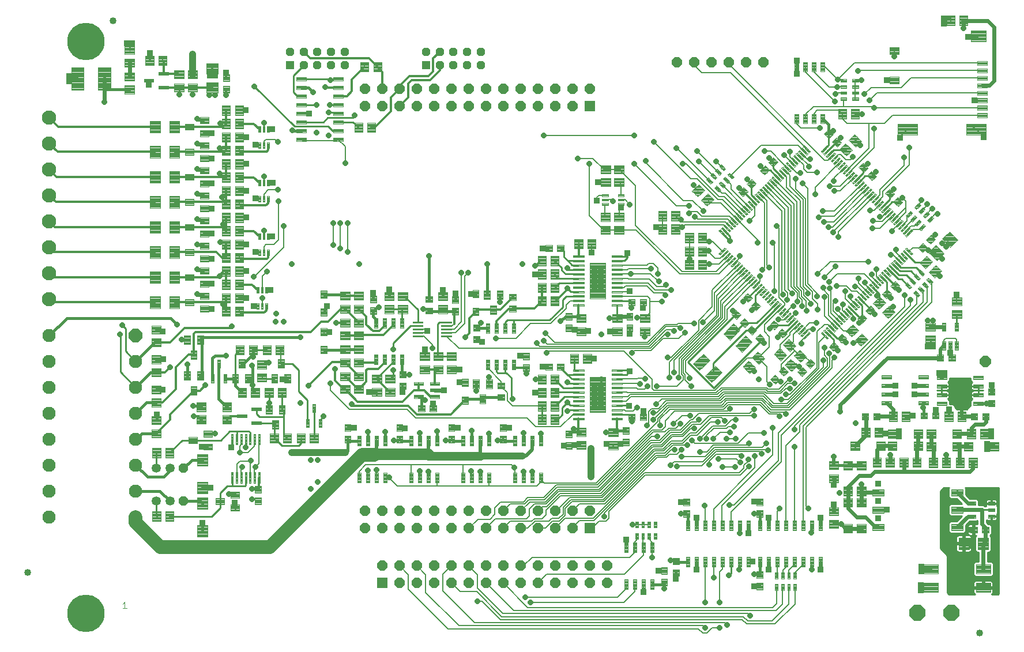
<source format=gtl>
G75*
%MOIN*%
%OFA0B0*%
%FSLAX25Y25*%
%IPPOS*%
%LPD*%
%AMOC8*
5,1,8,0,0,1.08239X$1,22.5*
%
%ADD10C,0.00400*%
%ADD11OC8,0.05906*%
%ADD12R,0.05906X0.05906*%
%ADD13C,0.00394*%
%ADD14C,0.04000*%
%ADD15OC8,0.07677*%
%ADD16C,0.07677*%
%ADD17OC8,0.09055*%
%ADD18C,0.00408*%
%ADD19C,0.00409*%
%ADD20C,0.00396*%
%ADD21C,0.00406*%
%ADD22C,0.00380*%
%ADD23C,0.00402*%
%ADD24C,0.00404*%
%ADD25C,0.00400*%
%ADD26C,0.00378*%
%ADD27C,0.00413*%
%ADD28C,0.00390*%
%ADD29OC8,0.05315*%
%ADD30C,0.05315*%
%ADD31OC8,0.06496*%
%ADD32C,0.00386*%
%ADD33R,0.04724X0.04724*%
%ADD34OC8,0.04724*%
%ADD35C,0.08268*%
%ADD36C,0.00374*%
%ADD37C,0.21654*%
%ADD38R,0.03175X0.03175*%
%ADD39OC8,0.03175*%
%ADD40C,0.00800*%
%ADD41C,0.01600*%
%ADD42C,0.01200*%
%ADD43C,0.01000*%
%ADD44C,0.02400*%
%ADD45C,0.00600*%
%ADD46C,0.04000*%
%ADD47C,0.02000*%
%ADD48C,0.06600*%
%ADD49C,0.05000*%
%ADD50C,0.08000*%
D10*
X0159308Y0065109D02*
X0161710Y0065109D01*
X0160509Y0065109D02*
X0160509Y0068712D01*
X0159308Y0067511D01*
X0327038Y0222192D02*
X0332838Y0222192D01*
X0327038Y0222192D02*
X0327038Y0222792D01*
X0332838Y0222792D01*
X0332838Y0222192D01*
X0332838Y0222591D02*
X0327038Y0222591D01*
X0327038Y0224161D02*
X0332838Y0224161D01*
X0327038Y0224161D02*
X0327038Y0224761D01*
X0332838Y0224761D01*
X0332838Y0224161D01*
X0332838Y0224560D02*
X0327038Y0224560D01*
X0327038Y0226129D02*
X0332838Y0226129D01*
X0327038Y0226129D02*
X0327038Y0226729D01*
X0332838Y0226729D01*
X0332838Y0226129D01*
X0332838Y0226528D02*
X0327038Y0226528D01*
X0327038Y0228098D02*
X0332838Y0228098D01*
X0327038Y0228098D02*
X0327038Y0228698D01*
X0332838Y0228698D01*
X0332838Y0228098D01*
X0332838Y0228497D02*
X0327038Y0228497D01*
X0327038Y0230066D02*
X0332838Y0230066D01*
X0327038Y0230066D02*
X0327038Y0230666D01*
X0332838Y0230666D01*
X0332838Y0230066D01*
X0332838Y0230465D02*
X0327038Y0230465D01*
X0343538Y0230066D02*
X0349338Y0230066D01*
X0343538Y0230066D02*
X0343538Y0230666D01*
X0349338Y0230666D01*
X0349338Y0230066D01*
X0349338Y0230465D02*
X0343538Y0230465D01*
X0343538Y0228098D02*
X0349338Y0228098D01*
X0343538Y0228098D02*
X0343538Y0228698D01*
X0349338Y0228698D01*
X0349338Y0228098D01*
X0349338Y0228497D02*
X0343538Y0228497D01*
X0343538Y0226129D02*
X0349338Y0226129D01*
X0343538Y0226129D02*
X0343538Y0226729D01*
X0349338Y0226729D01*
X0349338Y0226129D01*
X0349338Y0226528D02*
X0343538Y0226528D01*
X0343538Y0224161D02*
X0349338Y0224161D01*
X0343538Y0224161D02*
X0343538Y0224761D01*
X0349338Y0224761D01*
X0349338Y0224161D01*
X0349338Y0224560D02*
X0343538Y0224560D01*
X0343538Y0222192D02*
X0349338Y0222192D01*
X0343538Y0222192D02*
X0343538Y0222792D01*
X0349338Y0222792D01*
X0349338Y0222192D01*
X0349338Y0222591D02*
X0343538Y0222591D01*
X0243097Y0238079D02*
X0243097Y0241579D01*
X0243097Y0238079D02*
X0241897Y0238079D01*
X0241897Y0241579D01*
X0243097Y0241579D01*
X0243097Y0238478D02*
X0241897Y0238478D01*
X0241897Y0238877D02*
X0243097Y0238877D01*
X0243097Y0239276D02*
X0241897Y0239276D01*
X0241897Y0239675D02*
X0243097Y0239675D01*
X0243097Y0240074D02*
X0241897Y0240074D01*
X0241897Y0240473D02*
X0243097Y0240473D01*
X0243097Y0240872D02*
X0241897Y0240872D01*
X0241897Y0241271D02*
X0243097Y0241271D01*
X0240538Y0241579D02*
X0240538Y0238079D01*
X0239338Y0238079D01*
X0239338Y0241579D01*
X0240538Y0241579D01*
X0240538Y0238478D02*
X0239338Y0238478D01*
X0239338Y0238877D02*
X0240538Y0238877D01*
X0240538Y0239276D02*
X0239338Y0239276D01*
X0239338Y0239675D02*
X0240538Y0239675D01*
X0240538Y0240074D02*
X0239338Y0240074D01*
X0239338Y0240473D02*
X0240538Y0240473D01*
X0240538Y0240872D02*
X0239338Y0240872D01*
X0239338Y0241271D02*
X0240538Y0241271D01*
X0237979Y0241579D02*
X0237979Y0238079D01*
X0236779Y0238079D01*
X0236779Y0241579D01*
X0237979Y0241579D01*
X0237979Y0238478D02*
X0236779Y0238478D01*
X0236779Y0238877D02*
X0237979Y0238877D01*
X0237979Y0239276D02*
X0236779Y0239276D01*
X0236779Y0239675D02*
X0237979Y0239675D01*
X0237979Y0240074D02*
X0236779Y0240074D01*
X0236779Y0240473D02*
X0237979Y0240473D01*
X0237979Y0240872D02*
X0236779Y0240872D01*
X0236779Y0241271D02*
X0237979Y0241271D01*
X0237979Y0247279D02*
X0237979Y0250779D01*
X0237979Y0247279D02*
X0236779Y0247279D01*
X0236779Y0250779D01*
X0237979Y0250779D01*
X0237979Y0247678D02*
X0236779Y0247678D01*
X0236779Y0248077D02*
X0237979Y0248077D01*
X0237979Y0248476D02*
X0236779Y0248476D01*
X0236779Y0248875D02*
X0237979Y0248875D01*
X0237979Y0249274D02*
X0236779Y0249274D01*
X0236779Y0249673D02*
X0237979Y0249673D01*
X0237979Y0250072D02*
X0236779Y0250072D01*
X0236779Y0250471D02*
X0237979Y0250471D01*
X0240538Y0250779D02*
X0240538Y0247279D01*
X0239338Y0247279D01*
X0239338Y0250779D01*
X0240538Y0250779D01*
X0240538Y0247678D02*
X0239338Y0247678D01*
X0239338Y0248077D02*
X0240538Y0248077D01*
X0240538Y0248476D02*
X0239338Y0248476D01*
X0239338Y0248875D02*
X0240538Y0248875D01*
X0240538Y0249274D02*
X0239338Y0249274D01*
X0239338Y0249673D02*
X0240538Y0249673D01*
X0240538Y0250072D02*
X0239338Y0250072D01*
X0239338Y0250471D02*
X0240538Y0250471D01*
X0243097Y0250779D02*
X0243097Y0247279D01*
X0241897Y0247279D01*
X0241897Y0250779D01*
X0243097Y0250779D01*
X0243097Y0247678D02*
X0241897Y0247678D01*
X0241897Y0248077D02*
X0243097Y0248077D01*
X0243097Y0248476D02*
X0241897Y0248476D01*
X0241897Y0248875D02*
X0243097Y0248875D01*
X0243097Y0249274D02*
X0241897Y0249274D01*
X0241897Y0249673D02*
X0243097Y0249673D01*
X0243097Y0250072D02*
X0241897Y0250072D01*
X0241897Y0250471D02*
X0243097Y0250471D01*
X0244097Y0269079D02*
X0244097Y0272579D01*
X0244097Y0269079D02*
X0242897Y0269079D01*
X0242897Y0272579D01*
X0244097Y0272579D01*
X0244097Y0269478D02*
X0242897Y0269478D01*
X0242897Y0269877D02*
X0244097Y0269877D01*
X0244097Y0270276D02*
X0242897Y0270276D01*
X0242897Y0270675D02*
X0244097Y0270675D01*
X0244097Y0271074D02*
X0242897Y0271074D01*
X0242897Y0271473D02*
X0244097Y0271473D01*
X0244097Y0271872D02*
X0242897Y0271872D01*
X0242897Y0272271D02*
X0244097Y0272271D01*
X0241538Y0272579D02*
X0241538Y0269079D01*
X0240338Y0269079D01*
X0240338Y0272579D01*
X0241538Y0272579D01*
X0241538Y0269478D02*
X0240338Y0269478D01*
X0240338Y0269877D02*
X0241538Y0269877D01*
X0241538Y0270276D02*
X0240338Y0270276D01*
X0240338Y0270675D02*
X0241538Y0270675D01*
X0241538Y0271074D02*
X0240338Y0271074D01*
X0240338Y0271473D02*
X0241538Y0271473D01*
X0241538Y0271872D02*
X0240338Y0271872D01*
X0240338Y0272271D02*
X0241538Y0272271D01*
X0238979Y0272579D02*
X0238979Y0269079D01*
X0237779Y0269079D01*
X0237779Y0272579D01*
X0238979Y0272579D01*
X0238979Y0269478D02*
X0237779Y0269478D01*
X0237779Y0269877D02*
X0238979Y0269877D01*
X0238979Y0270276D02*
X0237779Y0270276D01*
X0237779Y0270675D02*
X0238979Y0270675D01*
X0238979Y0271074D02*
X0237779Y0271074D01*
X0237779Y0271473D02*
X0238979Y0271473D01*
X0238979Y0271872D02*
X0237779Y0271872D01*
X0237779Y0272271D02*
X0238979Y0272271D01*
X0238979Y0278279D02*
X0238979Y0281779D01*
X0238979Y0278279D02*
X0237779Y0278279D01*
X0237779Y0281779D01*
X0238979Y0281779D01*
X0238979Y0278678D02*
X0237779Y0278678D01*
X0237779Y0279077D02*
X0238979Y0279077D01*
X0238979Y0279476D02*
X0237779Y0279476D01*
X0237779Y0279875D02*
X0238979Y0279875D01*
X0238979Y0280274D02*
X0237779Y0280274D01*
X0237779Y0280673D02*
X0238979Y0280673D01*
X0238979Y0281072D02*
X0237779Y0281072D01*
X0237779Y0281471D02*
X0238979Y0281471D01*
X0241538Y0281779D02*
X0241538Y0278279D01*
X0240338Y0278279D01*
X0240338Y0281779D01*
X0241538Y0281779D01*
X0241538Y0278678D02*
X0240338Y0278678D01*
X0240338Y0279077D02*
X0241538Y0279077D01*
X0241538Y0279476D02*
X0240338Y0279476D01*
X0240338Y0279875D02*
X0241538Y0279875D01*
X0241538Y0280274D02*
X0240338Y0280274D01*
X0240338Y0280673D02*
X0241538Y0280673D01*
X0241538Y0281072D02*
X0240338Y0281072D01*
X0240338Y0281471D02*
X0241538Y0281471D01*
X0244097Y0281779D02*
X0244097Y0278279D01*
X0242897Y0278279D01*
X0242897Y0281779D01*
X0244097Y0281779D01*
X0244097Y0278678D02*
X0242897Y0278678D01*
X0242897Y0279077D02*
X0244097Y0279077D01*
X0244097Y0279476D02*
X0242897Y0279476D01*
X0242897Y0279875D02*
X0244097Y0279875D01*
X0244097Y0280274D02*
X0242897Y0280274D01*
X0242897Y0280673D02*
X0244097Y0280673D01*
X0244097Y0281072D02*
X0242897Y0281072D01*
X0242897Y0281471D02*
X0244097Y0281471D01*
X0244097Y0300079D02*
X0244097Y0303579D01*
X0244097Y0300079D02*
X0242897Y0300079D01*
X0242897Y0303579D01*
X0244097Y0303579D01*
X0244097Y0300478D02*
X0242897Y0300478D01*
X0242897Y0300877D02*
X0244097Y0300877D01*
X0244097Y0301276D02*
X0242897Y0301276D01*
X0242897Y0301675D02*
X0244097Y0301675D01*
X0244097Y0302074D02*
X0242897Y0302074D01*
X0242897Y0302473D02*
X0244097Y0302473D01*
X0244097Y0302872D02*
X0242897Y0302872D01*
X0242897Y0303271D02*
X0244097Y0303271D01*
X0241538Y0303579D02*
X0241538Y0300079D01*
X0240338Y0300079D01*
X0240338Y0303579D01*
X0241538Y0303579D01*
X0241538Y0300478D02*
X0240338Y0300478D01*
X0240338Y0300877D02*
X0241538Y0300877D01*
X0241538Y0301276D02*
X0240338Y0301276D01*
X0240338Y0301675D02*
X0241538Y0301675D01*
X0241538Y0302074D02*
X0240338Y0302074D01*
X0240338Y0302473D02*
X0241538Y0302473D01*
X0241538Y0302872D02*
X0240338Y0302872D01*
X0240338Y0303271D02*
X0241538Y0303271D01*
X0238979Y0303579D02*
X0238979Y0300079D01*
X0237779Y0300079D01*
X0237779Y0303579D01*
X0238979Y0303579D01*
X0238979Y0300478D02*
X0237779Y0300478D01*
X0237779Y0300877D02*
X0238979Y0300877D01*
X0238979Y0301276D02*
X0237779Y0301276D01*
X0237779Y0301675D02*
X0238979Y0301675D01*
X0238979Y0302074D02*
X0237779Y0302074D01*
X0237779Y0302473D02*
X0238979Y0302473D01*
X0238979Y0302872D02*
X0237779Y0302872D01*
X0237779Y0303271D02*
X0238979Y0303271D01*
X0238979Y0309279D02*
X0238979Y0312779D01*
X0238979Y0309279D02*
X0237779Y0309279D01*
X0237779Y0312779D01*
X0238979Y0312779D01*
X0238979Y0309678D02*
X0237779Y0309678D01*
X0237779Y0310077D02*
X0238979Y0310077D01*
X0238979Y0310476D02*
X0237779Y0310476D01*
X0237779Y0310875D02*
X0238979Y0310875D01*
X0238979Y0311274D02*
X0237779Y0311274D01*
X0237779Y0311673D02*
X0238979Y0311673D01*
X0238979Y0312072D02*
X0237779Y0312072D01*
X0237779Y0312471D02*
X0238979Y0312471D01*
X0241538Y0312779D02*
X0241538Y0309279D01*
X0240338Y0309279D01*
X0240338Y0312779D01*
X0241538Y0312779D01*
X0241538Y0309678D02*
X0240338Y0309678D01*
X0240338Y0310077D02*
X0241538Y0310077D01*
X0241538Y0310476D02*
X0240338Y0310476D01*
X0240338Y0310875D02*
X0241538Y0310875D01*
X0241538Y0311274D02*
X0240338Y0311274D01*
X0240338Y0311673D02*
X0241538Y0311673D01*
X0241538Y0312072D02*
X0240338Y0312072D01*
X0240338Y0312471D02*
X0241538Y0312471D01*
X0244097Y0312779D02*
X0244097Y0309279D01*
X0242897Y0309279D01*
X0242897Y0312779D01*
X0244097Y0312779D01*
X0244097Y0309678D02*
X0242897Y0309678D01*
X0242897Y0310077D02*
X0244097Y0310077D01*
X0244097Y0310476D02*
X0242897Y0310476D01*
X0242897Y0310875D02*
X0244097Y0310875D01*
X0244097Y0311274D02*
X0242897Y0311274D01*
X0242897Y0311673D02*
X0244097Y0311673D01*
X0244097Y0312072D02*
X0242897Y0312072D01*
X0242897Y0312471D02*
X0244097Y0312471D01*
X0244097Y0331079D02*
X0244097Y0334579D01*
X0244097Y0331079D02*
X0242897Y0331079D01*
X0242897Y0334579D01*
X0244097Y0334579D01*
X0244097Y0331478D02*
X0242897Y0331478D01*
X0242897Y0331877D02*
X0244097Y0331877D01*
X0244097Y0332276D02*
X0242897Y0332276D01*
X0242897Y0332675D02*
X0244097Y0332675D01*
X0244097Y0333074D02*
X0242897Y0333074D01*
X0242897Y0333473D02*
X0244097Y0333473D01*
X0244097Y0333872D02*
X0242897Y0333872D01*
X0242897Y0334271D02*
X0244097Y0334271D01*
X0241538Y0334579D02*
X0241538Y0331079D01*
X0240338Y0331079D01*
X0240338Y0334579D01*
X0241538Y0334579D01*
X0241538Y0331478D02*
X0240338Y0331478D01*
X0240338Y0331877D02*
X0241538Y0331877D01*
X0241538Y0332276D02*
X0240338Y0332276D01*
X0240338Y0332675D02*
X0241538Y0332675D01*
X0241538Y0333074D02*
X0240338Y0333074D01*
X0240338Y0333473D02*
X0241538Y0333473D01*
X0241538Y0333872D02*
X0240338Y0333872D01*
X0240338Y0334271D02*
X0241538Y0334271D01*
X0238979Y0334579D02*
X0238979Y0331079D01*
X0237779Y0331079D01*
X0237779Y0334579D01*
X0238979Y0334579D01*
X0238979Y0331478D02*
X0237779Y0331478D01*
X0237779Y0331877D02*
X0238979Y0331877D01*
X0238979Y0332276D02*
X0237779Y0332276D01*
X0237779Y0332675D02*
X0238979Y0332675D01*
X0238979Y0333074D02*
X0237779Y0333074D01*
X0237779Y0333473D02*
X0238979Y0333473D01*
X0238979Y0333872D02*
X0237779Y0333872D01*
X0237779Y0334271D02*
X0238979Y0334271D01*
X0238979Y0340279D02*
X0238979Y0343779D01*
X0238979Y0340279D02*
X0237779Y0340279D01*
X0237779Y0343779D01*
X0238979Y0343779D01*
X0238979Y0340678D02*
X0237779Y0340678D01*
X0237779Y0341077D02*
X0238979Y0341077D01*
X0238979Y0341476D02*
X0237779Y0341476D01*
X0237779Y0341875D02*
X0238979Y0341875D01*
X0238979Y0342274D02*
X0237779Y0342274D01*
X0237779Y0342673D02*
X0238979Y0342673D01*
X0238979Y0343072D02*
X0237779Y0343072D01*
X0237779Y0343471D02*
X0238979Y0343471D01*
X0241538Y0343779D02*
X0241538Y0340279D01*
X0240338Y0340279D01*
X0240338Y0343779D01*
X0241538Y0343779D01*
X0241538Y0340678D02*
X0240338Y0340678D01*
X0240338Y0341077D02*
X0241538Y0341077D01*
X0241538Y0341476D02*
X0240338Y0341476D01*
X0240338Y0341875D02*
X0241538Y0341875D01*
X0241538Y0342274D02*
X0240338Y0342274D01*
X0240338Y0342673D02*
X0241538Y0342673D01*
X0241538Y0343072D02*
X0240338Y0343072D01*
X0240338Y0343471D02*
X0241538Y0343471D01*
X0244097Y0343779D02*
X0244097Y0340279D01*
X0242897Y0340279D01*
X0242897Y0343779D01*
X0244097Y0343779D01*
X0244097Y0340678D02*
X0242897Y0340678D01*
X0242897Y0341077D02*
X0244097Y0341077D01*
X0244097Y0341476D02*
X0242897Y0341476D01*
X0242897Y0341875D02*
X0244097Y0341875D01*
X0244097Y0342274D02*
X0242897Y0342274D01*
X0242897Y0342673D02*
X0244097Y0342673D01*
X0244097Y0343072D02*
X0242897Y0343072D01*
X0242897Y0343471D02*
X0244097Y0343471D01*
X0436438Y0304438D02*
X0439938Y0304438D01*
X0439938Y0303238D01*
X0436438Y0303238D01*
X0436438Y0304438D01*
X0436438Y0303637D02*
X0439938Y0303637D01*
X0439938Y0304036D02*
X0436438Y0304036D01*
X0436438Y0304435D02*
X0439938Y0304435D01*
X0439938Y0301879D02*
X0436438Y0301879D01*
X0439938Y0301879D02*
X0439938Y0300679D01*
X0436438Y0300679D01*
X0436438Y0301879D01*
X0436438Y0301078D02*
X0439938Y0301078D01*
X0439938Y0301477D02*
X0436438Y0301477D01*
X0436438Y0301876D02*
X0439938Y0301876D01*
X0439938Y0299320D02*
X0436438Y0299320D01*
X0439938Y0299320D02*
X0439938Y0298120D01*
X0436438Y0298120D01*
X0436438Y0299320D01*
X0436438Y0298519D02*
X0439938Y0298519D01*
X0439938Y0298918D02*
X0436438Y0298918D01*
X0436438Y0299317D02*
X0439938Y0299317D01*
X0445638Y0299320D02*
X0449138Y0299320D01*
X0449138Y0298120D01*
X0445638Y0298120D01*
X0445638Y0299320D01*
X0445638Y0298519D02*
X0449138Y0298519D01*
X0449138Y0298918D02*
X0445638Y0298918D01*
X0445638Y0299317D02*
X0449138Y0299317D01*
X0449138Y0301879D02*
X0445638Y0301879D01*
X0449138Y0301879D02*
X0449138Y0300679D01*
X0445638Y0300679D01*
X0445638Y0301879D01*
X0445638Y0301078D02*
X0449138Y0301078D01*
X0449138Y0301477D02*
X0445638Y0301477D01*
X0445638Y0301876D02*
X0449138Y0301876D01*
X0449138Y0304438D02*
X0445638Y0304438D01*
X0449138Y0304438D02*
X0449138Y0303238D01*
X0445638Y0303238D01*
X0445638Y0304438D01*
X0445638Y0303637D02*
X0449138Y0303637D01*
X0449138Y0304036D02*
X0445638Y0304036D01*
X0445638Y0304435D02*
X0449138Y0304435D01*
D11*
X0419412Y0355390D03*
X0419412Y0365390D03*
X0429412Y0365390D03*
X0409412Y0365390D03*
X0399412Y0365390D03*
X0389412Y0365390D03*
X0379412Y0365390D03*
X0369412Y0365390D03*
X0359412Y0365390D03*
X0349412Y0365390D03*
X0339412Y0365390D03*
X0329412Y0365390D03*
X0319412Y0365390D03*
X0309412Y0365390D03*
X0299412Y0365390D03*
X0299412Y0355390D03*
X0309412Y0355390D03*
X0319412Y0355390D03*
X0329412Y0355390D03*
X0339412Y0355390D03*
X0349412Y0355390D03*
X0359412Y0355390D03*
X0369412Y0355390D03*
X0379412Y0355390D03*
X0389412Y0355390D03*
X0399412Y0355390D03*
X0409412Y0355390D03*
X0479688Y0380679D03*
X0489688Y0380679D03*
X0499688Y0380679D03*
X0509688Y0380679D03*
X0519688Y0380679D03*
X0529688Y0380679D03*
X0429412Y0121295D03*
X0419412Y0121295D03*
X0419412Y0111295D03*
X0409412Y0111295D03*
X0399412Y0111295D03*
X0389412Y0111295D03*
X0379412Y0111295D03*
X0369412Y0111295D03*
X0359412Y0111295D03*
X0349412Y0111295D03*
X0339412Y0111295D03*
X0329412Y0111295D03*
X0319412Y0111295D03*
X0309412Y0111295D03*
X0299412Y0111295D03*
X0299412Y0121295D03*
X0309412Y0121295D03*
X0319412Y0121295D03*
X0329412Y0121295D03*
X0339412Y0121295D03*
X0349412Y0121295D03*
X0359412Y0121295D03*
X0369412Y0121295D03*
X0379412Y0121295D03*
X0389412Y0121295D03*
X0399412Y0121295D03*
X0409412Y0121295D03*
X0409333Y0089642D03*
X0399333Y0089642D03*
X0389333Y0089642D03*
X0379333Y0089642D03*
X0369333Y0089642D03*
X0359333Y0089642D03*
X0349333Y0089642D03*
X0339333Y0089642D03*
X0329333Y0089642D03*
X0319333Y0089642D03*
X0309333Y0089642D03*
X0319333Y0079642D03*
X0329333Y0079642D03*
X0339333Y0079642D03*
X0349333Y0079642D03*
X0359333Y0079642D03*
X0369333Y0079642D03*
X0379333Y0079642D03*
X0389333Y0079642D03*
X0399333Y0079642D03*
X0409333Y0079642D03*
X0419333Y0079642D03*
X0429333Y0079642D03*
X0439333Y0079642D03*
X0439333Y0089642D03*
X0429333Y0089642D03*
X0419333Y0089642D03*
D12*
X0429412Y0111295D03*
X0309333Y0079642D03*
X0429412Y0355390D03*
D13*
X0496755Y0312982D02*
X0497868Y0314095D01*
X0500371Y0311592D01*
X0499258Y0310479D01*
X0496755Y0312982D01*
X0498865Y0310872D02*
X0499651Y0310872D01*
X0500044Y0311265D02*
X0498472Y0311265D01*
X0498079Y0311658D02*
X0500305Y0311658D01*
X0499912Y0312051D02*
X0497686Y0312051D01*
X0497293Y0312444D02*
X0499519Y0312444D01*
X0499126Y0312837D02*
X0496900Y0312837D01*
X0497003Y0313230D02*
X0498733Y0313230D01*
X0498340Y0313623D02*
X0497396Y0313623D01*
X0497789Y0314016D02*
X0497947Y0314016D01*
X0499261Y0315488D02*
X0500374Y0316601D01*
X0502877Y0314098D01*
X0501764Y0312985D01*
X0499261Y0315488D01*
X0501371Y0313378D02*
X0502157Y0313378D01*
X0502550Y0313771D02*
X0500978Y0313771D01*
X0500585Y0314164D02*
X0502811Y0314164D01*
X0502418Y0314557D02*
X0500192Y0314557D01*
X0499799Y0314950D02*
X0502025Y0314950D01*
X0501632Y0315343D02*
X0499406Y0315343D01*
X0499509Y0315736D02*
X0501239Y0315736D01*
X0500846Y0316129D02*
X0499902Y0316129D01*
X0500295Y0316522D02*
X0500453Y0316522D01*
X0501766Y0317993D02*
X0502879Y0319106D01*
X0505382Y0316603D01*
X0504269Y0315490D01*
X0501766Y0317993D01*
X0503876Y0315883D02*
X0504662Y0315883D01*
X0505055Y0316276D02*
X0503483Y0316276D01*
X0503090Y0316669D02*
X0505316Y0316669D01*
X0504923Y0317062D02*
X0502697Y0317062D01*
X0502304Y0317455D02*
X0504530Y0317455D01*
X0504137Y0317848D02*
X0501911Y0317848D01*
X0502014Y0318241D02*
X0503744Y0318241D01*
X0503351Y0318634D02*
X0502407Y0318634D01*
X0502800Y0319027D02*
X0502958Y0319027D01*
X0504272Y0320499D02*
X0505385Y0321612D01*
X0507888Y0319109D01*
X0506775Y0317996D01*
X0504272Y0320499D01*
X0506382Y0318389D02*
X0507168Y0318389D01*
X0507561Y0318782D02*
X0505989Y0318782D01*
X0505596Y0319175D02*
X0507822Y0319175D01*
X0507429Y0319568D02*
X0505203Y0319568D01*
X0504810Y0319961D02*
X0507036Y0319961D01*
X0506643Y0320354D02*
X0504417Y0320354D01*
X0504520Y0320747D02*
X0506250Y0320747D01*
X0505857Y0321140D02*
X0504913Y0321140D01*
X0505306Y0321533D02*
X0505464Y0321533D01*
X0510117Y0316879D02*
X0509004Y0315766D01*
X0510117Y0316879D02*
X0512620Y0314376D01*
X0511507Y0313263D01*
X0509004Y0315766D01*
X0511114Y0313656D02*
X0511900Y0313656D01*
X0512293Y0314049D02*
X0510721Y0314049D01*
X0510328Y0314442D02*
X0512554Y0314442D01*
X0512161Y0314835D02*
X0509935Y0314835D01*
X0509542Y0315228D02*
X0511768Y0315228D01*
X0511375Y0315621D02*
X0509149Y0315621D01*
X0509252Y0316014D02*
X0510982Y0316014D01*
X0510589Y0316407D02*
X0509645Y0316407D01*
X0510038Y0316800D02*
X0510196Y0316800D01*
X0507612Y0314374D02*
X0506499Y0313261D01*
X0507612Y0314374D02*
X0510115Y0311871D01*
X0509002Y0310758D01*
X0506499Y0313261D01*
X0508609Y0311151D02*
X0509395Y0311151D01*
X0509788Y0311544D02*
X0508216Y0311544D01*
X0507823Y0311937D02*
X0510049Y0311937D01*
X0509656Y0312330D02*
X0507430Y0312330D01*
X0507037Y0312723D02*
X0509263Y0312723D01*
X0508870Y0313116D02*
X0506644Y0313116D01*
X0506747Y0313509D02*
X0508477Y0313509D01*
X0508084Y0313902D02*
X0507140Y0313902D01*
X0507533Y0314295D02*
X0507691Y0314295D01*
X0505106Y0311868D02*
X0503993Y0310755D01*
X0505106Y0311868D02*
X0507609Y0309365D01*
X0506496Y0308252D01*
X0503993Y0310755D01*
X0506103Y0308645D02*
X0506889Y0308645D01*
X0507282Y0309038D02*
X0505710Y0309038D01*
X0505317Y0309431D02*
X0507543Y0309431D01*
X0507150Y0309824D02*
X0504924Y0309824D01*
X0504531Y0310217D02*
X0506757Y0310217D01*
X0506364Y0310610D02*
X0504138Y0310610D01*
X0504241Y0311003D02*
X0505971Y0311003D01*
X0505578Y0311396D02*
X0504634Y0311396D01*
X0505027Y0311789D02*
X0505185Y0311789D01*
X0502601Y0309363D02*
X0501488Y0308250D01*
X0502601Y0309363D02*
X0505104Y0306860D01*
X0503991Y0305747D01*
X0501488Y0308250D01*
X0503598Y0306140D02*
X0504384Y0306140D01*
X0504777Y0306533D02*
X0503205Y0306533D01*
X0502812Y0306926D02*
X0505038Y0306926D01*
X0504645Y0307319D02*
X0502419Y0307319D01*
X0502026Y0307712D02*
X0504252Y0307712D01*
X0503859Y0308105D02*
X0501633Y0308105D01*
X0501736Y0308498D02*
X0503466Y0308498D01*
X0503073Y0308891D02*
X0502129Y0308891D01*
X0502522Y0309284D02*
X0502680Y0309284D01*
X0517932Y0303170D02*
X0520714Y0305952D01*
X0517932Y0303170D02*
X0515428Y0305674D01*
X0518210Y0308456D01*
X0520714Y0305952D01*
X0518325Y0303563D02*
X0517539Y0303563D01*
X0517146Y0303956D02*
X0518718Y0303956D01*
X0519111Y0304349D02*
X0516753Y0304349D01*
X0516360Y0304742D02*
X0519504Y0304742D01*
X0519897Y0305135D02*
X0515967Y0305135D01*
X0515574Y0305528D02*
X0520290Y0305528D01*
X0520683Y0305921D02*
X0515675Y0305921D01*
X0516068Y0306314D02*
X0520352Y0306314D01*
X0519959Y0306707D02*
X0516461Y0306707D01*
X0516854Y0307100D02*
X0519566Y0307100D01*
X0519173Y0307493D02*
X0517247Y0307493D01*
X0517640Y0307886D02*
X0518780Y0307886D01*
X0518387Y0308279D02*
X0518033Y0308279D01*
X0522665Y0307902D02*
X0525447Y0310684D01*
X0522665Y0307902D02*
X0520161Y0310406D01*
X0522943Y0313188D01*
X0525447Y0310684D01*
X0523058Y0308295D02*
X0522272Y0308295D01*
X0521879Y0308688D02*
X0523451Y0308688D01*
X0523844Y0309081D02*
X0521486Y0309081D01*
X0521093Y0309474D02*
X0524237Y0309474D01*
X0524630Y0309867D02*
X0520700Y0309867D01*
X0520307Y0310260D02*
X0525023Y0310260D01*
X0525416Y0310653D02*
X0520408Y0310653D01*
X0520801Y0311046D02*
X0525085Y0311046D01*
X0524692Y0311439D02*
X0521194Y0311439D01*
X0521587Y0311832D02*
X0524299Y0311832D01*
X0523906Y0312225D02*
X0521980Y0312225D01*
X0522373Y0312618D02*
X0523513Y0312618D01*
X0523120Y0313011D02*
X0522766Y0313011D01*
X0530432Y0315670D02*
X0533214Y0318452D01*
X0530432Y0315670D02*
X0527928Y0318174D01*
X0530710Y0320956D01*
X0533214Y0318452D01*
X0530825Y0316063D02*
X0530039Y0316063D01*
X0529646Y0316456D02*
X0531218Y0316456D01*
X0531611Y0316849D02*
X0529253Y0316849D01*
X0528860Y0317242D02*
X0532004Y0317242D01*
X0532397Y0317635D02*
X0528467Y0317635D01*
X0528074Y0318028D02*
X0532790Y0318028D01*
X0533183Y0318421D02*
X0528175Y0318421D01*
X0528568Y0318814D02*
X0532852Y0318814D01*
X0532459Y0319207D02*
X0528961Y0319207D01*
X0529354Y0319600D02*
X0532066Y0319600D01*
X0531673Y0319993D02*
X0529747Y0319993D01*
X0530140Y0320386D02*
X0531280Y0320386D01*
X0530887Y0320779D02*
X0530533Y0320779D01*
X0535165Y0320402D02*
X0537947Y0323184D01*
X0535165Y0320402D02*
X0532661Y0322906D01*
X0535443Y0325688D01*
X0537947Y0323184D01*
X0535558Y0320795D02*
X0534772Y0320795D01*
X0534379Y0321188D02*
X0535951Y0321188D01*
X0536344Y0321581D02*
X0533986Y0321581D01*
X0533593Y0321974D02*
X0536737Y0321974D01*
X0537130Y0322367D02*
X0533200Y0322367D01*
X0532807Y0322760D02*
X0537523Y0322760D01*
X0537916Y0323153D02*
X0532908Y0323153D01*
X0533301Y0323546D02*
X0537585Y0323546D01*
X0537192Y0323939D02*
X0533694Y0323939D01*
X0534087Y0324332D02*
X0536799Y0324332D01*
X0536406Y0324725D02*
X0534480Y0324725D01*
X0534873Y0325118D02*
X0536013Y0325118D01*
X0535620Y0325511D02*
X0535266Y0325511D01*
X0564778Y0339434D02*
X0567560Y0336652D01*
X0564778Y0339434D02*
X0567282Y0341938D01*
X0570064Y0339156D01*
X0567560Y0336652D01*
X0567953Y0337045D02*
X0567167Y0337045D01*
X0566774Y0337438D02*
X0568346Y0337438D01*
X0568739Y0337831D02*
X0566381Y0337831D01*
X0565988Y0338224D02*
X0569132Y0338224D01*
X0569525Y0338617D02*
X0565595Y0338617D01*
X0565202Y0339010D02*
X0569918Y0339010D01*
X0569817Y0339403D02*
X0564809Y0339403D01*
X0565140Y0339796D02*
X0569424Y0339796D01*
X0569031Y0340189D02*
X0565533Y0340189D01*
X0565926Y0340582D02*
X0568638Y0340582D01*
X0568245Y0340975D02*
X0566319Y0340975D01*
X0566712Y0341368D02*
X0567852Y0341368D01*
X0567459Y0341761D02*
X0567105Y0341761D01*
X0569511Y0334702D02*
X0572293Y0331920D01*
X0569511Y0334702D02*
X0572015Y0337206D01*
X0574797Y0334424D01*
X0572293Y0331920D01*
X0572686Y0332313D02*
X0571900Y0332313D01*
X0571507Y0332706D02*
X0573079Y0332706D01*
X0573472Y0333099D02*
X0571114Y0333099D01*
X0570721Y0333492D02*
X0573865Y0333492D01*
X0574258Y0333885D02*
X0570328Y0333885D01*
X0569935Y0334278D02*
X0574651Y0334278D01*
X0574550Y0334671D02*
X0569542Y0334671D01*
X0569873Y0335064D02*
X0574157Y0335064D01*
X0573764Y0335457D02*
X0570266Y0335457D01*
X0570659Y0335850D02*
X0573371Y0335850D01*
X0572978Y0336243D02*
X0571052Y0336243D01*
X0571445Y0336636D02*
X0572585Y0336636D01*
X0572192Y0337029D02*
X0571838Y0337029D01*
X0584928Y0319934D02*
X0587710Y0317152D01*
X0584928Y0319934D02*
X0587432Y0322438D01*
X0590214Y0319656D01*
X0587710Y0317152D01*
X0588103Y0317545D02*
X0587317Y0317545D01*
X0586924Y0317938D02*
X0588496Y0317938D01*
X0588889Y0318331D02*
X0586531Y0318331D01*
X0586138Y0318724D02*
X0589282Y0318724D01*
X0589675Y0319117D02*
X0585745Y0319117D01*
X0585352Y0319510D02*
X0590068Y0319510D01*
X0589967Y0319903D02*
X0584959Y0319903D01*
X0585290Y0320296D02*
X0589574Y0320296D01*
X0589181Y0320689D02*
X0585683Y0320689D01*
X0586076Y0321082D02*
X0588788Y0321082D01*
X0588395Y0321475D02*
X0586469Y0321475D01*
X0586862Y0321868D02*
X0588002Y0321868D01*
X0587609Y0322261D02*
X0587255Y0322261D01*
X0589661Y0315202D02*
X0592443Y0312420D01*
X0589661Y0315202D02*
X0592165Y0317706D01*
X0594947Y0314924D01*
X0592443Y0312420D01*
X0592836Y0312813D02*
X0592050Y0312813D01*
X0591657Y0313206D02*
X0593229Y0313206D01*
X0593622Y0313599D02*
X0591264Y0313599D01*
X0590871Y0313992D02*
X0594015Y0313992D01*
X0594408Y0314385D02*
X0590478Y0314385D01*
X0590085Y0314778D02*
X0594801Y0314778D01*
X0594700Y0315171D02*
X0589692Y0315171D01*
X0590023Y0315564D02*
X0594307Y0315564D01*
X0593914Y0315957D02*
X0590416Y0315957D01*
X0590809Y0316350D02*
X0593521Y0316350D01*
X0593128Y0316743D02*
X0591202Y0316743D01*
X0591595Y0317136D02*
X0592735Y0317136D01*
X0592342Y0317529D02*
X0591988Y0317529D01*
X0600178Y0304934D02*
X0602960Y0302152D01*
X0600178Y0304934D02*
X0602682Y0307438D01*
X0605464Y0304656D01*
X0602960Y0302152D01*
X0603353Y0302545D02*
X0602567Y0302545D01*
X0602174Y0302938D02*
X0603746Y0302938D01*
X0604139Y0303331D02*
X0601781Y0303331D01*
X0601388Y0303724D02*
X0604532Y0303724D01*
X0604925Y0304117D02*
X0600995Y0304117D01*
X0600602Y0304510D02*
X0605318Y0304510D01*
X0605217Y0304903D02*
X0600209Y0304903D01*
X0600540Y0305296D02*
X0604824Y0305296D01*
X0604431Y0305689D02*
X0600933Y0305689D01*
X0601326Y0306082D02*
X0604038Y0306082D01*
X0603645Y0306475D02*
X0601719Y0306475D01*
X0602112Y0306868D02*
X0603252Y0306868D01*
X0602859Y0307261D02*
X0602505Y0307261D01*
X0604911Y0300202D02*
X0607693Y0297420D01*
X0604911Y0300202D02*
X0607415Y0302706D01*
X0610197Y0299924D01*
X0607693Y0297420D01*
X0608086Y0297813D02*
X0607300Y0297813D01*
X0606907Y0298206D02*
X0608479Y0298206D01*
X0608872Y0298599D02*
X0606514Y0298599D01*
X0606121Y0298992D02*
X0609265Y0298992D01*
X0609658Y0299385D02*
X0605728Y0299385D01*
X0605335Y0299778D02*
X0610051Y0299778D01*
X0609950Y0300171D02*
X0604942Y0300171D01*
X0605273Y0300564D02*
X0609557Y0300564D01*
X0609164Y0300957D02*
X0605666Y0300957D01*
X0606059Y0301350D02*
X0608771Y0301350D01*
X0608378Y0301743D02*
X0606452Y0301743D01*
X0606845Y0302136D02*
X0607985Y0302136D01*
X0607592Y0302529D02*
X0607238Y0302529D01*
X0614758Y0294629D02*
X0615871Y0293516D01*
X0613368Y0291013D01*
X0612255Y0292126D01*
X0614758Y0294629D01*
X0613761Y0291406D02*
X0612975Y0291406D01*
X0612582Y0291799D02*
X0614154Y0291799D01*
X0614547Y0292192D02*
X0612321Y0292192D01*
X0612714Y0292585D02*
X0614940Y0292585D01*
X0615333Y0292978D02*
X0613107Y0292978D01*
X0613500Y0293371D02*
X0615726Y0293371D01*
X0615623Y0293764D02*
X0613893Y0293764D01*
X0614286Y0294157D02*
X0615230Y0294157D01*
X0614837Y0294550D02*
X0614679Y0294550D01*
X0617264Y0292124D02*
X0618377Y0291011D01*
X0615874Y0288508D01*
X0614761Y0289621D01*
X0617264Y0292124D01*
X0616267Y0288901D02*
X0615481Y0288901D01*
X0615088Y0289294D02*
X0616660Y0289294D01*
X0617053Y0289687D02*
X0614827Y0289687D01*
X0615220Y0290080D02*
X0617446Y0290080D01*
X0617839Y0290473D02*
X0615613Y0290473D01*
X0616006Y0290866D02*
X0618232Y0290866D01*
X0618129Y0291259D02*
X0616399Y0291259D01*
X0616792Y0291652D02*
X0617736Y0291652D01*
X0617343Y0292045D02*
X0617185Y0292045D01*
X0619769Y0289618D02*
X0620882Y0288505D01*
X0618379Y0286002D01*
X0617266Y0287115D01*
X0619769Y0289618D01*
X0618772Y0286395D02*
X0617986Y0286395D01*
X0617593Y0286788D02*
X0619165Y0286788D01*
X0619558Y0287181D02*
X0617332Y0287181D01*
X0617725Y0287574D02*
X0619951Y0287574D01*
X0620344Y0287967D02*
X0618118Y0287967D01*
X0618511Y0288360D02*
X0620737Y0288360D01*
X0620634Y0288753D02*
X0618904Y0288753D01*
X0619297Y0289146D02*
X0620241Y0289146D01*
X0619848Y0289539D02*
X0619690Y0289539D01*
X0622275Y0287113D02*
X0623388Y0286000D01*
X0620885Y0283497D01*
X0619772Y0284610D01*
X0622275Y0287113D01*
X0621278Y0283890D02*
X0620492Y0283890D01*
X0620099Y0284283D02*
X0621671Y0284283D01*
X0622064Y0284676D02*
X0619838Y0284676D01*
X0620231Y0285069D02*
X0622457Y0285069D01*
X0622850Y0285462D02*
X0620624Y0285462D01*
X0621017Y0285855D02*
X0623243Y0285855D01*
X0623140Y0286248D02*
X0621410Y0286248D01*
X0621803Y0286641D02*
X0622747Y0286641D01*
X0622354Y0287034D02*
X0622196Y0287034D01*
X0627007Y0291845D02*
X0628120Y0290732D01*
X0625617Y0288229D01*
X0624504Y0289342D01*
X0627007Y0291845D01*
X0626010Y0288622D02*
X0625224Y0288622D01*
X0624831Y0289015D02*
X0626403Y0289015D01*
X0626796Y0289408D02*
X0624570Y0289408D01*
X0624963Y0289801D02*
X0627189Y0289801D01*
X0627582Y0290194D02*
X0625356Y0290194D01*
X0625749Y0290587D02*
X0627975Y0290587D01*
X0627872Y0290980D02*
X0626142Y0290980D01*
X0626535Y0291373D02*
X0627479Y0291373D01*
X0627086Y0291766D02*
X0626928Y0291766D01*
X0625615Y0293238D02*
X0624502Y0294351D01*
X0625615Y0293238D02*
X0623112Y0290735D01*
X0621999Y0291848D01*
X0624502Y0294351D01*
X0623505Y0291128D02*
X0622719Y0291128D01*
X0622326Y0291521D02*
X0623898Y0291521D01*
X0624291Y0291914D02*
X0622065Y0291914D01*
X0622458Y0292307D02*
X0624684Y0292307D01*
X0625077Y0292700D02*
X0622851Y0292700D01*
X0623244Y0293093D02*
X0625470Y0293093D01*
X0625367Y0293486D02*
X0623637Y0293486D01*
X0624030Y0293879D02*
X0624974Y0293879D01*
X0624581Y0294272D02*
X0624423Y0294272D01*
X0623109Y0295743D02*
X0621996Y0296856D01*
X0623109Y0295743D02*
X0620606Y0293240D01*
X0619493Y0294353D01*
X0621996Y0296856D01*
X0620999Y0293633D02*
X0620213Y0293633D01*
X0619820Y0294026D02*
X0621392Y0294026D01*
X0621785Y0294419D02*
X0619559Y0294419D01*
X0619952Y0294812D02*
X0622178Y0294812D01*
X0622571Y0295205D02*
X0620345Y0295205D01*
X0620738Y0295598D02*
X0622964Y0295598D01*
X0622861Y0295991D02*
X0621131Y0295991D01*
X0621524Y0296384D02*
X0622468Y0296384D01*
X0622075Y0296777D02*
X0621917Y0296777D01*
X0620604Y0298249D02*
X0619491Y0299362D01*
X0620604Y0298249D02*
X0618101Y0295746D01*
X0616988Y0296859D01*
X0619491Y0299362D01*
X0618494Y0296139D02*
X0617708Y0296139D01*
X0617315Y0296532D02*
X0618887Y0296532D01*
X0619280Y0296925D02*
X0617054Y0296925D01*
X0617447Y0297318D02*
X0619673Y0297318D01*
X0620066Y0297711D02*
X0617840Y0297711D01*
X0618233Y0298104D02*
X0620459Y0298104D01*
X0620356Y0298497D02*
X0618626Y0298497D01*
X0619019Y0298890D02*
X0619963Y0298890D01*
X0619570Y0299283D02*
X0619412Y0299283D01*
X0629197Y0278434D02*
X0626415Y0275652D01*
X0623911Y0278156D01*
X0626693Y0280938D01*
X0629197Y0278434D01*
X0626808Y0276045D02*
X0626022Y0276045D01*
X0625629Y0276438D02*
X0627201Y0276438D01*
X0627594Y0276831D02*
X0625236Y0276831D01*
X0624843Y0277224D02*
X0627987Y0277224D01*
X0628380Y0277617D02*
X0624450Y0277617D01*
X0624057Y0278010D02*
X0628773Y0278010D01*
X0629166Y0278403D02*
X0624158Y0278403D01*
X0624551Y0278796D02*
X0628835Y0278796D01*
X0628442Y0279189D02*
X0624944Y0279189D01*
X0625337Y0279582D02*
X0628049Y0279582D01*
X0627656Y0279975D02*
X0625730Y0279975D01*
X0626123Y0280368D02*
X0627263Y0280368D01*
X0626870Y0280761D02*
X0626516Y0280761D01*
X0624464Y0273702D02*
X0621682Y0270920D01*
X0619178Y0273424D01*
X0621960Y0276206D01*
X0624464Y0273702D01*
X0622075Y0271313D02*
X0621289Y0271313D01*
X0620896Y0271706D02*
X0622468Y0271706D01*
X0622861Y0272099D02*
X0620503Y0272099D01*
X0620110Y0272492D02*
X0623254Y0272492D01*
X0623647Y0272885D02*
X0619717Y0272885D01*
X0619324Y0273278D02*
X0624040Y0273278D01*
X0624433Y0273671D02*
X0619425Y0273671D01*
X0619818Y0274064D02*
X0624102Y0274064D01*
X0623709Y0274457D02*
X0620211Y0274457D01*
X0620604Y0274850D02*
X0623316Y0274850D01*
X0622923Y0275243D02*
X0620997Y0275243D01*
X0621390Y0275636D02*
X0622530Y0275636D01*
X0622137Y0276029D02*
X0621783Y0276029D01*
X0622888Y0258359D02*
X0621775Y0257246D01*
X0619272Y0259749D01*
X0620385Y0260862D01*
X0622888Y0258359D01*
X0622168Y0257639D02*
X0621382Y0257639D01*
X0620989Y0258032D02*
X0622561Y0258032D01*
X0622822Y0258425D02*
X0620596Y0258425D01*
X0620203Y0258818D02*
X0622429Y0258818D01*
X0622036Y0259211D02*
X0619810Y0259211D01*
X0619417Y0259604D02*
X0621643Y0259604D01*
X0621250Y0259997D02*
X0619520Y0259997D01*
X0619913Y0260390D02*
X0620857Y0260390D01*
X0620464Y0260783D02*
X0620306Y0260783D01*
X0620382Y0255853D02*
X0619269Y0254740D01*
X0616766Y0257243D01*
X0617879Y0258356D01*
X0620382Y0255853D01*
X0619662Y0255133D02*
X0618876Y0255133D01*
X0618483Y0255526D02*
X0620055Y0255526D01*
X0620316Y0255919D02*
X0618090Y0255919D01*
X0617697Y0256312D02*
X0619923Y0256312D01*
X0619530Y0256705D02*
X0617304Y0256705D01*
X0616911Y0257098D02*
X0619137Y0257098D01*
X0618744Y0257491D02*
X0617014Y0257491D01*
X0617407Y0257884D02*
X0618351Y0257884D01*
X0617958Y0258277D02*
X0617800Y0258277D01*
X0617877Y0253348D02*
X0616764Y0252235D01*
X0614261Y0254738D01*
X0615374Y0255851D01*
X0617877Y0253348D01*
X0617157Y0252628D02*
X0616371Y0252628D01*
X0615978Y0253021D02*
X0617550Y0253021D01*
X0617811Y0253414D02*
X0615585Y0253414D01*
X0615192Y0253807D02*
X0617418Y0253807D01*
X0617025Y0254200D02*
X0614799Y0254200D01*
X0614406Y0254593D02*
X0616632Y0254593D01*
X0616239Y0254986D02*
X0614509Y0254986D01*
X0614902Y0255379D02*
X0615846Y0255379D01*
X0615453Y0255772D02*
X0615295Y0255772D01*
X0615371Y0250842D02*
X0614258Y0249729D01*
X0611755Y0252232D01*
X0612868Y0253345D01*
X0615371Y0250842D01*
X0614651Y0250122D02*
X0613865Y0250122D01*
X0613472Y0250515D02*
X0615044Y0250515D01*
X0615305Y0250908D02*
X0613079Y0250908D01*
X0612686Y0251301D02*
X0614912Y0251301D01*
X0614519Y0251694D02*
X0612293Y0251694D01*
X0611900Y0252087D02*
X0614126Y0252087D01*
X0613733Y0252480D02*
X0612003Y0252480D01*
X0612396Y0252873D02*
X0613340Y0252873D01*
X0612947Y0253266D02*
X0612789Y0253266D01*
X0605943Y0254188D02*
X0603161Y0251406D01*
X0605943Y0254188D02*
X0608447Y0251684D01*
X0605665Y0248902D01*
X0603161Y0251406D01*
X0605272Y0249295D02*
X0606058Y0249295D01*
X0606451Y0249688D02*
X0604879Y0249688D01*
X0604486Y0250081D02*
X0606844Y0250081D01*
X0607237Y0250474D02*
X0604093Y0250474D01*
X0603700Y0250867D02*
X0607630Y0250867D01*
X0608023Y0251260D02*
X0603307Y0251260D01*
X0603408Y0251653D02*
X0608416Y0251653D01*
X0608085Y0252046D02*
X0603801Y0252046D01*
X0604194Y0252439D02*
X0607692Y0252439D01*
X0607299Y0252832D02*
X0604587Y0252832D01*
X0604980Y0253225D02*
X0606906Y0253225D01*
X0606513Y0253618D02*
X0605373Y0253618D01*
X0605766Y0254011D02*
X0606120Y0254011D01*
X0601210Y0249456D02*
X0598428Y0246674D01*
X0601210Y0249456D02*
X0603714Y0246952D01*
X0600932Y0244170D01*
X0598428Y0246674D01*
X0600539Y0244563D02*
X0601325Y0244563D01*
X0601718Y0244956D02*
X0600146Y0244956D01*
X0599753Y0245349D02*
X0602111Y0245349D01*
X0602504Y0245742D02*
X0599360Y0245742D01*
X0598967Y0246135D02*
X0602897Y0246135D01*
X0603290Y0246528D02*
X0598574Y0246528D01*
X0598675Y0246921D02*
X0603683Y0246921D01*
X0603352Y0247314D02*
X0599068Y0247314D01*
X0599461Y0247707D02*
X0602959Y0247707D01*
X0602566Y0248100D02*
X0599854Y0248100D01*
X0600247Y0248493D02*
X0602173Y0248493D01*
X0601780Y0248886D02*
X0600640Y0248886D01*
X0601033Y0249279D02*
X0601387Y0249279D01*
X0618991Y0244997D02*
X0620104Y0246110D01*
X0618991Y0244997D02*
X0616488Y0247500D01*
X0617601Y0248613D01*
X0620104Y0246110D01*
X0619384Y0245390D02*
X0618598Y0245390D01*
X0618205Y0245783D02*
X0619777Y0245783D01*
X0620038Y0246176D02*
X0617812Y0246176D01*
X0617419Y0246569D02*
X0619645Y0246569D01*
X0619252Y0246962D02*
X0617026Y0246962D01*
X0616633Y0247355D02*
X0618859Y0247355D01*
X0618466Y0247748D02*
X0616736Y0247748D01*
X0617129Y0248141D02*
X0618073Y0248141D01*
X0617680Y0248534D02*
X0617522Y0248534D01*
X0621496Y0247502D02*
X0622609Y0248615D01*
X0621496Y0247502D02*
X0618993Y0250005D01*
X0620106Y0251118D01*
X0622609Y0248615D01*
X0621889Y0247895D02*
X0621103Y0247895D01*
X0620710Y0248288D02*
X0622282Y0248288D01*
X0622543Y0248681D02*
X0620317Y0248681D01*
X0619924Y0249074D02*
X0622150Y0249074D01*
X0621757Y0249467D02*
X0619531Y0249467D01*
X0619138Y0249860D02*
X0621364Y0249860D01*
X0620971Y0250253D02*
X0619241Y0250253D01*
X0619634Y0250646D02*
X0620578Y0250646D01*
X0620185Y0251039D02*
X0620027Y0251039D01*
X0624002Y0250008D02*
X0625115Y0251121D01*
X0624002Y0250008D02*
X0621499Y0252511D01*
X0622612Y0253624D01*
X0625115Y0251121D01*
X0624395Y0250401D02*
X0623609Y0250401D01*
X0623216Y0250794D02*
X0624788Y0250794D01*
X0625049Y0251187D02*
X0622823Y0251187D01*
X0622430Y0251580D02*
X0624656Y0251580D01*
X0624263Y0251973D02*
X0622037Y0251973D01*
X0621644Y0252366D02*
X0623870Y0252366D01*
X0623477Y0252759D02*
X0621747Y0252759D01*
X0622140Y0253152D02*
X0623084Y0253152D01*
X0622691Y0253545D02*
X0622533Y0253545D01*
X0626507Y0252513D02*
X0627620Y0253626D01*
X0626507Y0252513D02*
X0624004Y0255016D01*
X0625117Y0256129D01*
X0627620Y0253626D01*
X0626900Y0252906D02*
X0626114Y0252906D01*
X0625721Y0253299D02*
X0627293Y0253299D01*
X0627554Y0253692D02*
X0625328Y0253692D01*
X0624935Y0254085D02*
X0627161Y0254085D01*
X0626768Y0254478D02*
X0624542Y0254478D01*
X0624149Y0254871D02*
X0626375Y0254871D01*
X0625982Y0255264D02*
X0624252Y0255264D01*
X0624645Y0255657D02*
X0625589Y0255657D01*
X0625196Y0256050D02*
X0625038Y0256050D01*
X0591693Y0239938D02*
X0588911Y0237156D01*
X0591693Y0239938D02*
X0594197Y0237434D01*
X0591415Y0234652D01*
X0588911Y0237156D01*
X0591022Y0235045D02*
X0591808Y0235045D01*
X0592201Y0235438D02*
X0590629Y0235438D01*
X0590236Y0235831D02*
X0592594Y0235831D01*
X0592987Y0236224D02*
X0589843Y0236224D01*
X0589450Y0236617D02*
X0593380Y0236617D01*
X0593773Y0237010D02*
X0589057Y0237010D01*
X0589158Y0237403D02*
X0594166Y0237403D01*
X0593835Y0237796D02*
X0589551Y0237796D01*
X0589944Y0238189D02*
X0593442Y0238189D01*
X0593049Y0238582D02*
X0590337Y0238582D01*
X0590730Y0238975D02*
X0592656Y0238975D01*
X0592263Y0239368D02*
X0591123Y0239368D01*
X0591516Y0239761D02*
X0591870Y0239761D01*
X0586960Y0235206D02*
X0584178Y0232424D01*
X0586960Y0235206D02*
X0589464Y0232702D01*
X0586682Y0229920D01*
X0584178Y0232424D01*
X0586289Y0230313D02*
X0587075Y0230313D01*
X0587468Y0230706D02*
X0585896Y0230706D01*
X0585503Y0231099D02*
X0587861Y0231099D01*
X0588254Y0231492D02*
X0585110Y0231492D01*
X0584717Y0231885D02*
X0588647Y0231885D01*
X0589040Y0232278D02*
X0584324Y0232278D01*
X0584425Y0232671D02*
X0589433Y0232671D01*
X0589102Y0233064D02*
X0584818Y0233064D01*
X0585211Y0233457D02*
X0588709Y0233457D01*
X0588316Y0233850D02*
X0585604Y0233850D01*
X0585997Y0234243D02*
X0587923Y0234243D01*
X0587530Y0234636D02*
X0586390Y0234636D01*
X0586783Y0235029D02*
X0587137Y0235029D01*
X0575243Y0223738D02*
X0572461Y0220956D01*
X0575243Y0223738D02*
X0577747Y0221234D01*
X0574965Y0218452D01*
X0572461Y0220956D01*
X0574572Y0218845D02*
X0575358Y0218845D01*
X0575751Y0219238D02*
X0574179Y0219238D01*
X0573786Y0219631D02*
X0576144Y0219631D01*
X0576537Y0220024D02*
X0573393Y0220024D01*
X0573000Y0220417D02*
X0576930Y0220417D01*
X0577323Y0220810D02*
X0572607Y0220810D01*
X0572708Y0221203D02*
X0577716Y0221203D01*
X0577385Y0221596D02*
X0573101Y0221596D01*
X0573494Y0221989D02*
X0576992Y0221989D01*
X0576599Y0222382D02*
X0573887Y0222382D01*
X0574280Y0222775D02*
X0576206Y0222775D01*
X0575813Y0223168D02*
X0574673Y0223168D01*
X0575066Y0223561D02*
X0575420Y0223561D01*
X0570510Y0219006D02*
X0567728Y0216224D01*
X0570510Y0219006D02*
X0573014Y0216502D01*
X0570232Y0213720D01*
X0567728Y0216224D01*
X0569839Y0214113D02*
X0570625Y0214113D01*
X0571018Y0214506D02*
X0569446Y0214506D01*
X0569053Y0214899D02*
X0571411Y0214899D01*
X0571804Y0215292D02*
X0568660Y0215292D01*
X0568267Y0215685D02*
X0572197Y0215685D01*
X0572590Y0216078D02*
X0567874Y0216078D01*
X0567975Y0216471D02*
X0572983Y0216471D01*
X0572652Y0216864D02*
X0568368Y0216864D01*
X0568761Y0217257D02*
X0572259Y0217257D01*
X0571866Y0217650D02*
X0569154Y0217650D01*
X0569547Y0218043D02*
X0571473Y0218043D01*
X0571080Y0218436D02*
X0569940Y0218436D01*
X0570333Y0218829D02*
X0570687Y0218829D01*
X0557043Y0209138D02*
X0554261Y0206356D01*
X0557043Y0209138D02*
X0559547Y0206634D01*
X0556765Y0203852D01*
X0554261Y0206356D01*
X0556372Y0204245D02*
X0557158Y0204245D01*
X0557551Y0204638D02*
X0555979Y0204638D01*
X0555586Y0205031D02*
X0557944Y0205031D01*
X0558337Y0205424D02*
X0555193Y0205424D01*
X0554800Y0205817D02*
X0558730Y0205817D01*
X0559123Y0206210D02*
X0554407Y0206210D01*
X0554508Y0206603D02*
X0559516Y0206603D01*
X0559185Y0206996D02*
X0554901Y0206996D01*
X0555294Y0207389D02*
X0558792Y0207389D01*
X0558399Y0207782D02*
X0555687Y0207782D01*
X0556080Y0208175D02*
X0558006Y0208175D01*
X0557613Y0208568D02*
X0556473Y0208568D01*
X0556866Y0208961D02*
X0557220Y0208961D01*
X0552310Y0204406D02*
X0549528Y0201624D01*
X0552310Y0204406D02*
X0554814Y0201902D01*
X0552032Y0199120D01*
X0549528Y0201624D01*
X0551639Y0199513D02*
X0552425Y0199513D01*
X0552818Y0199906D02*
X0551246Y0199906D01*
X0550853Y0200299D02*
X0553211Y0200299D01*
X0553604Y0200692D02*
X0550460Y0200692D01*
X0550067Y0201085D02*
X0553997Y0201085D01*
X0554390Y0201478D02*
X0549674Y0201478D01*
X0549775Y0201871D02*
X0554783Y0201871D01*
X0554452Y0202264D02*
X0550168Y0202264D01*
X0550561Y0202657D02*
X0554059Y0202657D01*
X0553666Y0203050D02*
X0550954Y0203050D01*
X0551347Y0203443D02*
X0553273Y0203443D01*
X0552880Y0203836D02*
X0551740Y0203836D01*
X0552133Y0204229D02*
X0552487Y0204229D01*
X0543947Y0201906D02*
X0541443Y0199402D01*
X0538661Y0202184D01*
X0541165Y0204688D01*
X0543947Y0201906D01*
X0541836Y0199795D02*
X0541050Y0199795D01*
X0540657Y0200188D02*
X0542229Y0200188D01*
X0542622Y0200581D02*
X0540264Y0200581D01*
X0539871Y0200974D02*
X0543015Y0200974D01*
X0543408Y0201367D02*
X0539478Y0201367D01*
X0539085Y0201760D02*
X0543801Y0201760D01*
X0543700Y0202153D02*
X0538692Y0202153D01*
X0539023Y0202546D02*
X0543307Y0202546D01*
X0542914Y0202939D02*
X0539416Y0202939D01*
X0539809Y0203332D02*
X0542521Y0203332D01*
X0542128Y0203725D02*
X0540202Y0203725D01*
X0540595Y0204118D02*
X0541735Y0204118D01*
X0541342Y0204511D02*
X0540988Y0204511D01*
X0539214Y0197174D02*
X0536710Y0194670D01*
X0533928Y0197452D01*
X0536432Y0199956D01*
X0539214Y0197174D01*
X0537103Y0195063D02*
X0536317Y0195063D01*
X0535924Y0195456D02*
X0537496Y0195456D01*
X0537889Y0195849D02*
X0535531Y0195849D01*
X0535138Y0196242D02*
X0538282Y0196242D01*
X0538675Y0196635D02*
X0534745Y0196635D01*
X0534352Y0197028D02*
X0539068Y0197028D01*
X0538967Y0197421D02*
X0533959Y0197421D01*
X0534290Y0197814D02*
X0538574Y0197814D01*
X0538181Y0198207D02*
X0534683Y0198207D01*
X0535076Y0198600D02*
X0537788Y0198600D01*
X0537395Y0198993D02*
X0535469Y0198993D01*
X0535862Y0199386D02*
X0537002Y0199386D01*
X0536609Y0199779D02*
X0536255Y0199779D01*
X0530447Y0220924D02*
X0527665Y0223706D01*
X0530447Y0220924D02*
X0527943Y0218420D01*
X0525161Y0221202D01*
X0527665Y0223706D01*
X0527550Y0218813D02*
X0528336Y0218813D01*
X0528729Y0219206D02*
X0527157Y0219206D01*
X0526764Y0219599D02*
X0529122Y0219599D01*
X0529515Y0219992D02*
X0526371Y0219992D01*
X0525978Y0220385D02*
X0529908Y0220385D01*
X0530301Y0220778D02*
X0525585Y0220778D01*
X0525192Y0221171D02*
X0530200Y0221171D01*
X0529807Y0221564D02*
X0525523Y0221564D01*
X0525916Y0221957D02*
X0529414Y0221957D01*
X0529021Y0222350D02*
X0526309Y0222350D01*
X0526702Y0222743D02*
X0528628Y0222743D01*
X0528235Y0223136D02*
X0527095Y0223136D01*
X0527488Y0223529D02*
X0527842Y0223529D01*
X0525714Y0225656D02*
X0522932Y0228438D01*
X0525714Y0225656D02*
X0523210Y0223152D01*
X0520428Y0225934D01*
X0522932Y0228438D01*
X0522817Y0223545D02*
X0523603Y0223545D01*
X0523996Y0223938D02*
X0522424Y0223938D01*
X0522031Y0224331D02*
X0524389Y0224331D01*
X0524782Y0224724D02*
X0521638Y0224724D01*
X0521245Y0225117D02*
X0525175Y0225117D01*
X0525568Y0225510D02*
X0520852Y0225510D01*
X0520459Y0225903D02*
X0525467Y0225903D01*
X0525074Y0226296D02*
X0520790Y0226296D01*
X0521183Y0226689D02*
X0524681Y0226689D01*
X0524288Y0227082D02*
X0521576Y0227082D01*
X0521969Y0227475D02*
X0523895Y0227475D01*
X0523502Y0227868D02*
X0522362Y0227868D01*
X0522755Y0228261D02*
X0523109Y0228261D01*
X0518943Y0227420D02*
X0516161Y0230202D01*
X0518665Y0232706D01*
X0521447Y0229924D01*
X0518943Y0227420D01*
X0519336Y0227813D02*
X0518550Y0227813D01*
X0518157Y0228206D02*
X0519729Y0228206D01*
X0520122Y0228599D02*
X0517764Y0228599D01*
X0517371Y0228992D02*
X0520515Y0228992D01*
X0520908Y0229385D02*
X0516978Y0229385D01*
X0516585Y0229778D02*
X0521301Y0229778D01*
X0521200Y0230171D02*
X0516192Y0230171D01*
X0516523Y0230564D02*
X0520807Y0230564D01*
X0520414Y0230957D02*
X0516916Y0230957D01*
X0517309Y0231350D02*
X0520021Y0231350D01*
X0519628Y0231743D02*
X0517702Y0231743D01*
X0518095Y0232136D02*
X0519235Y0232136D01*
X0518842Y0232529D02*
X0518488Y0232529D01*
X0514210Y0232152D02*
X0511428Y0234934D01*
X0513932Y0237438D01*
X0516714Y0234656D01*
X0514210Y0232152D01*
X0514603Y0232545D02*
X0513817Y0232545D01*
X0513424Y0232938D02*
X0514996Y0232938D01*
X0515389Y0233331D02*
X0513031Y0233331D01*
X0512638Y0233724D02*
X0515782Y0233724D01*
X0516175Y0234117D02*
X0512245Y0234117D01*
X0511852Y0234510D02*
X0516568Y0234510D01*
X0516467Y0234903D02*
X0511459Y0234903D01*
X0511790Y0235296D02*
X0516074Y0235296D01*
X0515681Y0235689D02*
X0512183Y0235689D01*
X0512576Y0236082D02*
X0515288Y0236082D01*
X0514895Y0236475D02*
X0512969Y0236475D01*
X0513362Y0236868D02*
X0514502Y0236868D01*
X0514109Y0237261D02*
X0513755Y0237261D01*
X0523314Y0244456D02*
X0520532Y0247238D01*
X0523314Y0244456D02*
X0520810Y0241952D01*
X0518028Y0244734D01*
X0520532Y0247238D01*
X0520417Y0242345D02*
X0521203Y0242345D01*
X0521596Y0242738D02*
X0520024Y0242738D01*
X0519631Y0243131D02*
X0521989Y0243131D01*
X0522382Y0243524D02*
X0519238Y0243524D01*
X0518845Y0243917D02*
X0522775Y0243917D01*
X0523168Y0244310D02*
X0518452Y0244310D01*
X0518059Y0244703D02*
X0523067Y0244703D01*
X0522674Y0245096D02*
X0518390Y0245096D01*
X0518783Y0245489D02*
X0522281Y0245489D01*
X0521888Y0245882D02*
X0519176Y0245882D01*
X0519569Y0246275D02*
X0521495Y0246275D01*
X0521102Y0246668D02*
X0519962Y0246668D01*
X0520355Y0247061D02*
X0520709Y0247061D01*
X0525265Y0242506D02*
X0528047Y0239724D01*
X0525543Y0237220D01*
X0522761Y0240002D01*
X0525265Y0242506D01*
X0525150Y0237613D02*
X0525936Y0237613D01*
X0526329Y0238006D02*
X0524757Y0238006D01*
X0524364Y0238399D02*
X0526722Y0238399D01*
X0527115Y0238792D02*
X0523971Y0238792D01*
X0523578Y0239185D02*
X0527508Y0239185D01*
X0527901Y0239578D02*
X0523185Y0239578D01*
X0522792Y0239971D02*
X0527800Y0239971D01*
X0527407Y0240364D02*
X0523123Y0240364D01*
X0523516Y0240757D02*
X0527014Y0240757D01*
X0526621Y0241150D02*
X0523909Y0241150D01*
X0524302Y0241543D02*
X0526228Y0241543D01*
X0525835Y0241936D02*
X0524695Y0241936D01*
X0525088Y0242329D02*
X0525442Y0242329D01*
X0533328Y0228884D02*
X0536110Y0226102D01*
X0533328Y0228884D02*
X0535832Y0231388D01*
X0538614Y0228606D01*
X0536110Y0226102D01*
X0536503Y0226495D02*
X0535717Y0226495D01*
X0535324Y0226888D02*
X0536896Y0226888D01*
X0537289Y0227281D02*
X0534931Y0227281D01*
X0534538Y0227674D02*
X0537682Y0227674D01*
X0538075Y0228067D02*
X0534145Y0228067D01*
X0533752Y0228460D02*
X0538468Y0228460D01*
X0538367Y0228853D02*
X0533359Y0228853D01*
X0533690Y0229246D02*
X0537974Y0229246D01*
X0537581Y0229639D02*
X0534083Y0229639D01*
X0534476Y0230032D02*
X0537188Y0230032D01*
X0536795Y0230425D02*
X0534869Y0230425D01*
X0535262Y0230818D02*
X0536402Y0230818D01*
X0536009Y0231211D02*
X0535655Y0231211D01*
X0538061Y0224152D02*
X0540843Y0221370D01*
X0538061Y0224152D02*
X0540565Y0226656D01*
X0543347Y0223874D01*
X0540843Y0221370D01*
X0541236Y0221763D02*
X0540450Y0221763D01*
X0540057Y0222156D02*
X0541629Y0222156D01*
X0542022Y0222549D02*
X0539664Y0222549D01*
X0539271Y0222942D02*
X0542415Y0222942D01*
X0542808Y0223335D02*
X0538878Y0223335D01*
X0538485Y0223728D02*
X0543201Y0223728D01*
X0543100Y0224121D02*
X0538092Y0224121D01*
X0538423Y0224514D02*
X0542707Y0224514D01*
X0542314Y0224907D02*
X0538816Y0224907D01*
X0539209Y0225300D02*
X0541921Y0225300D01*
X0541528Y0225693D02*
X0539602Y0225693D01*
X0539995Y0226086D02*
X0541135Y0226086D01*
X0540742Y0226479D02*
X0540388Y0226479D01*
X0586820Y0173961D02*
X0590362Y0173961D01*
X0586820Y0173961D02*
X0586820Y0177897D01*
X0590362Y0177897D01*
X0590362Y0173961D01*
X0590362Y0174354D02*
X0586820Y0174354D01*
X0586820Y0174747D02*
X0590362Y0174747D01*
X0590362Y0175140D02*
X0586820Y0175140D01*
X0586820Y0175533D02*
X0590362Y0175533D01*
X0590362Y0175926D02*
X0586820Y0175926D01*
X0586820Y0176319D02*
X0590362Y0176319D01*
X0590362Y0176712D02*
X0586820Y0176712D01*
X0586820Y0177105D02*
X0590362Y0177105D01*
X0590362Y0177498D02*
X0586820Y0177498D01*
X0586820Y0177891D02*
X0590362Y0177891D01*
X0593513Y0173961D02*
X0597055Y0173961D01*
X0593513Y0173961D02*
X0593513Y0177897D01*
X0597055Y0177897D01*
X0597055Y0173961D01*
X0597055Y0174354D02*
X0593513Y0174354D01*
X0593513Y0174747D02*
X0597055Y0174747D01*
X0597055Y0175140D02*
X0593513Y0175140D01*
X0593513Y0175533D02*
X0597055Y0175533D01*
X0597055Y0175926D02*
X0593513Y0175926D01*
X0593513Y0176319D02*
X0597055Y0176319D01*
X0597055Y0176712D02*
X0593513Y0176712D01*
X0593513Y0177105D02*
X0597055Y0177105D01*
X0597055Y0177498D02*
X0593513Y0177498D01*
X0593513Y0177891D02*
X0597055Y0177891D01*
X0620623Y0174658D02*
X0624559Y0174658D01*
X0620623Y0174658D02*
X0620623Y0178200D01*
X0624559Y0178200D01*
X0624559Y0174658D01*
X0624559Y0175051D02*
X0620623Y0175051D01*
X0620623Y0175444D02*
X0624559Y0175444D01*
X0624559Y0175837D02*
X0620623Y0175837D01*
X0620623Y0176230D02*
X0624559Y0176230D01*
X0624559Y0176623D02*
X0620623Y0176623D01*
X0620623Y0177016D02*
X0624559Y0177016D01*
X0624559Y0177409D02*
X0620623Y0177409D01*
X0620623Y0177802D02*
X0624559Y0177802D01*
X0624559Y0178195D02*
X0620623Y0178195D01*
X0627316Y0174658D02*
X0631252Y0174658D01*
X0627316Y0174658D02*
X0627316Y0178200D01*
X0631252Y0178200D01*
X0631252Y0174658D01*
X0631252Y0175051D02*
X0627316Y0175051D01*
X0627316Y0175444D02*
X0631252Y0175444D01*
X0631252Y0175837D02*
X0627316Y0175837D01*
X0627316Y0176230D02*
X0631252Y0176230D01*
X0631252Y0176623D02*
X0627316Y0176623D01*
X0627316Y0177016D02*
X0631252Y0177016D01*
X0631252Y0177409D02*
X0627316Y0177409D01*
X0627316Y0177802D02*
X0631252Y0177802D01*
X0631252Y0178195D02*
X0627316Y0178195D01*
X0649820Y0177897D02*
X0653362Y0177897D01*
X0653362Y0173961D01*
X0649820Y0173961D01*
X0649820Y0177897D01*
X0649820Y0174354D02*
X0653362Y0174354D01*
X0653362Y0174747D02*
X0649820Y0174747D01*
X0649820Y0175140D02*
X0653362Y0175140D01*
X0653362Y0175533D02*
X0649820Y0175533D01*
X0649820Y0175926D02*
X0653362Y0175926D01*
X0653362Y0176319D02*
X0649820Y0176319D01*
X0649820Y0176712D02*
X0653362Y0176712D01*
X0653362Y0177105D02*
X0649820Y0177105D01*
X0649820Y0177498D02*
X0653362Y0177498D01*
X0653362Y0177891D02*
X0649820Y0177891D01*
X0656513Y0177897D02*
X0660055Y0177897D01*
X0660055Y0173961D01*
X0656513Y0173961D01*
X0656513Y0177897D01*
X0656513Y0174354D02*
X0660055Y0174354D01*
X0660055Y0174747D02*
X0656513Y0174747D01*
X0656513Y0175140D02*
X0660055Y0175140D01*
X0660055Y0175533D02*
X0656513Y0175533D01*
X0656513Y0175926D02*
X0660055Y0175926D01*
X0660055Y0176319D02*
X0656513Y0176319D01*
X0656513Y0176712D02*
X0660055Y0176712D01*
X0660055Y0177105D02*
X0656513Y0177105D01*
X0656513Y0177498D02*
X0660055Y0177498D01*
X0660055Y0177891D02*
X0656513Y0177891D01*
X0659917Y0181615D02*
X0659917Y0185551D01*
X0663459Y0185551D01*
X0663459Y0181615D01*
X0659917Y0181615D01*
X0659917Y0182008D02*
X0663459Y0182008D01*
X0663459Y0182401D02*
X0659917Y0182401D01*
X0659917Y0182794D02*
X0663459Y0182794D01*
X0663459Y0183187D02*
X0659917Y0183187D01*
X0659917Y0183580D02*
X0663459Y0183580D01*
X0663459Y0183973D02*
X0659917Y0183973D01*
X0659917Y0184366D02*
X0663459Y0184366D01*
X0663459Y0184759D02*
X0659917Y0184759D01*
X0659917Y0185152D02*
X0663459Y0185152D01*
X0663459Y0185545D02*
X0659917Y0185545D01*
X0659917Y0188308D02*
X0659917Y0192244D01*
X0663459Y0192244D01*
X0663459Y0188308D01*
X0659917Y0188308D01*
X0659917Y0188701D02*
X0663459Y0188701D01*
X0663459Y0189094D02*
X0659917Y0189094D01*
X0659917Y0189487D02*
X0663459Y0189487D01*
X0663459Y0189880D02*
X0659917Y0189880D01*
X0659917Y0190273D02*
X0663459Y0190273D01*
X0663459Y0190666D02*
X0659917Y0190666D01*
X0659917Y0191059D02*
X0663459Y0191059D01*
X0663459Y0191452D02*
X0659917Y0191452D01*
X0659917Y0191845D02*
X0663459Y0191845D01*
X0663459Y0192238D02*
X0659917Y0192238D01*
X0640602Y0208058D02*
X0636666Y0208058D01*
X0636666Y0211600D01*
X0640602Y0211600D01*
X0640602Y0208058D01*
X0640602Y0208451D02*
X0636666Y0208451D01*
X0636666Y0208844D02*
X0640602Y0208844D01*
X0640602Y0209237D02*
X0636666Y0209237D01*
X0636666Y0209630D02*
X0640602Y0209630D01*
X0640602Y0210023D02*
X0636666Y0210023D01*
X0636666Y0210416D02*
X0640602Y0210416D01*
X0640602Y0210809D02*
X0636666Y0210809D01*
X0636666Y0211202D02*
X0640602Y0211202D01*
X0640602Y0211595D02*
X0636666Y0211595D01*
X0633909Y0208058D02*
X0629973Y0208058D01*
X0629973Y0211600D01*
X0633909Y0211600D01*
X0633909Y0208058D01*
X0633909Y0208451D02*
X0629973Y0208451D01*
X0629973Y0208844D02*
X0633909Y0208844D01*
X0633909Y0209237D02*
X0629973Y0209237D01*
X0629973Y0209630D02*
X0633909Y0209630D01*
X0633909Y0210023D02*
X0629973Y0210023D01*
X0629973Y0210416D02*
X0633909Y0210416D01*
X0633909Y0210809D02*
X0629973Y0210809D01*
X0629973Y0211202D02*
X0633909Y0211202D01*
X0633909Y0211595D02*
X0629973Y0211595D01*
X0638426Y0133700D02*
X0645118Y0133700D01*
X0645118Y0130158D01*
X0638426Y0130158D01*
X0638426Y0133700D01*
X0638426Y0130551D02*
X0645118Y0130551D01*
X0645118Y0130944D02*
X0638426Y0130944D01*
X0638426Y0131337D02*
X0645118Y0131337D01*
X0645118Y0131730D02*
X0638426Y0131730D01*
X0638426Y0132123D02*
X0645118Y0132123D01*
X0645118Y0132516D02*
X0638426Y0132516D01*
X0638426Y0132909D02*
X0645118Y0132909D01*
X0645118Y0133302D02*
X0638426Y0133302D01*
X0638426Y0133695D02*
X0645118Y0133695D01*
X0645118Y0123700D02*
X0638426Y0123700D01*
X0645118Y0123700D02*
X0645118Y0120158D01*
X0638426Y0120158D01*
X0638426Y0123700D01*
X0638426Y0120551D02*
X0645118Y0120551D01*
X0645118Y0120944D02*
X0638426Y0120944D01*
X0638426Y0121337D02*
X0645118Y0121337D01*
X0645118Y0121730D02*
X0638426Y0121730D01*
X0638426Y0122123D02*
X0645118Y0122123D01*
X0645118Y0122516D02*
X0638426Y0122516D01*
X0638426Y0122909D02*
X0645118Y0122909D01*
X0645118Y0123302D02*
X0638426Y0123302D01*
X0638426Y0123695D02*
X0645118Y0123695D01*
X0645118Y0113700D02*
X0638426Y0113700D01*
X0645118Y0113700D02*
X0645118Y0110158D01*
X0638426Y0110158D01*
X0638426Y0113700D01*
X0638426Y0110551D02*
X0645118Y0110551D01*
X0645118Y0110944D02*
X0638426Y0110944D01*
X0638426Y0111337D02*
X0645118Y0111337D01*
X0645118Y0111730D02*
X0638426Y0111730D01*
X0638426Y0112123D02*
X0645118Y0112123D01*
X0645118Y0112516D02*
X0638426Y0112516D01*
X0638426Y0112909D02*
X0645118Y0112909D01*
X0645118Y0113302D02*
X0638426Y0113302D01*
X0638426Y0113695D02*
X0645118Y0113695D01*
X0649373Y0112200D02*
X0653309Y0112200D01*
X0653309Y0108658D01*
X0649373Y0108658D01*
X0649373Y0112200D01*
X0649373Y0109051D02*
X0653309Y0109051D01*
X0653309Y0109444D02*
X0649373Y0109444D01*
X0649373Y0109837D02*
X0653309Y0109837D01*
X0653309Y0110230D02*
X0649373Y0110230D01*
X0649373Y0110623D02*
X0653309Y0110623D01*
X0653309Y0111016D02*
X0649373Y0111016D01*
X0649373Y0111409D02*
X0653309Y0111409D01*
X0653309Y0111802D02*
X0649373Y0111802D01*
X0649373Y0112195D02*
X0653309Y0112195D01*
X0656066Y0112200D02*
X0660002Y0112200D01*
X0660002Y0108658D01*
X0656066Y0108658D01*
X0656066Y0112200D01*
X0656066Y0109051D02*
X0660002Y0109051D01*
X0660002Y0109444D02*
X0656066Y0109444D01*
X0656066Y0109837D02*
X0660002Y0109837D01*
X0660002Y0110230D02*
X0656066Y0110230D01*
X0656066Y0110623D02*
X0660002Y0110623D01*
X0660002Y0111016D02*
X0656066Y0111016D01*
X0656066Y0111409D02*
X0660002Y0111409D01*
X0660002Y0111802D02*
X0656066Y0111802D01*
X0656066Y0112195D02*
X0660002Y0112195D01*
X0599449Y0113700D02*
X0592757Y0113700D01*
X0599449Y0113700D02*
X0599449Y0110158D01*
X0592757Y0110158D01*
X0592757Y0113700D01*
X0592757Y0110551D02*
X0599449Y0110551D01*
X0599449Y0110944D02*
X0592757Y0110944D01*
X0592757Y0111337D02*
X0599449Y0111337D01*
X0599449Y0111730D02*
X0592757Y0111730D01*
X0592757Y0112123D02*
X0599449Y0112123D01*
X0599449Y0112516D02*
X0592757Y0112516D01*
X0592757Y0112909D02*
X0599449Y0112909D01*
X0599449Y0113302D02*
X0592757Y0113302D01*
X0592757Y0113695D02*
X0599449Y0113695D01*
X0599449Y0123700D02*
X0592757Y0123700D01*
X0599449Y0123700D02*
X0599449Y0120158D01*
X0592757Y0120158D01*
X0592757Y0123700D01*
X0592757Y0120551D02*
X0599449Y0120551D01*
X0599449Y0120944D02*
X0592757Y0120944D01*
X0592757Y0121337D02*
X0599449Y0121337D01*
X0599449Y0121730D02*
X0592757Y0121730D01*
X0592757Y0122123D02*
X0599449Y0122123D01*
X0599449Y0122516D02*
X0592757Y0122516D01*
X0592757Y0122909D02*
X0599449Y0122909D01*
X0599449Y0123302D02*
X0592757Y0123302D01*
X0592757Y0123695D02*
X0599449Y0123695D01*
X0599449Y0133700D02*
X0592757Y0133700D01*
X0599449Y0133700D02*
X0599449Y0130158D01*
X0592757Y0130158D01*
X0592757Y0133700D01*
X0592757Y0130551D02*
X0599449Y0130551D01*
X0599449Y0130944D02*
X0592757Y0130944D01*
X0592757Y0131337D02*
X0599449Y0131337D01*
X0599449Y0131730D02*
X0592757Y0131730D01*
X0592757Y0132123D02*
X0599449Y0132123D01*
X0599449Y0132516D02*
X0592757Y0132516D01*
X0592757Y0132909D02*
X0599449Y0132909D01*
X0599449Y0133302D02*
X0592757Y0133302D01*
X0592757Y0133695D02*
X0599449Y0133695D01*
X0525917Y0128494D02*
X0525917Y0124558D01*
X0525917Y0128494D02*
X0529459Y0128494D01*
X0529459Y0124558D01*
X0525917Y0124558D01*
X0525917Y0124951D02*
X0529459Y0124951D01*
X0529459Y0125344D02*
X0525917Y0125344D01*
X0525917Y0125737D02*
X0529459Y0125737D01*
X0529459Y0126130D02*
X0525917Y0126130D01*
X0525917Y0126523D02*
X0529459Y0126523D01*
X0529459Y0126916D02*
X0525917Y0126916D01*
X0525917Y0127309D02*
X0529459Y0127309D01*
X0529459Y0127702D02*
X0525917Y0127702D01*
X0525917Y0128095D02*
X0529459Y0128095D01*
X0529459Y0128488D02*
X0525917Y0128488D01*
X0525917Y0121801D02*
X0525917Y0117865D01*
X0525917Y0121801D02*
X0529459Y0121801D01*
X0529459Y0117865D01*
X0525917Y0117865D01*
X0525917Y0118258D02*
X0529459Y0118258D01*
X0529459Y0118651D02*
X0525917Y0118651D01*
X0525917Y0119044D02*
X0529459Y0119044D01*
X0529459Y0119437D02*
X0525917Y0119437D01*
X0525917Y0119830D02*
X0529459Y0119830D01*
X0529459Y0120223D02*
X0525917Y0120223D01*
X0525917Y0120616D02*
X0529459Y0120616D01*
X0529459Y0121009D02*
X0525917Y0121009D01*
X0525917Y0121402D02*
X0529459Y0121402D01*
X0529459Y0121795D02*
X0525917Y0121795D01*
X0483417Y0121801D02*
X0483417Y0117865D01*
X0483417Y0121801D02*
X0486959Y0121801D01*
X0486959Y0117865D01*
X0483417Y0117865D01*
X0483417Y0118258D02*
X0486959Y0118258D01*
X0486959Y0118651D02*
X0483417Y0118651D01*
X0483417Y0119044D02*
X0486959Y0119044D01*
X0486959Y0119437D02*
X0483417Y0119437D01*
X0483417Y0119830D02*
X0486959Y0119830D01*
X0486959Y0120223D02*
X0483417Y0120223D01*
X0483417Y0120616D02*
X0486959Y0120616D01*
X0486959Y0121009D02*
X0483417Y0121009D01*
X0483417Y0121402D02*
X0486959Y0121402D01*
X0486959Y0121795D02*
X0483417Y0121795D01*
X0483417Y0124558D02*
X0483417Y0128494D01*
X0486959Y0128494D01*
X0486959Y0124558D01*
X0483417Y0124558D01*
X0483417Y0124951D02*
X0486959Y0124951D01*
X0486959Y0125344D02*
X0483417Y0125344D01*
X0483417Y0125737D02*
X0486959Y0125737D01*
X0486959Y0126130D02*
X0483417Y0126130D01*
X0483417Y0126523D02*
X0486959Y0126523D01*
X0486959Y0126916D02*
X0483417Y0126916D01*
X0483417Y0127309D02*
X0486959Y0127309D01*
X0486959Y0127702D02*
X0483417Y0127702D01*
X0483417Y0128095D02*
X0486959Y0128095D01*
X0486959Y0128488D02*
X0483417Y0128488D01*
X0467940Y0111705D02*
X0466366Y0111705D01*
X0466366Y0115247D01*
X0467940Y0115247D01*
X0467940Y0111705D01*
X0467940Y0112098D02*
X0466366Y0112098D01*
X0466366Y0112491D02*
X0467940Y0112491D01*
X0467940Y0112884D02*
X0466366Y0112884D01*
X0466366Y0113277D02*
X0467940Y0113277D01*
X0467940Y0113670D02*
X0466366Y0113670D01*
X0466366Y0114063D02*
X0467940Y0114063D01*
X0467940Y0114456D02*
X0466366Y0114456D01*
X0466366Y0114849D02*
X0467940Y0114849D01*
X0467940Y0115242D02*
X0466366Y0115242D01*
X0464396Y0111705D02*
X0462822Y0111705D01*
X0462822Y0115247D01*
X0464396Y0115247D01*
X0464396Y0111705D01*
X0464396Y0112098D02*
X0462822Y0112098D01*
X0462822Y0112491D02*
X0464396Y0112491D01*
X0464396Y0112884D02*
X0462822Y0112884D01*
X0462822Y0113277D02*
X0464396Y0113277D01*
X0464396Y0113670D02*
X0462822Y0113670D01*
X0462822Y0114063D02*
X0464396Y0114063D01*
X0464396Y0114456D02*
X0462822Y0114456D01*
X0462822Y0114849D02*
X0464396Y0114849D01*
X0464396Y0115242D02*
X0462822Y0115242D01*
X0460853Y0111705D02*
X0459279Y0111705D01*
X0459279Y0115247D01*
X0460853Y0115247D01*
X0460853Y0111705D01*
X0460853Y0112098D02*
X0459279Y0112098D01*
X0459279Y0112491D02*
X0460853Y0112491D01*
X0460853Y0112884D02*
X0459279Y0112884D01*
X0459279Y0113277D02*
X0460853Y0113277D01*
X0460853Y0113670D02*
X0459279Y0113670D01*
X0459279Y0114063D02*
X0460853Y0114063D01*
X0460853Y0114456D02*
X0459279Y0114456D01*
X0459279Y0114849D02*
X0460853Y0114849D01*
X0460853Y0115242D02*
X0459279Y0115242D01*
X0457310Y0111705D02*
X0455736Y0111705D01*
X0455736Y0115247D01*
X0457310Y0115247D01*
X0457310Y0111705D01*
X0457310Y0112098D02*
X0455736Y0112098D01*
X0455736Y0112491D02*
X0457310Y0112491D01*
X0457310Y0112884D02*
X0455736Y0112884D01*
X0455736Y0113277D02*
X0457310Y0113277D01*
X0457310Y0113670D02*
X0455736Y0113670D01*
X0455736Y0114063D02*
X0457310Y0114063D01*
X0457310Y0114456D02*
X0455736Y0114456D01*
X0455736Y0114849D02*
X0457310Y0114849D01*
X0457310Y0115242D02*
X0455736Y0115242D01*
X0455736Y0105012D02*
X0457310Y0105012D01*
X0455736Y0105012D02*
X0455736Y0108554D01*
X0457310Y0108554D01*
X0457310Y0105012D01*
X0457310Y0105405D02*
X0455736Y0105405D01*
X0455736Y0105798D02*
X0457310Y0105798D01*
X0457310Y0106191D02*
X0455736Y0106191D01*
X0455736Y0106584D02*
X0457310Y0106584D01*
X0457310Y0106977D02*
X0455736Y0106977D01*
X0455736Y0107370D02*
X0457310Y0107370D01*
X0457310Y0107763D02*
X0455736Y0107763D01*
X0455736Y0108156D02*
X0457310Y0108156D01*
X0457310Y0108549D02*
X0455736Y0108549D01*
X0459279Y0105012D02*
X0460853Y0105012D01*
X0459279Y0105012D02*
X0459279Y0108554D01*
X0460853Y0108554D01*
X0460853Y0105012D01*
X0460853Y0105405D02*
X0459279Y0105405D01*
X0459279Y0105798D02*
X0460853Y0105798D01*
X0460853Y0106191D02*
X0459279Y0106191D01*
X0459279Y0106584D02*
X0460853Y0106584D01*
X0460853Y0106977D02*
X0459279Y0106977D01*
X0459279Y0107370D02*
X0460853Y0107370D01*
X0460853Y0107763D02*
X0459279Y0107763D01*
X0459279Y0108156D02*
X0460853Y0108156D01*
X0460853Y0108549D02*
X0459279Y0108549D01*
X0462822Y0105012D02*
X0464396Y0105012D01*
X0462822Y0105012D02*
X0462822Y0108554D01*
X0464396Y0108554D01*
X0464396Y0105012D01*
X0464396Y0105405D02*
X0462822Y0105405D01*
X0462822Y0105798D02*
X0464396Y0105798D01*
X0464396Y0106191D02*
X0462822Y0106191D01*
X0462822Y0106584D02*
X0464396Y0106584D01*
X0464396Y0106977D02*
X0462822Y0106977D01*
X0462822Y0107370D02*
X0464396Y0107370D01*
X0464396Y0107763D02*
X0462822Y0107763D01*
X0462822Y0108156D02*
X0464396Y0108156D01*
X0464396Y0108549D02*
X0462822Y0108549D01*
X0466366Y0105012D02*
X0467940Y0105012D01*
X0466366Y0105012D02*
X0466366Y0108554D01*
X0467940Y0108554D01*
X0467940Y0105012D01*
X0467940Y0105405D02*
X0466366Y0105405D01*
X0466366Y0105798D02*
X0467940Y0105798D01*
X0467940Y0106191D02*
X0466366Y0106191D01*
X0466366Y0106584D02*
X0467940Y0106584D01*
X0467940Y0106977D02*
X0466366Y0106977D01*
X0466366Y0107370D02*
X0467940Y0107370D01*
X0467940Y0107763D02*
X0466366Y0107763D01*
X0466366Y0108156D02*
X0467940Y0108156D01*
X0467940Y0108549D02*
X0466366Y0108549D01*
X0477417Y0094244D02*
X0477417Y0090308D01*
X0477417Y0094244D02*
X0480959Y0094244D01*
X0480959Y0090308D01*
X0477417Y0090308D01*
X0477417Y0090701D02*
X0480959Y0090701D01*
X0480959Y0091094D02*
X0477417Y0091094D01*
X0477417Y0091487D02*
X0480959Y0091487D01*
X0480959Y0091880D02*
X0477417Y0091880D01*
X0477417Y0092273D02*
X0480959Y0092273D01*
X0480959Y0092666D02*
X0477417Y0092666D01*
X0477417Y0093059D02*
X0480959Y0093059D01*
X0480959Y0093452D02*
X0477417Y0093452D01*
X0477417Y0093845D02*
X0480959Y0093845D01*
X0480959Y0094238D02*
X0477417Y0094238D01*
X0470667Y0088744D02*
X0470667Y0084808D01*
X0470667Y0088744D02*
X0474209Y0088744D01*
X0474209Y0084808D01*
X0470667Y0084808D01*
X0470667Y0085201D02*
X0474209Y0085201D01*
X0474209Y0085594D02*
X0470667Y0085594D01*
X0470667Y0085987D02*
X0474209Y0085987D01*
X0474209Y0086380D02*
X0470667Y0086380D01*
X0470667Y0086773D02*
X0474209Y0086773D01*
X0474209Y0087166D02*
X0470667Y0087166D01*
X0470667Y0087559D02*
X0474209Y0087559D01*
X0474209Y0087952D02*
X0470667Y0087952D01*
X0470667Y0088345D02*
X0474209Y0088345D01*
X0474209Y0088738D02*
X0470667Y0088738D01*
X0477417Y0087551D02*
X0477417Y0083615D01*
X0477417Y0087551D02*
X0480959Y0087551D01*
X0480959Y0083615D01*
X0477417Y0083615D01*
X0477417Y0084008D02*
X0480959Y0084008D01*
X0480959Y0084401D02*
X0477417Y0084401D01*
X0477417Y0084794D02*
X0480959Y0084794D01*
X0480959Y0085187D02*
X0477417Y0085187D01*
X0477417Y0085580D02*
X0480959Y0085580D01*
X0480959Y0085973D02*
X0477417Y0085973D01*
X0477417Y0086366D02*
X0480959Y0086366D01*
X0480959Y0086759D02*
X0477417Y0086759D01*
X0477417Y0087152D02*
X0480959Y0087152D01*
X0480959Y0087545D02*
X0477417Y0087545D01*
X0470667Y0082051D02*
X0470667Y0078115D01*
X0470667Y0082051D02*
X0474209Y0082051D01*
X0474209Y0078115D01*
X0470667Y0078115D01*
X0470667Y0078508D02*
X0474209Y0078508D01*
X0474209Y0078901D02*
X0470667Y0078901D01*
X0470667Y0079294D02*
X0474209Y0079294D01*
X0474209Y0079687D02*
X0470667Y0079687D01*
X0470667Y0080080D02*
X0474209Y0080080D01*
X0474209Y0080473D02*
X0470667Y0080473D01*
X0470667Y0080866D02*
X0474209Y0080866D01*
X0474209Y0081259D02*
X0470667Y0081259D01*
X0470667Y0081652D02*
X0474209Y0081652D01*
X0474209Y0082045D02*
X0470667Y0082045D01*
X0525917Y0082558D02*
X0525917Y0086494D01*
X0529459Y0086494D01*
X0529459Y0082558D01*
X0525917Y0082558D01*
X0525917Y0082951D02*
X0529459Y0082951D01*
X0529459Y0083344D02*
X0525917Y0083344D01*
X0525917Y0083737D02*
X0529459Y0083737D01*
X0529459Y0084130D02*
X0525917Y0084130D01*
X0525917Y0084523D02*
X0529459Y0084523D01*
X0529459Y0084916D02*
X0525917Y0084916D01*
X0525917Y0085309D02*
X0529459Y0085309D01*
X0529459Y0085702D02*
X0525917Y0085702D01*
X0525917Y0086095D02*
X0529459Y0086095D01*
X0529459Y0086488D02*
X0525917Y0086488D01*
X0536586Y0085797D02*
X0538160Y0085797D01*
X0538160Y0082255D01*
X0536586Y0082255D01*
X0536586Y0085797D01*
X0536586Y0082648D02*
X0538160Y0082648D01*
X0538160Y0083041D02*
X0536586Y0083041D01*
X0536586Y0083434D02*
X0538160Y0083434D01*
X0538160Y0083827D02*
X0536586Y0083827D01*
X0536586Y0084220D02*
X0538160Y0084220D01*
X0538160Y0084613D02*
X0536586Y0084613D01*
X0536586Y0085006D02*
X0538160Y0085006D01*
X0538160Y0085399D02*
X0536586Y0085399D01*
X0536586Y0085792D02*
X0538160Y0085792D01*
X0540129Y0085797D02*
X0541703Y0085797D01*
X0541703Y0082255D01*
X0540129Y0082255D01*
X0540129Y0085797D01*
X0540129Y0082648D02*
X0541703Y0082648D01*
X0541703Y0083041D02*
X0540129Y0083041D01*
X0540129Y0083434D02*
X0541703Y0083434D01*
X0541703Y0083827D02*
X0540129Y0083827D01*
X0540129Y0084220D02*
X0541703Y0084220D01*
X0541703Y0084613D02*
X0540129Y0084613D01*
X0540129Y0085006D02*
X0541703Y0085006D01*
X0541703Y0085399D02*
X0540129Y0085399D01*
X0540129Y0085792D02*
X0541703Y0085792D01*
X0543672Y0085797D02*
X0545246Y0085797D01*
X0545246Y0082255D01*
X0543672Y0082255D01*
X0543672Y0085797D01*
X0543672Y0082648D02*
X0545246Y0082648D01*
X0545246Y0083041D02*
X0543672Y0083041D01*
X0543672Y0083434D02*
X0545246Y0083434D01*
X0545246Y0083827D02*
X0543672Y0083827D01*
X0543672Y0084220D02*
X0545246Y0084220D01*
X0545246Y0084613D02*
X0543672Y0084613D01*
X0543672Y0085006D02*
X0545246Y0085006D01*
X0545246Y0085399D02*
X0543672Y0085399D01*
X0543672Y0085792D02*
X0545246Y0085792D01*
X0547216Y0085797D02*
X0548790Y0085797D01*
X0548790Y0082255D01*
X0547216Y0082255D01*
X0547216Y0085797D01*
X0547216Y0082648D02*
X0548790Y0082648D01*
X0548790Y0083041D02*
X0547216Y0083041D01*
X0547216Y0083434D02*
X0548790Y0083434D01*
X0548790Y0083827D02*
X0547216Y0083827D01*
X0547216Y0084220D02*
X0548790Y0084220D01*
X0548790Y0084613D02*
X0547216Y0084613D01*
X0547216Y0085006D02*
X0548790Y0085006D01*
X0548790Y0085399D02*
X0547216Y0085399D01*
X0547216Y0085792D02*
X0548790Y0085792D01*
X0548790Y0079104D02*
X0547216Y0079104D01*
X0548790Y0079104D02*
X0548790Y0075562D01*
X0547216Y0075562D01*
X0547216Y0079104D01*
X0547216Y0075955D02*
X0548790Y0075955D01*
X0548790Y0076348D02*
X0547216Y0076348D01*
X0547216Y0076741D02*
X0548790Y0076741D01*
X0548790Y0077134D02*
X0547216Y0077134D01*
X0547216Y0077527D02*
X0548790Y0077527D01*
X0548790Y0077920D02*
X0547216Y0077920D01*
X0547216Y0078313D02*
X0548790Y0078313D01*
X0548790Y0078706D02*
X0547216Y0078706D01*
X0547216Y0079099D02*
X0548790Y0079099D01*
X0545246Y0079104D02*
X0543672Y0079104D01*
X0545246Y0079104D02*
X0545246Y0075562D01*
X0543672Y0075562D01*
X0543672Y0079104D01*
X0543672Y0075955D02*
X0545246Y0075955D01*
X0545246Y0076348D02*
X0543672Y0076348D01*
X0543672Y0076741D02*
X0545246Y0076741D01*
X0545246Y0077134D02*
X0543672Y0077134D01*
X0543672Y0077527D02*
X0545246Y0077527D01*
X0545246Y0077920D02*
X0543672Y0077920D01*
X0543672Y0078313D02*
X0545246Y0078313D01*
X0545246Y0078706D02*
X0543672Y0078706D01*
X0543672Y0079099D02*
X0545246Y0079099D01*
X0541703Y0079104D02*
X0540129Y0079104D01*
X0541703Y0079104D02*
X0541703Y0075562D01*
X0540129Y0075562D01*
X0540129Y0079104D01*
X0540129Y0075955D02*
X0541703Y0075955D01*
X0541703Y0076348D02*
X0540129Y0076348D01*
X0540129Y0076741D02*
X0541703Y0076741D01*
X0541703Y0077134D02*
X0540129Y0077134D01*
X0540129Y0077527D02*
X0541703Y0077527D01*
X0541703Y0077920D02*
X0540129Y0077920D01*
X0540129Y0078313D02*
X0541703Y0078313D01*
X0541703Y0078706D02*
X0540129Y0078706D01*
X0540129Y0079099D02*
X0541703Y0079099D01*
X0538160Y0079104D02*
X0536586Y0079104D01*
X0538160Y0079104D02*
X0538160Y0075562D01*
X0536586Y0075562D01*
X0536586Y0079104D01*
X0536586Y0075955D02*
X0538160Y0075955D01*
X0538160Y0076348D02*
X0536586Y0076348D01*
X0536586Y0076741D02*
X0538160Y0076741D01*
X0538160Y0077134D02*
X0536586Y0077134D01*
X0536586Y0077527D02*
X0538160Y0077527D01*
X0538160Y0077920D02*
X0536586Y0077920D01*
X0536586Y0078313D02*
X0538160Y0078313D01*
X0538160Y0078706D02*
X0536586Y0078706D01*
X0536586Y0079099D02*
X0538160Y0079099D01*
X0525917Y0079801D02*
X0525917Y0075865D01*
X0525917Y0079801D02*
X0529459Y0079801D01*
X0529459Y0075865D01*
X0525917Y0075865D01*
X0525917Y0076258D02*
X0529459Y0076258D01*
X0529459Y0076651D02*
X0525917Y0076651D01*
X0525917Y0077044D02*
X0529459Y0077044D01*
X0529459Y0077437D02*
X0525917Y0077437D01*
X0525917Y0077830D02*
X0529459Y0077830D01*
X0529459Y0078223D02*
X0525917Y0078223D01*
X0525917Y0078616D02*
X0529459Y0078616D01*
X0529459Y0079009D02*
X0525917Y0079009D01*
X0525917Y0079402D02*
X0529459Y0079402D01*
X0529459Y0079795D02*
X0525917Y0079795D01*
X0448417Y0159165D02*
X0448417Y0163101D01*
X0451959Y0163101D01*
X0451959Y0159165D01*
X0448417Y0159165D01*
X0448417Y0159558D02*
X0451959Y0159558D01*
X0451959Y0159951D02*
X0448417Y0159951D01*
X0448417Y0160344D02*
X0451959Y0160344D01*
X0451959Y0160737D02*
X0448417Y0160737D01*
X0448417Y0161130D02*
X0451959Y0161130D01*
X0451959Y0161523D02*
X0448417Y0161523D01*
X0448417Y0161916D02*
X0451959Y0161916D01*
X0451959Y0162309D02*
X0448417Y0162309D01*
X0448417Y0162702D02*
X0451959Y0162702D01*
X0451959Y0163095D02*
X0448417Y0163095D01*
X0448417Y0165858D02*
X0448417Y0169794D01*
X0451959Y0169794D01*
X0451959Y0165858D01*
X0448417Y0165858D01*
X0448417Y0166251D02*
X0451959Y0166251D01*
X0451959Y0166644D02*
X0448417Y0166644D01*
X0448417Y0167037D02*
X0451959Y0167037D01*
X0451959Y0167430D02*
X0448417Y0167430D01*
X0448417Y0167823D02*
X0451959Y0167823D01*
X0451959Y0168216D02*
X0448417Y0168216D01*
X0448417Y0168609D02*
X0451959Y0168609D01*
X0451959Y0169002D02*
X0448417Y0169002D01*
X0448417Y0169395D02*
X0451959Y0169395D01*
X0451959Y0169788D02*
X0448417Y0169788D01*
X0451623Y0173908D02*
X0455559Y0173908D01*
X0451623Y0173908D02*
X0451623Y0177450D01*
X0455559Y0177450D01*
X0455559Y0173908D01*
X0455559Y0174301D02*
X0451623Y0174301D01*
X0451623Y0174694D02*
X0455559Y0174694D01*
X0455559Y0175087D02*
X0451623Y0175087D01*
X0451623Y0175480D02*
X0455559Y0175480D01*
X0455559Y0175873D02*
X0451623Y0175873D01*
X0451623Y0176266D02*
X0455559Y0176266D01*
X0455559Y0176659D02*
X0451623Y0176659D01*
X0451623Y0177052D02*
X0455559Y0177052D01*
X0455559Y0177445D02*
X0451623Y0177445D01*
X0458316Y0173908D02*
X0462252Y0173908D01*
X0458316Y0173908D02*
X0458316Y0177450D01*
X0462252Y0177450D01*
X0462252Y0173908D01*
X0462252Y0174301D02*
X0458316Y0174301D01*
X0458316Y0174694D02*
X0462252Y0174694D01*
X0462252Y0175087D02*
X0458316Y0175087D01*
X0458316Y0175480D02*
X0462252Y0175480D01*
X0462252Y0175873D02*
X0458316Y0175873D01*
X0458316Y0176266D02*
X0462252Y0176266D01*
X0462252Y0176659D02*
X0458316Y0176659D01*
X0458316Y0177052D02*
X0462252Y0177052D01*
X0462252Y0177445D02*
X0458316Y0177445D01*
X0415417Y0167744D02*
X0415417Y0163808D01*
X0415417Y0167744D02*
X0418959Y0167744D01*
X0418959Y0163808D01*
X0415417Y0163808D01*
X0415417Y0164201D02*
X0418959Y0164201D01*
X0418959Y0164594D02*
X0415417Y0164594D01*
X0415417Y0164987D02*
X0418959Y0164987D01*
X0418959Y0165380D02*
X0415417Y0165380D01*
X0415417Y0165773D02*
X0418959Y0165773D01*
X0418959Y0166166D02*
X0415417Y0166166D01*
X0415417Y0166559D02*
X0418959Y0166559D01*
X0418959Y0166952D02*
X0415417Y0166952D01*
X0415417Y0167345D02*
X0418959Y0167345D01*
X0418959Y0167738D02*
X0415417Y0167738D01*
X0415417Y0161051D02*
X0415417Y0157115D01*
X0415417Y0161051D02*
X0418959Y0161051D01*
X0418959Y0157115D01*
X0415417Y0157115D01*
X0415417Y0157508D02*
X0418959Y0157508D01*
X0418959Y0157901D02*
X0415417Y0157901D01*
X0415417Y0158294D02*
X0418959Y0158294D01*
X0418959Y0158687D02*
X0415417Y0158687D01*
X0415417Y0159080D02*
X0418959Y0159080D01*
X0418959Y0159473D02*
X0415417Y0159473D01*
X0415417Y0159866D02*
X0418959Y0159866D01*
X0418959Y0160259D02*
X0415417Y0160259D01*
X0415417Y0160652D02*
X0418959Y0160652D01*
X0418959Y0161045D02*
X0415417Y0161045D01*
X0377417Y0160865D02*
X0377417Y0164801D01*
X0380959Y0164801D01*
X0380959Y0160865D01*
X0377417Y0160865D01*
X0377417Y0161258D02*
X0380959Y0161258D01*
X0380959Y0161651D02*
X0377417Y0161651D01*
X0377417Y0162044D02*
X0380959Y0162044D01*
X0380959Y0162437D02*
X0377417Y0162437D01*
X0377417Y0162830D02*
X0380959Y0162830D01*
X0380959Y0163223D02*
X0377417Y0163223D01*
X0377417Y0163616D02*
X0380959Y0163616D01*
X0380959Y0164009D02*
X0377417Y0164009D01*
X0377417Y0164402D02*
X0380959Y0164402D01*
X0380959Y0164795D02*
X0377417Y0164795D01*
X0377417Y0167558D02*
X0377417Y0171494D01*
X0380959Y0171494D01*
X0380959Y0167558D01*
X0377417Y0167558D01*
X0377417Y0167951D02*
X0380959Y0167951D01*
X0380959Y0168344D02*
X0377417Y0168344D01*
X0377417Y0168737D02*
X0380959Y0168737D01*
X0380959Y0169130D02*
X0377417Y0169130D01*
X0377417Y0169523D02*
X0380959Y0169523D01*
X0380959Y0169916D02*
X0377417Y0169916D01*
X0377417Y0170309D02*
X0380959Y0170309D01*
X0380959Y0170702D02*
X0377417Y0170702D01*
X0377417Y0171095D02*
X0380959Y0171095D01*
X0380959Y0171488D02*
X0377417Y0171488D01*
X0355417Y0183146D02*
X0355417Y0187476D01*
X0358959Y0187476D01*
X0358959Y0183146D01*
X0355417Y0183146D01*
X0355417Y0183539D02*
X0358959Y0183539D01*
X0358959Y0183932D02*
X0355417Y0183932D01*
X0355417Y0184325D02*
X0358959Y0184325D01*
X0358959Y0184718D02*
X0355417Y0184718D01*
X0355417Y0185111D02*
X0358959Y0185111D01*
X0358959Y0185504D02*
X0355417Y0185504D01*
X0355417Y0185897D02*
X0358959Y0185897D01*
X0358959Y0186290D02*
X0355417Y0186290D01*
X0355417Y0186683D02*
X0358959Y0186683D01*
X0358959Y0187076D02*
X0355417Y0187076D01*
X0355417Y0187469D02*
X0358959Y0187469D01*
X0365667Y0188657D02*
X0369209Y0188657D01*
X0369209Y0183539D01*
X0365667Y0183539D01*
X0365667Y0188657D01*
X0365667Y0183932D02*
X0369209Y0183932D01*
X0369209Y0184325D02*
X0365667Y0184325D01*
X0365667Y0184718D02*
X0369209Y0184718D01*
X0369209Y0185111D02*
X0365667Y0185111D01*
X0365667Y0185504D02*
X0369209Y0185504D01*
X0369209Y0185897D02*
X0365667Y0185897D01*
X0365667Y0186290D02*
X0369209Y0186290D01*
X0369209Y0186683D02*
X0365667Y0186683D01*
X0365667Y0187076D02*
X0369209Y0187076D01*
X0369209Y0187469D02*
X0365667Y0187469D01*
X0365667Y0187862D02*
X0369209Y0187862D01*
X0369209Y0188255D02*
X0365667Y0188255D01*
X0365667Y0188648D02*
X0369209Y0188648D01*
X0369407Y0197319D02*
X0372949Y0197319D01*
X0372949Y0192201D01*
X0369407Y0192201D01*
X0369407Y0197319D01*
X0369407Y0192594D02*
X0372949Y0192594D01*
X0372949Y0192987D02*
X0369407Y0192987D01*
X0369407Y0193380D02*
X0372949Y0193380D01*
X0372949Y0193773D02*
X0369407Y0193773D01*
X0369407Y0194166D02*
X0372949Y0194166D01*
X0372949Y0194559D02*
X0369407Y0194559D01*
X0369407Y0194952D02*
X0372949Y0194952D01*
X0372949Y0195345D02*
X0369407Y0195345D01*
X0369407Y0195738D02*
X0372949Y0195738D01*
X0372949Y0196131D02*
X0369407Y0196131D01*
X0369407Y0196524D02*
X0372949Y0196524D01*
X0372949Y0196917D02*
X0369407Y0196917D01*
X0369407Y0197310D02*
X0372949Y0197310D01*
X0376220Y0195547D02*
X0376220Y0192005D01*
X0376220Y0195547D02*
X0380156Y0195547D01*
X0380156Y0192005D01*
X0376220Y0192005D01*
X0376220Y0192398D02*
X0380156Y0192398D01*
X0380156Y0192791D02*
X0376220Y0192791D01*
X0376220Y0193184D02*
X0380156Y0193184D01*
X0380156Y0193577D02*
X0376220Y0193577D01*
X0376220Y0193970D02*
X0380156Y0193970D01*
X0380156Y0194363D02*
X0376220Y0194363D01*
X0376220Y0194756D02*
X0380156Y0194756D01*
X0380156Y0195149D02*
X0376220Y0195149D01*
X0376220Y0195542D02*
X0380156Y0195542D01*
X0376220Y0188854D02*
X0376220Y0185312D01*
X0376220Y0188854D02*
X0380156Y0188854D01*
X0380156Y0185312D01*
X0376220Y0185312D01*
X0376220Y0185705D02*
X0380156Y0185705D01*
X0380156Y0186098D02*
X0376220Y0186098D01*
X0376220Y0186491D02*
X0380156Y0186491D01*
X0380156Y0186884D02*
X0376220Y0186884D01*
X0376220Y0187277D02*
X0380156Y0187277D01*
X0380156Y0187670D02*
X0376220Y0187670D01*
X0376220Y0188063D02*
X0380156Y0188063D01*
X0380156Y0188456D02*
X0376220Y0188456D01*
X0376220Y0188849D02*
X0380156Y0188849D01*
X0365469Y0197319D02*
X0361927Y0197319D01*
X0365469Y0197319D02*
X0365469Y0192201D01*
X0361927Y0192201D01*
X0361927Y0197319D01*
X0361927Y0192594D02*
X0365469Y0192594D01*
X0365469Y0192987D02*
X0361927Y0192987D01*
X0361927Y0193380D02*
X0365469Y0193380D01*
X0365469Y0193773D02*
X0361927Y0193773D01*
X0361927Y0194166D02*
X0365469Y0194166D01*
X0365469Y0194559D02*
X0361927Y0194559D01*
X0361927Y0194952D02*
X0365469Y0194952D01*
X0365469Y0195345D02*
X0361927Y0195345D01*
X0361927Y0195738D02*
X0365469Y0195738D01*
X0365469Y0196131D02*
X0361927Y0196131D01*
X0361927Y0196524D02*
X0365469Y0196524D01*
X0365469Y0196917D02*
X0361927Y0196917D01*
X0361927Y0197310D02*
X0365469Y0197310D01*
X0355417Y0197712D02*
X0355417Y0193382D01*
X0355417Y0197712D02*
X0358959Y0197712D01*
X0358959Y0193382D01*
X0355417Y0193382D01*
X0355417Y0193775D02*
X0358959Y0193775D01*
X0358959Y0194168D02*
X0355417Y0194168D01*
X0355417Y0194561D02*
X0358959Y0194561D01*
X0358959Y0194954D02*
X0355417Y0194954D01*
X0355417Y0195347D02*
X0358959Y0195347D01*
X0358959Y0195740D02*
X0355417Y0195740D01*
X0355417Y0196133D02*
X0358959Y0196133D01*
X0358959Y0196526D02*
X0355417Y0196526D01*
X0355417Y0196919D02*
X0358959Y0196919D01*
X0358959Y0197312D02*
X0355417Y0197312D01*
X0355417Y0197705D02*
X0358959Y0197705D01*
X0340752Y0178908D02*
X0336816Y0178908D01*
X0336816Y0182450D01*
X0340752Y0182450D01*
X0340752Y0178908D01*
X0340752Y0179301D02*
X0336816Y0179301D01*
X0336816Y0179694D02*
X0340752Y0179694D01*
X0340752Y0180087D02*
X0336816Y0180087D01*
X0336816Y0180480D02*
X0340752Y0180480D01*
X0340752Y0180873D02*
X0336816Y0180873D01*
X0336816Y0181266D02*
X0340752Y0181266D01*
X0340752Y0181659D02*
X0336816Y0181659D01*
X0336816Y0182052D02*
X0340752Y0182052D01*
X0340752Y0182445D02*
X0336816Y0182445D01*
X0334059Y0178908D02*
X0330123Y0178908D01*
X0330123Y0182450D01*
X0334059Y0182450D01*
X0334059Y0178908D01*
X0334059Y0179301D02*
X0330123Y0179301D01*
X0330123Y0179694D02*
X0334059Y0179694D01*
X0334059Y0180087D02*
X0330123Y0180087D01*
X0330123Y0180480D02*
X0334059Y0180480D01*
X0334059Y0180873D02*
X0330123Y0180873D01*
X0330123Y0181266D02*
X0334059Y0181266D01*
X0334059Y0181659D02*
X0330123Y0181659D01*
X0330123Y0182052D02*
X0334059Y0182052D01*
X0334059Y0182445D02*
X0330123Y0182445D01*
X0319417Y0191615D02*
X0319417Y0195551D01*
X0322959Y0195551D01*
X0322959Y0191615D01*
X0319417Y0191615D01*
X0319417Y0192008D02*
X0322959Y0192008D01*
X0322959Y0192401D02*
X0319417Y0192401D01*
X0319417Y0192794D02*
X0322959Y0192794D01*
X0322959Y0193187D02*
X0319417Y0193187D01*
X0319417Y0193580D02*
X0322959Y0193580D01*
X0322959Y0193973D02*
X0319417Y0193973D01*
X0319417Y0194366D02*
X0322959Y0194366D01*
X0322959Y0194759D02*
X0319417Y0194759D01*
X0319417Y0195152D02*
X0322959Y0195152D01*
X0322959Y0195545D02*
X0319417Y0195545D01*
X0319417Y0198308D02*
X0319417Y0202244D01*
X0322959Y0202244D01*
X0322959Y0198308D01*
X0319417Y0198308D01*
X0319417Y0198701D02*
X0322959Y0198701D01*
X0322959Y0199094D02*
X0319417Y0199094D01*
X0319417Y0199487D02*
X0322959Y0199487D01*
X0322959Y0199880D02*
X0319417Y0199880D01*
X0319417Y0200273D02*
X0322959Y0200273D01*
X0322959Y0200666D02*
X0319417Y0200666D01*
X0319417Y0201059D02*
X0322959Y0201059D01*
X0322959Y0201452D02*
X0319417Y0201452D01*
X0319417Y0201845D02*
X0322959Y0201845D01*
X0322959Y0202238D02*
X0319417Y0202238D01*
X0273917Y0212396D02*
X0273917Y0216726D01*
X0277459Y0216726D01*
X0277459Y0212396D01*
X0273917Y0212396D01*
X0273917Y0212789D02*
X0277459Y0212789D01*
X0277459Y0213182D02*
X0273917Y0213182D01*
X0273917Y0213575D02*
X0277459Y0213575D01*
X0277459Y0213968D02*
X0273917Y0213968D01*
X0273917Y0214361D02*
X0277459Y0214361D01*
X0277459Y0214754D02*
X0273917Y0214754D01*
X0273917Y0215147D02*
X0277459Y0215147D01*
X0277459Y0215540D02*
X0273917Y0215540D01*
X0273917Y0215933D02*
X0277459Y0215933D01*
X0277459Y0216326D02*
X0273917Y0216326D01*
X0273917Y0216719D02*
X0277459Y0216719D01*
X0273917Y0222632D02*
X0273917Y0226962D01*
X0277459Y0226962D01*
X0277459Y0222632D01*
X0273917Y0222632D01*
X0273917Y0223025D02*
X0277459Y0223025D01*
X0277459Y0223418D02*
X0273917Y0223418D01*
X0273917Y0223811D02*
X0277459Y0223811D01*
X0277459Y0224204D02*
X0273917Y0224204D01*
X0273917Y0224597D02*
X0277459Y0224597D01*
X0277459Y0224990D02*
X0273917Y0224990D01*
X0273917Y0225383D02*
X0277459Y0225383D01*
X0277459Y0225776D02*
X0273917Y0225776D01*
X0273917Y0226169D02*
X0277459Y0226169D01*
X0277459Y0226562D02*
X0273917Y0226562D01*
X0273917Y0226955D02*
X0277459Y0226955D01*
X0277459Y0234146D02*
X0277459Y0238476D01*
X0277459Y0234146D02*
X0273917Y0234146D01*
X0273917Y0238476D01*
X0277459Y0238476D01*
X0277459Y0234539D02*
X0273917Y0234539D01*
X0273917Y0234932D02*
X0277459Y0234932D01*
X0277459Y0235325D02*
X0273917Y0235325D01*
X0273917Y0235718D02*
X0277459Y0235718D01*
X0277459Y0236111D02*
X0273917Y0236111D01*
X0273917Y0236504D02*
X0277459Y0236504D01*
X0277459Y0236897D02*
X0273917Y0236897D01*
X0273917Y0237290D02*
X0277459Y0237290D01*
X0277459Y0237683D02*
X0273917Y0237683D01*
X0273917Y0238076D02*
X0277459Y0238076D01*
X0277459Y0238469D02*
X0273917Y0238469D01*
X0277459Y0244382D02*
X0277459Y0248712D01*
X0277459Y0244382D02*
X0273917Y0244382D01*
X0273917Y0248712D01*
X0277459Y0248712D01*
X0277459Y0244775D02*
X0273917Y0244775D01*
X0273917Y0245168D02*
X0277459Y0245168D01*
X0277459Y0245561D02*
X0273917Y0245561D01*
X0273917Y0245954D02*
X0277459Y0245954D01*
X0277459Y0246347D02*
X0273917Y0246347D01*
X0273917Y0246740D02*
X0277459Y0246740D01*
X0277459Y0247133D02*
X0273917Y0247133D01*
X0273917Y0247526D02*
X0277459Y0247526D01*
X0277459Y0247919D02*
X0273917Y0247919D01*
X0273917Y0248312D02*
X0277459Y0248312D01*
X0277459Y0248705D02*
X0273917Y0248705D01*
X0305959Y0245744D02*
X0305959Y0241808D01*
X0302417Y0241808D01*
X0302417Y0245744D01*
X0305959Y0245744D01*
X0305959Y0242201D02*
X0302417Y0242201D01*
X0302417Y0242594D02*
X0305959Y0242594D01*
X0305959Y0242987D02*
X0302417Y0242987D01*
X0302417Y0243380D02*
X0305959Y0243380D01*
X0305959Y0243773D02*
X0302417Y0243773D01*
X0302417Y0244166D02*
X0305959Y0244166D01*
X0305959Y0244559D02*
X0302417Y0244559D01*
X0302417Y0244952D02*
X0305959Y0244952D01*
X0305959Y0245345D02*
X0302417Y0245345D01*
X0302417Y0245738D02*
X0305959Y0245738D01*
X0305959Y0239051D02*
X0305959Y0235115D01*
X0302417Y0235115D01*
X0302417Y0239051D01*
X0305959Y0239051D01*
X0305959Y0235508D02*
X0302417Y0235508D01*
X0302417Y0235901D02*
X0305959Y0235901D01*
X0305959Y0236294D02*
X0302417Y0236294D01*
X0302417Y0236687D02*
X0305959Y0236687D01*
X0305959Y0237080D02*
X0302417Y0237080D01*
X0302417Y0237473D02*
X0305959Y0237473D01*
X0305959Y0237866D02*
X0302417Y0237866D01*
X0302417Y0238259D02*
X0305959Y0238259D01*
X0305959Y0238652D02*
X0302417Y0238652D01*
X0302417Y0239045D02*
X0305959Y0239045D01*
X0338406Y0238854D02*
X0338406Y0235312D01*
X0334470Y0235312D01*
X0334470Y0238854D01*
X0338406Y0238854D01*
X0338406Y0235705D02*
X0334470Y0235705D01*
X0334470Y0236098D02*
X0338406Y0236098D01*
X0338406Y0236491D02*
X0334470Y0236491D01*
X0334470Y0236884D02*
X0338406Y0236884D01*
X0338406Y0237277D02*
X0334470Y0237277D01*
X0334470Y0237670D02*
X0338406Y0237670D01*
X0338406Y0238063D02*
X0334470Y0238063D01*
X0334470Y0238456D02*
X0338406Y0238456D01*
X0338406Y0238849D02*
X0334470Y0238849D01*
X0338406Y0242005D02*
X0338406Y0245547D01*
X0338406Y0242005D02*
X0334470Y0242005D01*
X0334470Y0245547D01*
X0338406Y0245547D01*
X0338406Y0242398D02*
X0334470Y0242398D01*
X0334470Y0242791D02*
X0338406Y0242791D01*
X0338406Y0243184D02*
X0334470Y0243184D01*
X0334470Y0243577D02*
X0338406Y0243577D01*
X0338406Y0243970D02*
X0334470Y0243970D01*
X0334470Y0244363D02*
X0338406Y0244363D01*
X0338406Y0244756D02*
X0334470Y0244756D01*
X0334470Y0245149D02*
X0338406Y0245149D01*
X0338406Y0245542D02*
X0334470Y0245542D01*
X0353459Y0245494D02*
X0353459Y0241558D01*
X0349917Y0241558D01*
X0349917Y0245494D01*
X0353459Y0245494D01*
X0353459Y0241951D02*
X0349917Y0241951D01*
X0349917Y0242344D02*
X0353459Y0242344D01*
X0353459Y0242737D02*
X0349917Y0242737D01*
X0349917Y0243130D02*
X0353459Y0243130D01*
X0353459Y0243523D02*
X0349917Y0243523D01*
X0349917Y0243916D02*
X0353459Y0243916D01*
X0353459Y0244309D02*
X0349917Y0244309D01*
X0349917Y0244702D02*
X0353459Y0244702D01*
X0353459Y0245095D02*
X0349917Y0245095D01*
X0349917Y0245488D02*
X0353459Y0245488D01*
X0353459Y0238801D02*
X0353459Y0234865D01*
X0349917Y0234865D01*
X0349917Y0238801D01*
X0353459Y0238801D01*
X0353459Y0235258D02*
X0349917Y0235258D01*
X0349917Y0235651D02*
X0353459Y0235651D01*
X0353459Y0236044D02*
X0349917Y0236044D01*
X0349917Y0236437D02*
X0353459Y0236437D01*
X0353459Y0236830D02*
X0349917Y0236830D01*
X0349917Y0237223D02*
X0353459Y0237223D01*
X0353459Y0237616D02*
X0349917Y0237616D01*
X0349917Y0238009D02*
X0353459Y0238009D01*
X0353459Y0238402D02*
X0349917Y0238402D01*
X0349917Y0238795D02*
X0353459Y0238795D01*
X0361667Y0238726D02*
X0361667Y0234396D01*
X0361667Y0238726D02*
X0365209Y0238726D01*
X0365209Y0234396D01*
X0361667Y0234396D01*
X0361667Y0234789D02*
X0365209Y0234789D01*
X0365209Y0235182D02*
X0361667Y0235182D01*
X0361667Y0235575D02*
X0365209Y0235575D01*
X0365209Y0235968D02*
X0361667Y0235968D01*
X0361667Y0236361D02*
X0365209Y0236361D01*
X0365209Y0236754D02*
X0361667Y0236754D01*
X0361667Y0237147D02*
X0365209Y0237147D01*
X0365209Y0237540D02*
X0361667Y0237540D01*
X0361667Y0237933D02*
X0365209Y0237933D01*
X0365209Y0238326D02*
X0361667Y0238326D01*
X0361667Y0238719D02*
X0365209Y0238719D01*
X0371917Y0240157D02*
X0375459Y0240157D01*
X0375459Y0235039D01*
X0371917Y0235039D01*
X0371917Y0240157D01*
X0371917Y0235432D02*
X0375459Y0235432D01*
X0375459Y0235825D02*
X0371917Y0235825D01*
X0371917Y0236218D02*
X0375459Y0236218D01*
X0375459Y0236611D02*
X0371917Y0236611D01*
X0371917Y0237004D02*
X0375459Y0237004D01*
X0375459Y0237397D02*
X0371917Y0237397D01*
X0371917Y0237790D02*
X0375459Y0237790D01*
X0375459Y0238183D02*
X0371917Y0238183D01*
X0371917Y0238576D02*
X0375459Y0238576D01*
X0375459Y0238969D02*
X0371917Y0238969D01*
X0371917Y0239362D02*
X0375459Y0239362D01*
X0375459Y0239755D02*
X0371917Y0239755D01*
X0371917Y0240148D02*
X0375459Y0240148D01*
X0375657Y0248819D02*
X0379199Y0248819D01*
X0379199Y0243701D01*
X0375657Y0243701D01*
X0375657Y0248819D01*
X0375657Y0244094D02*
X0379199Y0244094D01*
X0379199Y0244487D02*
X0375657Y0244487D01*
X0375657Y0244880D02*
X0379199Y0244880D01*
X0379199Y0245273D02*
X0375657Y0245273D01*
X0375657Y0245666D02*
X0379199Y0245666D01*
X0379199Y0246059D02*
X0375657Y0246059D01*
X0375657Y0246452D02*
X0379199Y0246452D01*
X0379199Y0246845D02*
X0375657Y0246845D01*
X0375657Y0247238D02*
X0379199Y0247238D01*
X0379199Y0247631D02*
X0375657Y0247631D01*
X0375657Y0248024D02*
X0379199Y0248024D01*
X0379199Y0248417D02*
X0375657Y0248417D01*
X0375657Y0248810D02*
X0379199Y0248810D01*
X0386656Y0246797D02*
X0386656Y0243255D01*
X0382720Y0243255D01*
X0382720Y0246797D01*
X0386656Y0246797D01*
X0386656Y0243648D02*
X0382720Y0243648D01*
X0382720Y0244041D02*
X0386656Y0244041D01*
X0386656Y0244434D02*
X0382720Y0244434D01*
X0382720Y0244827D02*
X0386656Y0244827D01*
X0386656Y0245220D02*
X0382720Y0245220D01*
X0382720Y0245613D02*
X0386656Y0245613D01*
X0386656Y0246006D02*
X0382720Y0246006D01*
X0382720Y0246399D02*
X0386656Y0246399D01*
X0386656Y0246792D02*
X0382720Y0246792D01*
X0386656Y0240104D02*
X0386656Y0236562D01*
X0382720Y0236562D01*
X0382720Y0240104D01*
X0386656Y0240104D01*
X0386656Y0236955D02*
X0382720Y0236955D01*
X0382720Y0237348D02*
X0386656Y0237348D01*
X0386656Y0237741D02*
X0382720Y0237741D01*
X0382720Y0238134D02*
X0386656Y0238134D01*
X0386656Y0238527D02*
X0382720Y0238527D01*
X0382720Y0238920D02*
X0386656Y0238920D01*
X0386656Y0239313D02*
X0382720Y0239313D01*
X0382720Y0239706D02*
X0386656Y0239706D01*
X0386656Y0240099D02*
X0382720Y0240099D01*
X0371719Y0248819D02*
X0368177Y0248819D01*
X0371719Y0248819D02*
X0371719Y0243701D01*
X0368177Y0243701D01*
X0368177Y0248819D01*
X0368177Y0244094D02*
X0371719Y0244094D01*
X0371719Y0244487D02*
X0368177Y0244487D01*
X0368177Y0244880D02*
X0371719Y0244880D01*
X0371719Y0245273D02*
X0368177Y0245273D01*
X0368177Y0245666D02*
X0371719Y0245666D01*
X0371719Y0246059D02*
X0368177Y0246059D01*
X0368177Y0246452D02*
X0371719Y0246452D01*
X0371719Y0246845D02*
X0368177Y0246845D01*
X0368177Y0247238D02*
X0371719Y0247238D01*
X0371719Y0247631D02*
X0368177Y0247631D01*
X0368177Y0248024D02*
X0371719Y0248024D01*
X0371719Y0248417D02*
X0368177Y0248417D01*
X0368177Y0248810D02*
X0371719Y0248810D01*
X0361667Y0248962D02*
X0361667Y0244632D01*
X0361667Y0248962D02*
X0365209Y0248962D01*
X0365209Y0244632D01*
X0361667Y0244632D01*
X0361667Y0245025D02*
X0365209Y0245025D01*
X0365209Y0245418D02*
X0361667Y0245418D01*
X0361667Y0245811D02*
X0365209Y0245811D01*
X0365209Y0246204D02*
X0361667Y0246204D01*
X0361667Y0246597D02*
X0365209Y0246597D01*
X0365209Y0246990D02*
X0361667Y0246990D01*
X0361667Y0247383D02*
X0365209Y0247383D01*
X0365209Y0247776D02*
X0361667Y0247776D01*
X0361667Y0248169D02*
X0365209Y0248169D01*
X0365209Y0248562D02*
X0361667Y0248562D01*
X0361667Y0248955D02*
X0365209Y0248955D01*
X0362167Y0229244D02*
X0362167Y0225308D01*
X0362167Y0229244D02*
X0365709Y0229244D01*
X0365709Y0225308D01*
X0362167Y0225308D01*
X0362167Y0225701D02*
X0365709Y0225701D01*
X0365709Y0226094D02*
X0362167Y0226094D01*
X0362167Y0226487D02*
X0365709Y0226487D01*
X0365709Y0226880D02*
X0362167Y0226880D01*
X0362167Y0227273D02*
X0365709Y0227273D01*
X0365709Y0227666D02*
X0362167Y0227666D01*
X0362167Y0228059D02*
X0365709Y0228059D01*
X0365709Y0228452D02*
X0362167Y0228452D01*
X0362167Y0228845D02*
X0365709Y0228845D01*
X0365709Y0229238D02*
X0362167Y0229238D01*
X0362167Y0222551D02*
X0362167Y0218615D01*
X0362167Y0222551D02*
X0365709Y0222551D01*
X0365709Y0218615D01*
X0362167Y0218615D01*
X0362167Y0219008D02*
X0365709Y0219008D01*
X0365709Y0219401D02*
X0362167Y0219401D01*
X0362167Y0219794D02*
X0365709Y0219794D01*
X0365709Y0220187D02*
X0362167Y0220187D01*
X0362167Y0220580D02*
X0365709Y0220580D01*
X0365709Y0220973D02*
X0362167Y0220973D01*
X0362167Y0221366D02*
X0365709Y0221366D01*
X0365709Y0221759D02*
X0362167Y0221759D01*
X0362167Y0222152D02*
X0365709Y0222152D01*
X0365709Y0222545D02*
X0362167Y0222545D01*
X0394459Y0212744D02*
X0394459Y0208808D01*
X0390917Y0208808D01*
X0390917Y0212744D01*
X0394459Y0212744D01*
X0394459Y0209201D02*
X0390917Y0209201D01*
X0390917Y0209594D02*
X0394459Y0209594D01*
X0394459Y0209987D02*
X0390917Y0209987D01*
X0390917Y0210380D02*
X0394459Y0210380D01*
X0394459Y0210773D02*
X0390917Y0210773D01*
X0390917Y0211166D02*
X0394459Y0211166D01*
X0394459Y0211559D02*
X0390917Y0211559D01*
X0390917Y0211952D02*
X0394459Y0211952D01*
X0394459Y0212345D02*
X0390917Y0212345D01*
X0390917Y0212738D02*
X0394459Y0212738D01*
X0394459Y0206051D02*
X0394459Y0202115D01*
X0390917Y0202115D01*
X0390917Y0206051D01*
X0394459Y0206051D01*
X0394459Y0202508D02*
X0390917Y0202508D01*
X0390917Y0202901D02*
X0394459Y0202901D01*
X0394459Y0203294D02*
X0390917Y0203294D01*
X0390917Y0203687D02*
X0394459Y0203687D01*
X0394459Y0204080D02*
X0390917Y0204080D01*
X0390917Y0204473D02*
X0394459Y0204473D01*
X0394459Y0204866D02*
X0390917Y0204866D01*
X0390917Y0205259D02*
X0394459Y0205259D01*
X0394459Y0205652D02*
X0390917Y0205652D01*
X0390917Y0206045D02*
X0394459Y0206045D01*
X0403873Y0206450D02*
X0407809Y0206450D01*
X0407809Y0202908D01*
X0403873Y0202908D01*
X0403873Y0206450D01*
X0403873Y0203301D02*
X0407809Y0203301D01*
X0407809Y0203694D02*
X0403873Y0203694D01*
X0403873Y0204087D02*
X0407809Y0204087D01*
X0407809Y0204480D02*
X0403873Y0204480D01*
X0403873Y0204873D02*
X0407809Y0204873D01*
X0407809Y0205266D02*
X0403873Y0205266D01*
X0403873Y0205659D02*
X0407809Y0205659D01*
X0407809Y0206052D02*
X0403873Y0206052D01*
X0403873Y0206445D02*
X0407809Y0206445D01*
X0410566Y0206450D02*
X0414502Y0206450D01*
X0414502Y0202908D01*
X0410566Y0202908D01*
X0410566Y0206450D01*
X0410566Y0203301D02*
X0414502Y0203301D01*
X0414502Y0203694D02*
X0410566Y0203694D01*
X0410566Y0204087D02*
X0414502Y0204087D01*
X0414502Y0204480D02*
X0410566Y0204480D01*
X0410566Y0204873D02*
X0414502Y0204873D01*
X0414502Y0205266D02*
X0410566Y0205266D01*
X0410566Y0205659D02*
X0414502Y0205659D01*
X0414502Y0206052D02*
X0410566Y0206052D01*
X0410566Y0206445D02*
X0414502Y0206445D01*
X0415417Y0225115D02*
X0415417Y0229051D01*
X0418959Y0229051D01*
X0418959Y0225115D01*
X0415417Y0225115D01*
X0415417Y0225508D02*
X0418959Y0225508D01*
X0418959Y0225901D02*
X0415417Y0225901D01*
X0415417Y0226294D02*
X0418959Y0226294D01*
X0418959Y0226687D02*
X0415417Y0226687D01*
X0415417Y0227080D02*
X0418959Y0227080D01*
X0418959Y0227473D02*
X0415417Y0227473D01*
X0415417Y0227866D02*
X0418959Y0227866D01*
X0418959Y0228259D02*
X0415417Y0228259D01*
X0415417Y0228652D02*
X0418959Y0228652D01*
X0418959Y0229045D02*
X0415417Y0229045D01*
X0415417Y0231808D02*
X0415417Y0235744D01*
X0418959Y0235744D01*
X0418959Y0231808D01*
X0415417Y0231808D01*
X0415417Y0232201D02*
X0418959Y0232201D01*
X0418959Y0232594D02*
X0415417Y0232594D01*
X0415417Y0232987D02*
X0418959Y0232987D01*
X0418959Y0233380D02*
X0415417Y0233380D01*
X0415417Y0233773D02*
X0418959Y0233773D01*
X0418959Y0234166D02*
X0415417Y0234166D01*
X0415417Y0234559D02*
X0418959Y0234559D01*
X0418959Y0234952D02*
X0415417Y0234952D01*
X0415417Y0235345D02*
X0418959Y0235345D01*
X0418959Y0235738D02*
X0415417Y0235738D01*
X0450667Y0235744D02*
X0450667Y0231808D01*
X0450667Y0235744D02*
X0454209Y0235744D01*
X0454209Y0231808D01*
X0450667Y0231808D01*
X0450667Y0232201D02*
X0454209Y0232201D01*
X0454209Y0232594D02*
X0450667Y0232594D01*
X0450667Y0232987D02*
X0454209Y0232987D01*
X0454209Y0233380D02*
X0450667Y0233380D01*
X0450667Y0233773D02*
X0454209Y0233773D01*
X0454209Y0234166D02*
X0450667Y0234166D01*
X0450667Y0234559D02*
X0454209Y0234559D01*
X0454209Y0234952D02*
X0450667Y0234952D01*
X0450667Y0235345D02*
X0454209Y0235345D01*
X0454209Y0235738D02*
X0450667Y0235738D01*
X0451623Y0240158D02*
X0455559Y0240158D01*
X0451623Y0240158D02*
X0451623Y0243700D01*
X0455559Y0243700D01*
X0455559Y0240158D01*
X0455559Y0240551D02*
X0451623Y0240551D01*
X0451623Y0240944D02*
X0455559Y0240944D01*
X0455559Y0241337D02*
X0451623Y0241337D01*
X0451623Y0241730D02*
X0455559Y0241730D01*
X0455559Y0242123D02*
X0451623Y0242123D01*
X0451623Y0242516D02*
X0455559Y0242516D01*
X0455559Y0242909D02*
X0451623Y0242909D01*
X0451623Y0243302D02*
X0455559Y0243302D01*
X0455559Y0243695D02*
X0451623Y0243695D01*
X0458316Y0240158D02*
X0462252Y0240158D01*
X0458316Y0240158D02*
X0458316Y0243700D01*
X0462252Y0243700D01*
X0462252Y0240158D01*
X0462252Y0240551D02*
X0458316Y0240551D01*
X0458316Y0240944D02*
X0462252Y0240944D01*
X0462252Y0241337D02*
X0458316Y0241337D01*
X0458316Y0241730D02*
X0462252Y0241730D01*
X0462252Y0242123D02*
X0458316Y0242123D01*
X0458316Y0242516D02*
X0462252Y0242516D01*
X0462252Y0242909D02*
X0458316Y0242909D01*
X0458316Y0243302D02*
X0462252Y0243302D01*
X0462252Y0243695D02*
X0458316Y0243695D01*
X0450667Y0229051D02*
X0450667Y0225115D01*
X0450667Y0229051D02*
X0454209Y0229051D01*
X0454209Y0225115D01*
X0450667Y0225115D01*
X0450667Y0225508D02*
X0454209Y0225508D01*
X0454209Y0225901D02*
X0450667Y0225901D01*
X0450667Y0226294D02*
X0454209Y0226294D01*
X0454209Y0226687D02*
X0450667Y0226687D01*
X0450667Y0227080D02*
X0454209Y0227080D01*
X0454209Y0227473D02*
X0450667Y0227473D01*
X0450667Y0227866D02*
X0454209Y0227866D01*
X0454209Y0228259D02*
X0450667Y0228259D01*
X0450667Y0228652D02*
X0454209Y0228652D01*
X0454209Y0229045D02*
X0450667Y0229045D01*
X0414502Y0274950D02*
X0410566Y0274950D01*
X0414502Y0274950D02*
X0414502Y0271408D01*
X0410566Y0271408D01*
X0410566Y0274950D01*
X0410566Y0271801D02*
X0414502Y0271801D01*
X0414502Y0272194D02*
X0410566Y0272194D01*
X0410566Y0272587D02*
X0414502Y0272587D01*
X0414502Y0272980D02*
X0410566Y0272980D01*
X0410566Y0273373D02*
X0414502Y0273373D01*
X0414502Y0273766D02*
X0410566Y0273766D01*
X0410566Y0274159D02*
X0414502Y0274159D01*
X0414502Y0274552D02*
X0410566Y0274552D01*
X0410566Y0274945D02*
X0414502Y0274945D01*
X0407809Y0274950D02*
X0403873Y0274950D01*
X0407809Y0274950D02*
X0407809Y0271408D01*
X0403873Y0271408D01*
X0403873Y0274950D01*
X0403873Y0271801D02*
X0407809Y0271801D01*
X0407809Y0272194D02*
X0403873Y0272194D01*
X0403873Y0272587D02*
X0407809Y0272587D01*
X0407809Y0272980D02*
X0403873Y0272980D01*
X0403873Y0273373D02*
X0407809Y0273373D01*
X0407809Y0273766D02*
X0403873Y0273766D01*
X0403873Y0274159D02*
X0407809Y0274159D01*
X0407809Y0274552D02*
X0403873Y0274552D01*
X0403873Y0274945D02*
X0407809Y0274945D01*
X0256349Y0195289D02*
X0252807Y0195289D01*
X0252807Y0200407D01*
X0256349Y0200407D01*
X0256349Y0195289D01*
X0256349Y0195682D02*
X0252807Y0195682D01*
X0252807Y0196075D02*
X0256349Y0196075D01*
X0256349Y0196468D02*
X0252807Y0196468D01*
X0252807Y0196861D02*
X0256349Y0196861D01*
X0256349Y0197254D02*
X0252807Y0197254D01*
X0252807Y0197647D02*
X0256349Y0197647D01*
X0256349Y0198040D02*
X0252807Y0198040D01*
X0252807Y0198433D02*
X0256349Y0198433D01*
X0256349Y0198826D02*
X0252807Y0198826D01*
X0252807Y0199219D02*
X0256349Y0199219D01*
X0256349Y0199612D02*
X0252807Y0199612D01*
X0252807Y0200005D02*
X0256349Y0200005D01*
X0256349Y0200398D02*
X0252807Y0200398D01*
X0248869Y0195289D02*
X0245327Y0195289D01*
X0245327Y0200407D01*
X0248869Y0200407D01*
X0248869Y0195289D01*
X0248869Y0195682D02*
X0245327Y0195682D01*
X0245327Y0196075D02*
X0248869Y0196075D01*
X0248869Y0196468D02*
X0245327Y0196468D01*
X0245327Y0196861D02*
X0248869Y0196861D01*
X0248869Y0197254D02*
X0245327Y0197254D01*
X0245327Y0197647D02*
X0248869Y0197647D01*
X0248869Y0198040D02*
X0245327Y0198040D01*
X0245327Y0198433D02*
X0248869Y0198433D01*
X0248869Y0198826D02*
X0245327Y0198826D01*
X0245327Y0199219D02*
X0248869Y0199219D01*
X0248869Y0199612D02*
X0245327Y0199612D01*
X0245327Y0200005D02*
X0248869Y0200005D01*
X0248869Y0200398D02*
X0245327Y0200398D01*
X0249067Y0203951D02*
X0252609Y0203951D01*
X0249067Y0203951D02*
X0249067Y0209069D01*
X0252609Y0209069D01*
X0252609Y0203951D01*
X0252609Y0204344D02*
X0249067Y0204344D01*
X0249067Y0204737D02*
X0252609Y0204737D01*
X0252609Y0205130D02*
X0249067Y0205130D01*
X0249067Y0205523D02*
X0252609Y0205523D01*
X0252609Y0205916D02*
X0249067Y0205916D01*
X0249067Y0206309D02*
X0252609Y0206309D01*
X0252609Y0206702D02*
X0249067Y0206702D01*
X0249067Y0207095D02*
X0252609Y0207095D01*
X0252609Y0207488D02*
X0249067Y0207488D01*
X0249067Y0207881D02*
X0252609Y0207881D01*
X0252609Y0208274D02*
X0249067Y0208274D01*
X0249067Y0208667D02*
X0252609Y0208667D01*
X0252609Y0209060D02*
X0249067Y0209060D01*
X0233699Y0195289D02*
X0230157Y0195289D01*
X0230157Y0200407D01*
X0233699Y0200407D01*
X0233699Y0195289D01*
X0233699Y0195682D02*
X0230157Y0195682D01*
X0230157Y0196075D02*
X0233699Y0196075D01*
X0233699Y0196468D02*
X0230157Y0196468D01*
X0230157Y0196861D02*
X0233699Y0196861D01*
X0233699Y0197254D02*
X0230157Y0197254D01*
X0230157Y0197647D02*
X0233699Y0197647D01*
X0233699Y0198040D02*
X0230157Y0198040D01*
X0230157Y0198433D02*
X0233699Y0198433D01*
X0233699Y0198826D02*
X0230157Y0198826D01*
X0230157Y0199219D02*
X0233699Y0199219D01*
X0233699Y0199612D02*
X0230157Y0199612D01*
X0230157Y0200005D02*
X0233699Y0200005D01*
X0233699Y0200398D02*
X0230157Y0200398D01*
X0226219Y0195289D02*
X0222677Y0195289D01*
X0222677Y0200407D01*
X0226219Y0200407D01*
X0226219Y0195289D01*
X0226219Y0195682D02*
X0222677Y0195682D01*
X0222677Y0196075D02*
X0226219Y0196075D01*
X0226219Y0196468D02*
X0222677Y0196468D01*
X0222677Y0196861D02*
X0226219Y0196861D01*
X0226219Y0197254D02*
X0222677Y0197254D01*
X0222677Y0197647D02*
X0226219Y0197647D01*
X0226219Y0198040D02*
X0222677Y0198040D01*
X0222677Y0198433D02*
X0226219Y0198433D01*
X0226219Y0198826D02*
X0222677Y0198826D01*
X0222677Y0199219D02*
X0226219Y0199219D01*
X0226219Y0199612D02*
X0222677Y0199612D01*
X0222677Y0200005D02*
X0226219Y0200005D01*
X0226219Y0200398D02*
X0222677Y0200398D01*
X0226417Y0203951D02*
X0229959Y0203951D01*
X0226417Y0203951D02*
X0226417Y0209069D01*
X0229959Y0209069D01*
X0229959Y0203951D01*
X0229959Y0204344D02*
X0226417Y0204344D01*
X0226417Y0204737D02*
X0229959Y0204737D01*
X0229959Y0205130D02*
X0226417Y0205130D01*
X0226417Y0205523D02*
X0229959Y0205523D01*
X0229959Y0205916D02*
X0226417Y0205916D01*
X0226417Y0206309D02*
X0229959Y0206309D01*
X0229959Y0206702D02*
X0226417Y0206702D01*
X0226417Y0207095D02*
X0229959Y0207095D01*
X0229959Y0207488D02*
X0226417Y0207488D01*
X0226417Y0207881D02*
X0229959Y0207881D01*
X0229959Y0208274D02*
X0226417Y0208274D01*
X0226417Y0208667D02*
X0229959Y0208667D01*
X0229959Y0209060D02*
X0226417Y0209060D01*
X0205949Y0202069D02*
X0202407Y0202069D01*
X0205949Y0202069D02*
X0205949Y0196951D01*
X0202407Y0196951D01*
X0202407Y0202069D01*
X0202407Y0197344D02*
X0205949Y0197344D01*
X0205949Y0197737D02*
X0202407Y0197737D01*
X0202407Y0198130D02*
X0205949Y0198130D01*
X0205949Y0198523D02*
X0202407Y0198523D01*
X0202407Y0198916D02*
X0205949Y0198916D01*
X0205949Y0199309D02*
X0202407Y0199309D01*
X0202407Y0199702D02*
X0205949Y0199702D01*
X0205949Y0200095D02*
X0202407Y0200095D01*
X0202407Y0200488D02*
X0205949Y0200488D01*
X0205949Y0200881D02*
X0202407Y0200881D01*
X0202407Y0201274D02*
X0205949Y0201274D01*
X0205949Y0201667D02*
X0202407Y0201667D01*
X0202407Y0202060D02*
X0205949Y0202060D01*
X0198469Y0202069D02*
X0194927Y0202069D01*
X0198469Y0202069D02*
X0198469Y0196951D01*
X0194927Y0196951D01*
X0194927Y0202069D01*
X0194927Y0197344D02*
X0198469Y0197344D01*
X0198469Y0197737D02*
X0194927Y0197737D01*
X0194927Y0198130D02*
X0198469Y0198130D01*
X0198469Y0198523D02*
X0194927Y0198523D01*
X0194927Y0198916D02*
X0198469Y0198916D01*
X0198469Y0199309D02*
X0194927Y0199309D01*
X0194927Y0199702D02*
X0198469Y0199702D01*
X0198469Y0200095D02*
X0194927Y0200095D01*
X0194927Y0200488D02*
X0198469Y0200488D01*
X0198469Y0200881D02*
X0194927Y0200881D01*
X0194927Y0201274D02*
X0198469Y0201274D01*
X0198469Y0201667D02*
X0194927Y0201667D01*
X0194927Y0202060D02*
X0198469Y0202060D01*
X0198667Y0214157D02*
X0202209Y0214157D01*
X0202209Y0209039D01*
X0198667Y0209039D01*
X0198667Y0214157D01*
X0198667Y0209432D02*
X0202209Y0209432D01*
X0202209Y0209825D02*
X0198667Y0209825D01*
X0198667Y0210218D02*
X0202209Y0210218D01*
X0202209Y0210611D02*
X0198667Y0210611D01*
X0198667Y0211004D02*
X0202209Y0211004D01*
X0202209Y0211397D02*
X0198667Y0211397D01*
X0198667Y0211790D02*
X0202209Y0211790D01*
X0202209Y0212183D02*
X0198667Y0212183D01*
X0198667Y0212576D02*
X0202209Y0212576D01*
X0202209Y0212969D02*
X0198667Y0212969D01*
X0198667Y0213362D02*
X0202209Y0213362D01*
X0202209Y0213755D02*
X0198667Y0213755D01*
X0198667Y0214148D02*
X0202209Y0214148D01*
X0202407Y0222819D02*
X0205949Y0222819D01*
X0205949Y0217701D01*
X0202407Y0217701D01*
X0202407Y0222819D01*
X0202407Y0218094D02*
X0205949Y0218094D01*
X0205949Y0218487D02*
X0202407Y0218487D01*
X0202407Y0218880D02*
X0205949Y0218880D01*
X0205949Y0219273D02*
X0202407Y0219273D01*
X0202407Y0219666D02*
X0205949Y0219666D01*
X0205949Y0220059D02*
X0202407Y0220059D01*
X0202407Y0220452D02*
X0205949Y0220452D01*
X0205949Y0220845D02*
X0202407Y0220845D01*
X0202407Y0221238D02*
X0205949Y0221238D01*
X0205949Y0221631D02*
X0202407Y0221631D01*
X0202407Y0222024D02*
X0205949Y0222024D01*
X0205949Y0222417D02*
X0202407Y0222417D01*
X0202407Y0222810D02*
X0205949Y0222810D01*
X0198469Y0222819D02*
X0194927Y0222819D01*
X0198469Y0222819D02*
X0198469Y0217701D01*
X0194927Y0217701D01*
X0194927Y0222819D01*
X0194927Y0218094D02*
X0198469Y0218094D01*
X0198469Y0218487D02*
X0194927Y0218487D01*
X0194927Y0218880D02*
X0198469Y0218880D01*
X0198469Y0219273D02*
X0194927Y0219273D01*
X0194927Y0219666D02*
X0198469Y0219666D01*
X0198469Y0220059D02*
X0194927Y0220059D01*
X0194927Y0220452D02*
X0198469Y0220452D01*
X0198469Y0220845D02*
X0194927Y0220845D01*
X0194927Y0221238D02*
X0198469Y0221238D01*
X0198469Y0221631D02*
X0194927Y0221631D01*
X0194927Y0222024D02*
X0198469Y0222024D01*
X0198469Y0222417D02*
X0194927Y0222417D01*
X0194927Y0222810D02*
X0198469Y0222810D01*
X0209077Y0236418D02*
X0209077Y0239960D01*
X0209077Y0236418D02*
X0203959Y0236418D01*
X0203959Y0239960D01*
X0209077Y0239960D01*
X0209077Y0236811D02*
X0203959Y0236811D01*
X0203959Y0237204D02*
X0209077Y0237204D01*
X0209077Y0237597D02*
X0203959Y0237597D01*
X0203959Y0237990D02*
X0209077Y0237990D01*
X0209077Y0238383D02*
X0203959Y0238383D01*
X0203959Y0238776D02*
X0209077Y0238776D01*
X0209077Y0239169D02*
X0203959Y0239169D01*
X0203959Y0239562D02*
X0209077Y0239562D01*
X0209077Y0239955D02*
X0203959Y0239955D01*
X0200416Y0240158D02*
X0200416Y0243700D01*
X0200416Y0240158D02*
X0195298Y0240158D01*
X0195298Y0243700D01*
X0200416Y0243700D01*
X0200416Y0240551D02*
X0195298Y0240551D01*
X0195298Y0240944D02*
X0200416Y0240944D01*
X0200416Y0241337D02*
X0195298Y0241337D01*
X0195298Y0241730D02*
X0200416Y0241730D01*
X0200416Y0242123D02*
X0195298Y0242123D01*
X0195298Y0242516D02*
X0200416Y0242516D01*
X0200416Y0242909D02*
X0195298Y0242909D01*
X0195298Y0243302D02*
X0200416Y0243302D01*
X0200416Y0243695D02*
X0195298Y0243695D01*
X0209077Y0243898D02*
X0209077Y0247440D01*
X0209077Y0243898D02*
X0203959Y0243898D01*
X0203959Y0247440D01*
X0209077Y0247440D01*
X0209077Y0244291D02*
X0203959Y0244291D01*
X0203959Y0244684D02*
X0209077Y0244684D01*
X0209077Y0245077D02*
X0203959Y0245077D01*
X0203959Y0245470D02*
X0209077Y0245470D01*
X0209077Y0245863D02*
X0203959Y0245863D01*
X0203959Y0246256D02*
X0209077Y0246256D01*
X0209077Y0246649D02*
X0203959Y0246649D01*
X0203959Y0247042D02*
X0209077Y0247042D01*
X0209077Y0247435D02*
X0203959Y0247435D01*
X0209077Y0250918D02*
X0209077Y0254460D01*
X0209077Y0250918D02*
X0203959Y0250918D01*
X0203959Y0254460D01*
X0209077Y0254460D01*
X0209077Y0251311D02*
X0203959Y0251311D01*
X0203959Y0251704D02*
X0209077Y0251704D01*
X0209077Y0252097D02*
X0203959Y0252097D01*
X0203959Y0252490D02*
X0209077Y0252490D01*
X0209077Y0252883D02*
X0203959Y0252883D01*
X0203959Y0253276D02*
X0209077Y0253276D01*
X0209077Y0253669D02*
X0203959Y0253669D01*
X0203959Y0254062D02*
X0209077Y0254062D01*
X0209077Y0254455D02*
X0203959Y0254455D01*
X0209077Y0258398D02*
X0209077Y0261940D01*
X0209077Y0258398D02*
X0203959Y0258398D01*
X0203959Y0261940D01*
X0209077Y0261940D01*
X0209077Y0258791D02*
X0203959Y0258791D01*
X0203959Y0259184D02*
X0209077Y0259184D01*
X0209077Y0259577D02*
X0203959Y0259577D01*
X0203959Y0259970D02*
X0209077Y0259970D01*
X0209077Y0260363D02*
X0203959Y0260363D01*
X0203959Y0260756D02*
X0209077Y0260756D01*
X0209077Y0261149D02*
X0203959Y0261149D01*
X0203959Y0261542D02*
X0209077Y0261542D01*
X0209077Y0261935D02*
X0203959Y0261935D01*
X0209077Y0265418D02*
X0209077Y0268960D01*
X0209077Y0265418D02*
X0203959Y0265418D01*
X0203959Y0268960D01*
X0209077Y0268960D01*
X0209077Y0265811D02*
X0203959Y0265811D01*
X0203959Y0266204D02*
X0209077Y0266204D01*
X0209077Y0266597D02*
X0203959Y0266597D01*
X0203959Y0266990D02*
X0209077Y0266990D01*
X0209077Y0267383D02*
X0203959Y0267383D01*
X0203959Y0267776D02*
X0209077Y0267776D01*
X0209077Y0268169D02*
X0203959Y0268169D01*
X0203959Y0268562D02*
X0209077Y0268562D01*
X0209077Y0268955D02*
X0203959Y0268955D01*
X0209077Y0272898D02*
X0209077Y0276440D01*
X0209077Y0272898D02*
X0203959Y0272898D01*
X0203959Y0276440D01*
X0209077Y0276440D01*
X0209077Y0273291D02*
X0203959Y0273291D01*
X0203959Y0273684D02*
X0209077Y0273684D01*
X0209077Y0274077D02*
X0203959Y0274077D01*
X0203959Y0274470D02*
X0209077Y0274470D01*
X0209077Y0274863D02*
X0203959Y0274863D01*
X0203959Y0275256D02*
X0209077Y0275256D01*
X0209077Y0275649D02*
X0203959Y0275649D01*
X0203959Y0276042D02*
X0209077Y0276042D01*
X0209077Y0276435D02*
X0203959Y0276435D01*
X0209077Y0279918D02*
X0209077Y0283460D01*
X0209077Y0279918D02*
X0203959Y0279918D01*
X0203959Y0283460D01*
X0209077Y0283460D01*
X0209077Y0280311D02*
X0203959Y0280311D01*
X0203959Y0280704D02*
X0209077Y0280704D01*
X0209077Y0281097D02*
X0203959Y0281097D01*
X0203959Y0281490D02*
X0209077Y0281490D01*
X0209077Y0281883D02*
X0203959Y0281883D01*
X0203959Y0282276D02*
X0209077Y0282276D01*
X0209077Y0282669D02*
X0203959Y0282669D01*
X0203959Y0283062D02*
X0209077Y0283062D01*
X0209077Y0283455D02*
X0203959Y0283455D01*
X0209077Y0287398D02*
X0209077Y0290940D01*
X0209077Y0287398D02*
X0203959Y0287398D01*
X0203959Y0290940D01*
X0209077Y0290940D01*
X0209077Y0287791D02*
X0203959Y0287791D01*
X0203959Y0288184D02*
X0209077Y0288184D01*
X0209077Y0288577D02*
X0203959Y0288577D01*
X0203959Y0288970D02*
X0209077Y0288970D01*
X0209077Y0289363D02*
X0203959Y0289363D01*
X0203959Y0289756D02*
X0209077Y0289756D01*
X0209077Y0290149D02*
X0203959Y0290149D01*
X0203959Y0290542D02*
X0209077Y0290542D01*
X0209077Y0290935D02*
X0203959Y0290935D01*
X0209077Y0294418D02*
X0209077Y0297960D01*
X0209077Y0294418D02*
X0203959Y0294418D01*
X0203959Y0297960D01*
X0209077Y0297960D01*
X0209077Y0294811D02*
X0203959Y0294811D01*
X0203959Y0295204D02*
X0209077Y0295204D01*
X0209077Y0295597D02*
X0203959Y0295597D01*
X0203959Y0295990D02*
X0209077Y0295990D01*
X0209077Y0296383D02*
X0203959Y0296383D01*
X0203959Y0296776D02*
X0209077Y0296776D01*
X0209077Y0297169D02*
X0203959Y0297169D01*
X0203959Y0297562D02*
X0209077Y0297562D01*
X0209077Y0297955D02*
X0203959Y0297955D01*
X0200416Y0298158D02*
X0200416Y0301700D01*
X0200416Y0298158D02*
X0195298Y0298158D01*
X0195298Y0301700D01*
X0200416Y0301700D01*
X0200416Y0298551D02*
X0195298Y0298551D01*
X0195298Y0298944D02*
X0200416Y0298944D01*
X0200416Y0299337D02*
X0195298Y0299337D01*
X0195298Y0299730D02*
X0200416Y0299730D01*
X0200416Y0300123D02*
X0195298Y0300123D01*
X0195298Y0300516D02*
X0200416Y0300516D01*
X0200416Y0300909D02*
X0195298Y0300909D01*
X0195298Y0301302D02*
X0200416Y0301302D01*
X0200416Y0301695D02*
X0195298Y0301695D01*
X0209077Y0301898D02*
X0209077Y0305440D01*
X0209077Y0301898D02*
X0203959Y0301898D01*
X0203959Y0305440D01*
X0209077Y0305440D01*
X0209077Y0302291D02*
X0203959Y0302291D01*
X0203959Y0302684D02*
X0209077Y0302684D01*
X0209077Y0303077D02*
X0203959Y0303077D01*
X0203959Y0303470D02*
X0209077Y0303470D01*
X0209077Y0303863D02*
X0203959Y0303863D01*
X0203959Y0304256D02*
X0209077Y0304256D01*
X0209077Y0304649D02*
X0203959Y0304649D01*
X0203959Y0305042D02*
X0209077Y0305042D01*
X0209077Y0305435D02*
X0203959Y0305435D01*
X0209077Y0308918D02*
X0209077Y0312460D01*
X0209077Y0308918D02*
X0203959Y0308918D01*
X0203959Y0312460D01*
X0209077Y0312460D01*
X0209077Y0309311D02*
X0203959Y0309311D01*
X0203959Y0309704D02*
X0209077Y0309704D01*
X0209077Y0310097D02*
X0203959Y0310097D01*
X0203959Y0310490D02*
X0209077Y0310490D01*
X0209077Y0310883D02*
X0203959Y0310883D01*
X0203959Y0311276D02*
X0209077Y0311276D01*
X0209077Y0311669D02*
X0203959Y0311669D01*
X0203959Y0312062D02*
X0209077Y0312062D01*
X0209077Y0312455D02*
X0203959Y0312455D01*
X0200416Y0312658D02*
X0200416Y0316200D01*
X0200416Y0312658D02*
X0195298Y0312658D01*
X0195298Y0316200D01*
X0200416Y0316200D01*
X0200416Y0313051D02*
X0195298Y0313051D01*
X0195298Y0313444D02*
X0200416Y0313444D01*
X0200416Y0313837D02*
X0195298Y0313837D01*
X0195298Y0314230D02*
X0200416Y0314230D01*
X0200416Y0314623D02*
X0195298Y0314623D01*
X0195298Y0315016D02*
X0200416Y0315016D01*
X0200416Y0315409D02*
X0195298Y0315409D01*
X0195298Y0315802D02*
X0200416Y0315802D01*
X0200416Y0316195D02*
X0195298Y0316195D01*
X0209077Y0316398D02*
X0209077Y0319940D01*
X0209077Y0316398D02*
X0203959Y0316398D01*
X0203959Y0319940D01*
X0209077Y0319940D01*
X0209077Y0316791D02*
X0203959Y0316791D01*
X0203959Y0317184D02*
X0209077Y0317184D01*
X0209077Y0317577D02*
X0203959Y0317577D01*
X0203959Y0317970D02*
X0209077Y0317970D01*
X0209077Y0318363D02*
X0203959Y0318363D01*
X0203959Y0318756D02*
X0209077Y0318756D01*
X0209077Y0319149D02*
X0203959Y0319149D01*
X0203959Y0319542D02*
X0209077Y0319542D01*
X0209077Y0319935D02*
X0203959Y0319935D01*
X0209077Y0323418D02*
X0209077Y0326960D01*
X0209077Y0323418D02*
X0203959Y0323418D01*
X0203959Y0326960D01*
X0209077Y0326960D01*
X0209077Y0323811D02*
X0203959Y0323811D01*
X0203959Y0324204D02*
X0209077Y0324204D01*
X0209077Y0324597D02*
X0203959Y0324597D01*
X0203959Y0324990D02*
X0209077Y0324990D01*
X0209077Y0325383D02*
X0203959Y0325383D01*
X0203959Y0325776D02*
X0209077Y0325776D01*
X0209077Y0326169D02*
X0203959Y0326169D01*
X0203959Y0326562D02*
X0209077Y0326562D01*
X0209077Y0326955D02*
X0203959Y0326955D01*
X0209077Y0330898D02*
X0209077Y0334440D01*
X0209077Y0330898D02*
X0203959Y0330898D01*
X0203959Y0334440D01*
X0209077Y0334440D01*
X0209077Y0331291D02*
X0203959Y0331291D01*
X0203959Y0331684D02*
X0209077Y0331684D01*
X0209077Y0332077D02*
X0203959Y0332077D01*
X0203959Y0332470D02*
X0209077Y0332470D01*
X0209077Y0332863D02*
X0203959Y0332863D01*
X0203959Y0333256D02*
X0209077Y0333256D01*
X0209077Y0333649D02*
X0203959Y0333649D01*
X0203959Y0334042D02*
X0209077Y0334042D01*
X0209077Y0334435D02*
X0203959Y0334435D01*
X0209077Y0337918D02*
X0209077Y0341460D01*
X0209077Y0337918D02*
X0203959Y0337918D01*
X0203959Y0341460D01*
X0209077Y0341460D01*
X0209077Y0338311D02*
X0203959Y0338311D01*
X0203959Y0338704D02*
X0209077Y0338704D01*
X0209077Y0339097D02*
X0203959Y0339097D01*
X0203959Y0339490D02*
X0209077Y0339490D01*
X0209077Y0339883D02*
X0203959Y0339883D01*
X0203959Y0340276D02*
X0209077Y0340276D01*
X0209077Y0340669D02*
X0203959Y0340669D01*
X0203959Y0341062D02*
X0209077Y0341062D01*
X0209077Y0341455D02*
X0203959Y0341455D01*
X0209077Y0345398D02*
X0209077Y0348940D01*
X0209077Y0345398D02*
X0203959Y0345398D01*
X0203959Y0348940D01*
X0209077Y0348940D01*
X0209077Y0345791D02*
X0203959Y0345791D01*
X0203959Y0346184D02*
X0209077Y0346184D01*
X0209077Y0346577D02*
X0203959Y0346577D01*
X0203959Y0346970D02*
X0209077Y0346970D01*
X0209077Y0347363D02*
X0203959Y0347363D01*
X0203959Y0347756D02*
X0209077Y0347756D01*
X0209077Y0348149D02*
X0203959Y0348149D01*
X0203959Y0348542D02*
X0209077Y0348542D01*
X0209077Y0348935D02*
X0203959Y0348935D01*
X0200416Y0345200D02*
X0200416Y0341658D01*
X0195298Y0341658D01*
X0195298Y0345200D01*
X0200416Y0345200D01*
X0200416Y0342051D02*
X0195298Y0342051D01*
X0195298Y0342444D02*
X0200416Y0342444D01*
X0200416Y0342837D02*
X0195298Y0342837D01*
X0195298Y0343230D02*
X0200416Y0343230D01*
X0200416Y0343623D02*
X0195298Y0343623D01*
X0195298Y0344016D02*
X0200416Y0344016D01*
X0200416Y0344409D02*
X0195298Y0344409D01*
X0195298Y0344802D02*
X0200416Y0344802D01*
X0200416Y0345195D02*
X0195298Y0345195D01*
X0200416Y0330700D02*
X0200416Y0327158D01*
X0195298Y0327158D01*
X0195298Y0330700D01*
X0200416Y0330700D01*
X0200416Y0327551D02*
X0195298Y0327551D01*
X0195298Y0327944D02*
X0200416Y0327944D01*
X0200416Y0328337D02*
X0195298Y0328337D01*
X0195298Y0328730D02*
X0200416Y0328730D01*
X0200416Y0329123D02*
X0195298Y0329123D01*
X0195298Y0329516D02*
X0200416Y0329516D01*
X0200416Y0329909D02*
X0195298Y0329909D01*
X0195298Y0330302D02*
X0200416Y0330302D01*
X0200416Y0330695D02*
X0195298Y0330695D01*
X0220959Y0363115D02*
X0220959Y0367051D01*
X0220959Y0363115D02*
X0217417Y0363115D01*
X0217417Y0367051D01*
X0220959Y0367051D01*
X0220959Y0363508D02*
X0217417Y0363508D01*
X0217417Y0363901D02*
X0220959Y0363901D01*
X0220959Y0364294D02*
X0217417Y0364294D01*
X0217417Y0364687D02*
X0220959Y0364687D01*
X0220959Y0365080D02*
X0217417Y0365080D01*
X0217417Y0365473D02*
X0220959Y0365473D01*
X0220959Y0365866D02*
X0217417Y0365866D01*
X0217417Y0366259D02*
X0220959Y0366259D01*
X0220959Y0366652D02*
X0217417Y0366652D01*
X0217417Y0367045D02*
X0220959Y0367045D01*
X0220959Y0369808D02*
X0220959Y0373744D01*
X0220959Y0369808D02*
X0217417Y0369808D01*
X0217417Y0373744D01*
X0220959Y0373744D01*
X0220959Y0370201D02*
X0217417Y0370201D01*
X0217417Y0370594D02*
X0220959Y0370594D01*
X0220959Y0370987D02*
X0217417Y0370987D01*
X0217417Y0371380D02*
X0220959Y0371380D01*
X0220959Y0371773D02*
X0217417Y0371773D01*
X0217417Y0372166D02*
X0220959Y0372166D01*
X0220959Y0372559D02*
X0217417Y0372559D01*
X0217417Y0372952D02*
X0220959Y0372952D01*
X0220959Y0373345D02*
X0217417Y0373345D01*
X0217417Y0373738D02*
X0220959Y0373738D01*
X0200416Y0287200D02*
X0200416Y0283658D01*
X0195298Y0283658D01*
X0195298Y0287200D01*
X0200416Y0287200D01*
X0200416Y0284051D02*
X0195298Y0284051D01*
X0195298Y0284444D02*
X0200416Y0284444D01*
X0200416Y0284837D02*
X0195298Y0284837D01*
X0195298Y0285230D02*
X0200416Y0285230D01*
X0200416Y0285623D02*
X0195298Y0285623D01*
X0195298Y0286016D02*
X0200416Y0286016D01*
X0200416Y0286409D02*
X0195298Y0286409D01*
X0195298Y0286802D02*
X0200416Y0286802D01*
X0200416Y0287195D02*
X0195298Y0287195D01*
X0200416Y0272700D02*
X0200416Y0269158D01*
X0195298Y0269158D01*
X0195298Y0272700D01*
X0200416Y0272700D01*
X0200416Y0269551D02*
X0195298Y0269551D01*
X0195298Y0269944D02*
X0200416Y0269944D01*
X0200416Y0270337D02*
X0195298Y0270337D01*
X0195298Y0270730D02*
X0200416Y0270730D01*
X0200416Y0271123D02*
X0195298Y0271123D01*
X0195298Y0271516D02*
X0200416Y0271516D01*
X0200416Y0271909D02*
X0195298Y0271909D01*
X0195298Y0272302D02*
X0200416Y0272302D01*
X0200416Y0272695D02*
X0195298Y0272695D01*
X0200416Y0258200D02*
X0200416Y0254658D01*
X0195298Y0254658D01*
X0195298Y0258200D01*
X0200416Y0258200D01*
X0200416Y0255051D02*
X0195298Y0255051D01*
X0195298Y0255444D02*
X0200416Y0255444D01*
X0200416Y0255837D02*
X0195298Y0255837D01*
X0195298Y0256230D02*
X0200416Y0256230D01*
X0200416Y0256623D02*
X0195298Y0256623D01*
X0195298Y0257016D02*
X0200416Y0257016D01*
X0200416Y0257409D02*
X0195298Y0257409D01*
X0195298Y0257802D02*
X0200416Y0257802D01*
X0200416Y0258195D02*
X0195298Y0258195D01*
X0198667Y0193407D02*
X0202209Y0193407D01*
X0202209Y0188289D01*
X0198667Y0188289D01*
X0198667Y0193407D01*
X0198667Y0188682D02*
X0202209Y0188682D01*
X0202209Y0189075D02*
X0198667Y0189075D01*
X0198667Y0189468D02*
X0202209Y0189468D01*
X0202209Y0189861D02*
X0198667Y0189861D01*
X0198667Y0190254D02*
X0202209Y0190254D01*
X0202209Y0190647D02*
X0198667Y0190647D01*
X0198667Y0191040D02*
X0202209Y0191040D01*
X0202209Y0191433D02*
X0198667Y0191433D01*
X0198667Y0191826D02*
X0202209Y0191826D01*
X0202209Y0192219D02*
X0198667Y0192219D01*
X0198667Y0192612D02*
X0202209Y0192612D01*
X0202209Y0193005D02*
X0198667Y0193005D01*
X0198667Y0193398D02*
X0202209Y0193398D01*
X0211077Y0167690D02*
X0211077Y0164148D01*
X0205959Y0164148D01*
X0205959Y0167690D01*
X0211077Y0167690D01*
X0211077Y0164541D02*
X0205959Y0164541D01*
X0205959Y0164934D02*
X0211077Y0164934D01*
X0211077Y0165327D02*
X0205959Y0165327D01*
X0205959Y0165720D02*
X0211077Y0165720D01*
X0211077Y0166113D02*
X0205959Y0166113D01*
X0205959Y0166506D02*
X0211077Y0166506D01*
X0211077Y0166899D02*
X0205959Y0166899D01*
X0205959Y0167292D02*
X0211077Y0167292D01*
X0211077Y0167685D02*
X0205959Y0167685D01*
X0202416Y0163950D02*
X0202416Y0160408D01*
X0197298Y0160408D01*
X0197298Y0163950D01*
X0202416Y0163950D01*
X0202416Y0160801D02*
X0197298Y0160801D01*
X0197298Y0161194D02*
X0202416Y0161194D01*
X0202416Y0161587D02*
X0197298Y0161587D01*
X0197298Y0161980D02*
X0202416Y0161980D01*
X0202416Y0162373D02*
X0197298Y0162373D01*
X0197298Y0162766D02*
X0202416Y0162766D01*
X0202416Y0163159D02*
X0197298Y0163159D01*
X0197298Y0163552D02*
X0202416Y0163552D01*
X0202416Y0163945D02*
X0197298Y0163945D01*
X0211077Y0160210D02*
X0211077Y0156668D01*
X0205959Y0156668D01*
X0205959Y0160210D01*
X0211077Y0160210D01*
X0211077Y0157061D02*
X0205959Y0157061D01*
X0205959Y0157454D02*
X0211077Y0157454D01*
X0211077Y0157847D02*
X0205959Y0157847D01*
X0205959Y0158240D02*
X0211077Y0158240D01*
X0211077Y0158633D02*
X0205959Y0158633D01*
X0205959Y0159026D02*
X0211077Y0159026D01*
X0211077Y0159419D02*
X0205959Y0159419D01*
X0205959Y0159812D02*
X0211077Y0159812D01*
X0211077Y0160205D02*
X0205959Y0160205D01*
X0242177Y0182569D02*
X0245719Y0182569D01*
X0245719Y0177451D01*
X0242177Y0177451D01*
X0242177Y0182569D01*
X0242177Y0177844D02*
X0245719Y0177844D01*
X0245719Y0178237D02*
X0242177Y0178237D01*
X0242177Y0178630D02*
X0245719Y0178630D01*
X0245719Y0179023D02*
X0242177Y0179023D01*
X0242177Y0179416D02*
X0245719Y0179416D01*
X0245719Y0179809D02*
X0242177Y0179809D01*
X0242177Y0180202D02*
X0245719Y0180202D01*
X0245719Y0180595D02*
X0242177Y0180595D01*
X0242177Y0180988D02*
X0245719Y0180988D01*
X0245719Y0181381D02*
X0242177Y0181381D01*
X0242177Y0181774D02*
X0245719Y0181774D01*
X0245719Y0182167D02*
X0242177Y0182167D01*
X0242177Y0182560D02*
X0245719Y0182560D01*
X0249657Y0182569D02*
X0253199Y0182569D01*
X0253199Y0177451D01*
X0249657Y0177451D01*
X0249657Y0182569D01*
X0249657Y0177844D02*
X0253199Y0177844D01*
X0253199Y0178237D02*
X0249657Y0178237D01*
X0249657Y0178630D02*
X0253199Y0178630D01*
X0253199Y0179023D02*
X0249657Y0179023D01*
X0249657Y0179416D02*
X0253199Y0179416D01*
X0253199Y0179809D02*
X0249657Y0179809D01*
X0249657Y0180202D02*
X0253199Y0180202D01*
X0253199Y0180595D02*
X0249657Y0180595D01*
X0249657Y0180988D02*
X0253199Y0180988D01*
X0253199Y0181381D02*
X0249657Y0181381D01*
X0249657Y0181774D02*
X0253199Y0181774D01*
X0253199Y0182167D02*
X0249657Y0182167D01*
X0249657Y0182560D02*
X0253199Y0182560D01*
X0249459Y0173907D02*
X0245917Y0173907D01*
X0249459Y0173907D02*
X0249459Y0168789D01*
X0245917Y0168789D01*
X0245917Y0173907D01*
X0245917Y0169182D02*
X0249459Y0169182D01*
X0249459Y0169575D02*
X0245917Y0169575D01*
X0245917Y0169968D02*
X0249459Y0169968D01*
X0249459Y0170361D02*
X0245917Y0170361D01*
X0245917Y0170754D02*
X0249459Y0170754D01*
X0249459Y0171147D02*
X0245917Y0171147D01*
X0245917Y0171540D02*
X0249459Y0171540D01*
X0249459Y0171933D02*
X0245917Y0171933D01*
X0245917Y0172326D02*
X0249459Y0172326D01*
X0249459Y0172719D02*
X0245917Y0172719D01*
X0245917Y0173112D02*
X0249459Y0173112D01*
X0249459Y0173505D02*
X0245917Y0173505D01*
X0245917Y0173898D02*
X0249459Y0173898D01*
X0287667Y0171494D02*
X0287667Y0167558D01*
X0287667Y0171494D02*
X0291209Y0171494D01*
X0291209Y0167558D01*
X0287667Y0167558D01*
X0287667Y0167951D02*
X0291209Y0167951D01*
X0291209Y0168344D02*
X0287667Y0168344D01*
X0287667Y0168737D02*
X0291209Y0168737D01*
X0291209Y0169130D02*
X0287667Y0169130D01*
X0287667Y0169523D02*
X0291209Y0169523D01*
X0291209Y0169916D02*
X0287667Y0169916D01*
X0287667Y0170309D02*
X0291209Y0170309D01*
X0291209Y0170702D02*
X0287667Y0170702D01*
X0287667Y0171095D02*
X0291209Y0171095D01*
X0291209Y0171488D02*
X0287667Y0171488D01*
X0287667Y0164801D02*
X0287667Y0160865D01*
X0287667Y0164801D02*
X0291209Y0164801D01*
X0291209Y0160865D01*
X0287667Y0160865D01*
X0287667Y0161258D02*
X0291209Y0161258D01*
X0291209Y0161651D02*
X0287667Y0161651D01*
X0287667Y0162044D02*
X0291209Y0162044D01*
X0291209Y0162437D02*
X0287667Y0162437D01*
X0287667Y0162830D02*
X0291209Y0162830D01*
X0291209Y0163223D02*
X0287667Y0163223D01*
X0287667Y0163616D02*
X0291209Y0163616D01*
X0291209Y0164009D02*
X0287667Y0164009D01*
X0287667Y0164402D02*
X0291209Y0164402D01*
X0291209Y0164795D02*
X0287667Y0164795D01*
X0317667Y0164801D02*
X0317667Y0160865D01*
X0317667Y0164801D02*
X0321209Y0164801D01*
X0321209Y0160865D01*
X0317667Y0160865D01*
X0317667Y0161258D02*
X0321209Y0161258D01*
X0321209Y0161651D02*
X0317667Y0161651D01*
X0317667Y0162044D02*
X0321209Y0162044D01*
X0321209Y0162437D02*
X0317667Y0162437D01*
X0317667Y0162830D02*
X0321209Y0162830D01*
X0321209Y0163223D02*
X0317667Y0163223D01*
X0317667Y0163616D02*
X0321209Y0163616D01*
X0321209Y0164009D02*
X0317667Y0164009D01*
X0317667Y0164402D02*
X0321209Y0164402D01*
X0321209Y0164795D02*
X0317667Y0164795D01*
X0317667Y0167558D02*
X0317667Y0171494D01*
X0321209Y0171494D01*
X0321209Y0167558D01*
X0317667Y0167558D01*
X0317667Y0167951D02*
X0321209Y0167951D01*
X0321209Y0168344D02*
X0317667Y0168344D01*
X0317667Y0168737D02*
X0321209Y0168737D01*
X0321209Y0169130D02*
X0317667Y0169130D01*
X0317667Y0169523D02*
X0321209Y0169523D01*
X0321209Y0169916D02*
X0317667Y0169916D01*
X0317667Y0170309D02*
X0321209Y0170309D01*
X0321209Y0170702D02*
X0317667Y0170702D01*
X0317667Y0171095D02*
X0321209Y0171095D01*
X0321209Y0171488D02*
X0317667Y0171488D01*
X0347667Y0171494D02*
X0347667Y0167558D01*
X0347667Y0171494D02*
X0351209Y0171494D01*
X0351209Y0167558D01*
X0347667Y0167558D01*
X0347667Y0167951D02*
X0351209Y0167951D01*
X0351209Y0168344D02*
X0347667Y0168344D01*
X0347667Y0168737D02*
X0351209Y0168737D01*
X0351209Y0169130D02*
X0347667Y0169130D01*
X0347667Y0169523D02*
X0351209Y0169523D01*
X0351209Y0169916D02*
X0347667Y0169916D01*
X0347667Y0170309D02*
X0351209Y0170309D01*
X0351209Y0170702D02*
X0347667Y0170702D01*
X0347667Y0171095D02*
X0351209Y0171095D01*
X0351209Y0171488D02*
X0347667Y0171488D01*
X0347667Y0164801D02*
X0347667Y0160865D01*
X0347667Y0164801D02*
X0351209Y0164801D01*
X0351209Y0160865D01*
X0347667Y0160865D01*
X0347667Y0161258D02*
X0351209Y0161258D01*
X0351209Y0161651D02*
X0347667Y0161651D01*
X0347667Y0162044D02*
X0351209Y0162044D01*
X0351209Y0162437D02*
X0347667Y0162437D01*
X0347667Y0162830D02*
X0351209Y0162830D01*
X0351209Y0163223D02*
X0347667Y0163223D01*
X0347667Y0163616D02*
X0351209Y0163616D01*
X0351209Y0164009D02*
X0347667Y0164009D01*
X0347667Y0164402D02*
X0351209Y0164402D01*
X0351209Y0164795D02*
X0347667Y0164795D01*
X0239459Y0135794D02*
X0239459Y0131858D01*
X0235917Y0131858D01*
X0235917Y0135794D01*
X0239459Y0135794D01*
X0239459Y0132251D02*
X0235917Y0132251D01*
X0235917Y0132644D02*
X0239459Y0132644D01*
X0239459Y0133037D02*
X0235917Y0133037D01*
X0235917Y0133430D02*
X0239459Y0133430D01*
X0239459Y0133823D02*
X0235917Y0133823D01*
X0235917Y0134216D02*
X0239459Y0134216D01*
X0239459Y0134609D02*
X0235917Y0134609D01*
X0235917Y0135002D02*
X0239459Y0135002D01*
X0239459Y0135395D02*
X0235917Y0135395D01*
X0235917Y0135788D02*
X0239459Y0135788D01*
X0239459Y0129101D02*
X0239459Y0125165D01*
X0235917Y0125165D01*
X0235917Y0129101D01*
X0239459Y0129101D01*
X0239459Y0125558D02*
X0235917Y0125558D01*
X0235917Y0125951D02*
X0239459Y0125951D01*
X0239459Y0126344D02*
X0235917Y0126344D01*
X0235917Y0126737D02*
X0239459Y0126737D01*
X0239459Y0127130D02*
X0235917Y0127130D01*
X0235917Y0127523D02*
X0239459Y0127523D01*
X0239459Y0127916D02*
X0235917Y0127916D01*
X0235917Y0128309D02*
X0239459Y0128309D01*
X0239459Y0128702D02*
X0235917Y0128702D01*
X0235917Y0129095D02*
X0239459Y0129095D01*
X0226827Y0128898D02*
X0226827Y0132440D01*
X0226827Y0128898D02*
X0221709Y0128898D01*
X0221709Y0132440D01*
X0226827Y0132440D01*
X0226827Y0129291D02*
X0221709Y0129291D01*
X0221709Y0129684D02*
X0226827Y0129684D01*
X0226827Y0130077D02*
X0221709Y0130077D01*
X0221709Y0130470D02*
X0226827Y0130470D01*
X0226827Y0130863D02*
X0221709Y0130863D01*
X0221709Y0131256D02*
X0226827Y0131256D01*
X0226827Y0131649D02*
X0221709Y0131649D01*
X0221709Y0132042D02*
X0226827Y0132042D01*
X0226827Y0132435D02*
X0221709Y0132435D01*
X0218166Y0128700D02*
X0218166Y0125158D01*
X0213048Y0125158D01*
X0213048Y0128700D01*
X0218166Y0128700D01*
X0218166Y0125551D02*
X0213048Y0125551D01*
X0213048Y0125944D02*
X0218166Y0125944D01*
X0218166Y0126337D02*
X0213048Y0126337D01*
X0213048Y0126730D02*
X0218166Y0126730D01*
X0218166Y0127123D02*
X0213048Y0127123D01*
X0213048Y0127516D02*
X0218166Y0127516D01*
X0218166Y0127909D02*
X0213048Y0127909D01*
X0213048Y0128302D02*
X0218166Y0128302D01*
X0218166Y0128695D02*
X0213048Y0128695D01*
X0226827Y0124960D02*
X0226827Y0121418D01*
X0221709Y0121418D01*
X0221709Y0124960D01*
X0226827Y0124960D01*
X0226827Y0121811D02*
X0221709Y0121811D01*
X0221709Y0122204D02*
X0226827Y0122204D01*
X0226827Y0122597D02*
X0221709Y0122597D01*
X0221709Y0122990D02*
X0226827Y0122990D01*
X0226827Y0123383D02*
X0221709Y0123383D01*
X0221709Y0123776D02*
X0226827Y0123776D01*
X0226827Y0124169D02*
X0221709Y0124169D01*
X0221709Y0124562D02*
X0226827Y0124562D01*
X0226827Y0124955D02*
X0221709Y0124955D01*
X0577912Y0358777D02*
X0577912Y0360351D01*
X0577912Y0358777D02*
X0574370Y0358777D01*
X0574370Y0360351D01*
X0577912Y0360351D01*
X0577912Y0359170D02*
X0574370Y0359170D01*
X0574370Y0359563D02*
X0577912Y0359563D01*
X0577912Y0359956D02*
X0574370Y0359956D01*
X0574370Y0360349D02*
X0577912Y0360349D01*
X0577912Y0362320D02*
X0577912Y0363894D01*
X0577912Y0362320D02*
X0574370Y0362320D01*
X0574370Y0363894D01*
X0577912Y0363894D01*
X0577912Y0362713D02*
X0574370Y0362713D01*
X0574370Y0363106D02*
X0577912Y0363106D01*
X0577912Y0363499D02*
X0574370Y0363499D01*
X0574370Y0363892D02*
X0577912Y0363892D01*
X0577912Y0365864D02*
X0577912Y0367438D01*
X0577912Y0365864D02*
X0574370Y0365864D01*
X0574370Y0367438D01*
X0577912Y0367438D01*
X0577912Y0366257D02*
X0574370Y0366257D01*
X0574370Y0366650D02*
X0577912Y0366650D01*
X0577912Y0367043D02*
X0574370Y0367043D01*
X0574370Y0367436D02*
X0577912Y0367436D01*
X0577912Y0369407D02*
X0577912Y0370981D01*
X0577912Y0369407D02*
X0574370Y0369407D01*
X0574370Y0370981D01*
X0577912Y0370981D01*
X0577912Y0369800D02*
X0574370Y0369800D01*
X0574370Y0370193D02*
X0577912Y0370193D01*
X0577912Y0370586D02*
X0574370Y0370586D01*
X0574370Y0370979D02*
X0577912Y0370979D01*
X0584605Y0370981D02*
X0584605Y0369407D01*
X0581063Y0369407D01*
X0581063Y0370981D01*
X0584605Y0370981D01*
X0584605Y0369800D02*
X0581063Y0369800D01*
X0581063Y0370193D02*
X0584605Y0370193D01*
X0584605Y0370586D02*
X0581063Y0370586D01*
X0581063Y0370979D02*
X0584605Y0370979D01*
X0584605Y0367438D02*
X0584605Y0365864D01*
X0581063Y0365864D01*
X0581063Y0367438D01*
X0584605Y0367438D01*
X0584605Y0366257D02*
X0581063Y0366257D01*
X0581063Y0366650D02*
X0584605Y0366650D01*
X0584605Y0367043D02*
X0581063Y0367043D01*
X0581063Y0367436D02*
X0584605Y0367436D01*
X0584605Y0363894D02*
X0584605Y0362320D01*
X0581063Y0362320D01*
X0581063Y0363894D01*
X0584605Y0363894D01*
X0584605Y0362713D02*
X0581063Y0362713D01*
X0581063Y0363106D02*
X0584605Y0363106D01*
X0584605Y0363499D02*
X0581063Y0363499D01*
X0581063Y0363892D02*
X0584605Y0363892D01*
X0584605Y0360351D02*
X0584605Y0358777D01*
X0581063Y0358777D01*
X0581063Y0360351D01*
X0584605Y0360351D01*
X0584605Y0359170D02*
X0581063Y0359170D01*
X0581063Y0359563D02*
X0584605Y0359563D01*
X0584605Y0359956D02*
X0581063Y0359956D01*
X0581063Y0360349D02*
X0584605Y0360349D01*
D14*
X0104530Y0085705D03*
X0153743Y0404602D03*
X0654725Y0050740D03*
D15*
X0166932Y0222850D03*
D16*
X0166932Y0207850D03*
X0166932Y0192850D03*
X0166932Y0177850D03*
X0166932Y0162850D03*
X0166932Y0147850D03*
X0166932Y0132850D03*
X0166932Y0117850D03*
X0116932Y0117850D03*
X0116932Y0132850D03*
X0116932Y0147850D03*
X0116932Y0162850D03*
X0116932Y0177850D03*
X0116932Y0192850D03*
X0116932Y0207850D03*
X0116932Y0222850D03*
D17*
X0618845Y0062429D03*
X0638530Y0062429D03*
D18*
X0563684Y0088983D02*
X0563684Y0094675D01*
X0563684Y0088983D02*
X0561692Y0088983D01*
X0561692Y0094675D01*
X0563684Y0094675D01*
X0563684Y0089390D02*
X0561692Y0089390D01*
X0561692Y0089797D02*
X0563684Y0089797D01*
X0563684Y0090204D02*
X0561692Y0090204D01*
X0561692Y0090611D02*
X0563684Y0090611D01*
X0563684Y0091018D02*
X0561692Y0091018D01*
X0561692Y0091425D02*
X0563684Y0091425D01*
X0563684Y0091832D02*
X0561692Y0091832D01*
X0561692Y0092239D02*
X0563684Y0092239D01*
X0563684Y0092646D02*
X0561692Y0092646D01*
X0561692Y0093053D02*
X0563684Y0093053D01*
X0563684Y0093460D02*
X0561692Y0093460D01*
X0561692Y0093867D02*
X0563684Y0093867D01*
X0563684Y0094274D02*
X0561692Y0094274D01*
X0558684Y0094675D02*
X0558684Y0088983D01*
X0556692Y0088983D01*
X0556692Y0094675D01*
X0558684Y0094675D01*
X0558684Y0089390D02*
X0556692Y0089390D01*
X0556692Y0089797D02*
X0558684Y0089797D01*
X0558684Y0090204D02*
X0556692Y0090204D01*
X0556692Y0090611D02*
X0558684Y0090611D01*
X0558684Y0091018D02*
X0556692Y0091018D01*
X0556692Y0091425D02*
X0558684Y0091425D01*
X0558684Y0091832D02*
X0556692Y0091832D01*
X0556692Y0092239D02*
X0558684Y0092239D01*
X0558684Y0092646D02*
X0556692Y0092646D01*
X0556692Y0093053D02*
X0558684Y0093053D01*
X0558684Y0093460D02*
X0556692Y0093460D01*
X0556692Y0093867D02*
X0558684Y0093867D01*
X0558684Y0094274D02*
X0556692Y0094274D01*
X0553684Y0094675D02*
X0553684Y0088983D01*
X0551692Y0088983D01*
X0551692Y0094675D01*
X0553684Y0094675D01*
X0553684Y0089390D02*
X0551692Y0089390D01*
X0551692Y0089797D02*
X0553684Y0089797D01*
X0553684Y0090204D02*
X0551692Y0090204D01*
X0551692Y0090611D02*
X0553684Y0090611D01*
X0553684Y0091018D02*
X0551692Y0091018D01*
X0551692Y0091425D02*
X0553684Y0091425D01*
X0553684Y0091832D02*
X0551692Y0091832D01*
X0551692Y0092239D02*
X0553684Y0092239D01*
X0553684Y0092646D02*
X0551692Y0092646D01*
X0551692Y0093053D02*
X0553684Y0093053D01*
X0553684Y0093460D02*
X0551692Y0093460D01*
X0551692Y0093867D02*
X0553684Y0093867D01*
X0553684Y0094274D02*
X0551692Y0094274D01*
X0548684Y0094675D02*
X0548684Y0088983D01*
X0546692Y0088983D01*
X0546692Y0094675D01*
X0548684Y0094675D01*
X0548684Y0089390D02*
X0546692Y0089390D01*
X0546692Y0089797D02*
X0548684Y0089797D01*
X0548684Y0090204D02*
X0546692Y0090204D01*
X0546692Y0090611D02*
X0548684Y0090611D01*
X0548684Y0091018D02*
X0546692Y0091018D01*
X0546692Y0091425D02*
X0548684Y0091425D01*
X0548684Y0091832D02*
X0546692Y0091832D01*
X0546692Y0092239D02*
X0548684Y0092239D01*
X0548684Y0092646D02*
X0546692Y0092646D01*
X0546692Y0093053D02*
X0548684Y0093053D01*
X0548684Y0093460D02*
X0546692Y0093460D01*
X0546692Y0093867D02*
X0548684Y0093867D01*
X0548684Y0094274D02*
X0546692Y0094274D01*
X0543684Y0094675D02*
X0543684Y0088983D01*
X0541692Y0088983D01*
X0541692Y0094675D01*
X0543684Y0094675D01*
X0543684Y0089390D02*
X0541692Y0089390D01*
X0541692Y0089797D02*
X0543684Y0089797D01*
X0543684Y0090204D02*
X0541692Y0090204D01*
X0541692Y0090611D02*
X0543684Y0090611D01*
X0543684Y0091018D02*
X0541692Y0091018D01*
X0541692Y0091425D02*
X0543684Y0091425D01*
X0543684Y0091832D02*
X0541692Y0091832D01*
X0541692Y0092239D02*
X0543684Y0092239D01*
X0543684Y0092646D02*
X0541692Y0092646D01*
X0541692Y0093053D02*
X0543684Y0093053D01*
X0543684Y0093460D02*
X0541692Y0093460D01*
X0541692Y0093867D02*
X0543684Y0093867D01*
X0543684Y0094274D02*
X0541692Y0094274D01*
X0538684Y0094675D02*
X0538684Y0088983D01*
X0536692Y0088983D01*
X0536692Y0094675D01*
X0538684Y0094675D01*
X0538684Y0089390D02*
X0536692Y0089390D01*
X0536692Y0089797D02*
X0538684Y0089797D01*
X0538684Y0090204D02*
X0536692Y0090204D01*
X0536692Y0090611D02*
X0538684Y0090611D01*
X0538684Y0091018D02*
X0536692Y0091018D01*
X0536692Y0091425D02*
X0538684Y0091425D01*
X0538684Y0091832D02*
X0536692Y0091832D01*
X0536692Y0092239D02*
X0538684Y0092239D01*
X0538684Y0092646D02*
X0536692Y0092646D01*
X0536692Y0093053D02*
X0538684Y0093053D01*
X0538684Y0093460D02*
X0536692Y0093460D01*
X0536692Y0093867D02*
X0538684Y0093867D01*
X0538684Y0094274D02*
X0536692Y0094274D01*
X0533684Y0094675D02*
X0533684Y0088983D01*
X0531692Y0088983D01*
X0531692Y0094675D01*
X0533684Y0094675D01*
X0533684Y0089390D02*
X0531692Y0089390D01*
X0531692Y0089797D02*
X0533684Y0089797D01*
X0533684Y0090204D02*
X0531692Y0090204D01*
X0531692Y0090611D02*
X0533684Y0090611D01*
X0533684Y0091018D02*
X0531692Y0091018D01*
X0531692Y0091425D02*
X0533684Y0091425D01*
X0533684Y0091832D02*
X0531692Y0091832D01*
X0531692Y0092239D02*
X0533684Y0092239D01*
X0533684Y0092646D02*
X0531692Y0092646D01*
X0531692Y0093053D02*
X0533684Y0093053D01*
X0533684Y0093460D02*
X0531692Y0093460D01*
X0531692Y0093867D02*
X0533684Y0093867D01*
X0533684Y0094274D02*
X0531692Y0094274D01*
X0528684Y0094675D02*
X0528684Y0088983D01*
X0526692Y0088983D01*
X0526692Y0094675D01*
X0528684Y0094675D01*
X0528684Y0089390D02*
X0526692Y0089390D01*
X0526692Y0089797D02*
X0528684Y0089797D01*
X0528684Y0090204D02*
X0526692Y0090204D01*
X0526692Y0090611D02*
X0528684Y0090611D01*
X0528684Y0091018D02*
X0526692Y0091018D01*
X0526692Y0091425D02*
X0528684Y0091425D01*
X0528684Y0091832D02*
X0526692Y0091832D01*
X0526692Y0092239D02*
X0528684Y0092239D01*
X0528684Y0092646D02*
X0526692Y0092646D01*
X0526692Y0093053D02*
X0528684Y0093053D01*
X0528684Y0093460D02*
X0526692Y0093460D01*
X0526692Y0093867D02*
X0528684Y0093867D01*
X0528684Y0094274D02*
X0526692Y0094274D01*
X0521934Y0094675D02*
X0521934Y0088983D01*
X0519942Y0088983D01*
X0519942Y0094675D01*
X0521934Y0094675D01*
X0521934Y0089390D02*
X0519942Y0089390D01*
X0519942Y0089797D02*
X0521934Y0089797D01*
X0521934Y0090204D02*
X0519942Y0090204D01*
X0519942Y0090611D02*
X0521934Y0090611D01*
X0521934Y0091018D02*
X0519942Y0091018D01*
X0519942Y0091425D02*
X0521934Y0091425D01*
X0521934Y0091832D02*
X0519942Y0091832D01*
X0519942Y0092239D02*
X0521934Y0092239D01*
X0521934Y0092646D02*
X0519942Y0092646D01*
X0519942Y0093053D02*
X0521934Y0093053D01*
X0521934Y0093460D02*
X0519942Y0093460D01*
X0519942Y0093867D02*
X0521934Y0093867D01*
X0521934Y0094274D02*
X0519942Y0094274D01*
X0516934Y0094675D02*
X0516934Y0088983D01*
X0514942Y0088983D01*
X0514942Y0094675D01*
X0516934Y0094675D01*
X0516934Y0089390D02*
X0514942Y0089390D01*
X0514942Y0089797D02*
X0516934Y0089797D01*
X0516934Y0090204D02*
X0514942Y0090204D01*
X0514942Y0090611D02*
X0516934Y0090611D01*
X0516934Y0091018D02*
X0514942Y0091018D01*
X0514942Y0091425D02*
X0516934Y0091425D01*
X0516934Y0091832D02*
X0514942Y0091832D01*
X0514942Y0092239D02*
X0516934Y0092239D01*
X0516934Y0092646D02*
X0514942Y0092646D01*
X0514942Y0093053D02*
X0516934Y0093053D01*
X0516934Y0093460D02*
X0514942Y0093460D01*
X0514942Y0093867D02*
X0516934Y0093867D01*
X0516934Y0094274D02*
X0514942Y0094274D01*
X0511934Y0094675D02*
X0511934Y0088983D01*
X0509942Y0088983D01*
X0509942Y0094675D01*
X0511934Y0094675D01*
X0511934Y0089390D02*
X0509942Y0089390D01*
X0509942Y0089797D02*
X0511934Y0089797D01*
X0511934Y0090204D02*
X0509942Y0090204D01*
X0509942Y0090611D02*
X0511934Y0090611D01*
X0511934Y0091018D02*
X0509942Y0091018D01*
X0509942Y0091425D02*
X0511934Y0091425D01*
X0511934Y0091832D02*
X0509942Y0091832D01*
X0509942Y0092239D02*
X0511934Y0092239D01*
X0511934Y0092646D02*
X0509942Y0092646D01*
X0509942Y0093053D02*
X0511934Y0093053D01*
X0511934Y0093460D02*
X0509942Y0093460D01*
X0509942Y0093867D02*
X0511934Y0093867D01*
X0511934Y0094274D02*
X0509942Y0094274D01*
X0506934Y0094675D02*
X0506934Y0088983D01*
X0504942Y0088983D01*
X0504942Y0094675D01*
X0506934Y0094675D01*
X0506934Y0089390D02*
X0504942Y0089390D01*
X0504942Y0089797D02*
X0506934Y0089797D01*
X0506934Y0090204D02*
X0504942Y0090204D01*
X0504942Y0090611D02*
X0506934Y0090611D01*
X0506934Y0091018D02*
X0504942Y0091018D01*
X0504942Y0091425D02*
X0506934Y0091425D01*
X0506934Y0091832D02*
X0504942Y0091832D01*
X0504942Y0092239D02*
X0506934Y0092239D01*
X0506934Y0092646D02*
X0504942Y0092646D01*
X0504942Y0093053D02*
X0506934Y0093053D01*
X0506934Y0093460D02*
X0504942Y0093460D01*
X0504942Y0093867D02*
X0506934Y0093867D01*
X0506934Y0094274D02*
X0504942Y0094274D01*
X0501934Y0094675D02*
X0501934Y0088983D01*
X0499942Y0088983D01*
X0499942Y0094675D01*
X0501934Y0094675D01*
X0501934Y0089390D02*
X0499942Y0089390D01*
X0499942Y0089797D02*
X0501934Y0089797D01*
X0501934Y0090204D02*
X0499942Y0090204D01*
X0499942Y0090611D02*
X0501934Y0090611D01*
X0501934Y0091018D02*
X0499942Y0091018D01*
X0499942Y0091425D02*
X0501934Y0091425D01*
X0501934Y0091832D02*
X0499942Y0091832D01*
X0499942Y0092239D02*
X0501934Y0092239D01*
X0501934Y0092646D02*
X0499942Y0092646D01*
X0499942Y0093053D02*
X0501934Y0093053D01*
X0501934Y0093460D02*
X0499942Y0093460D01*
X0499942Y0093867D02*
X0501934Y0093867D01*
X0501934Y0094274D02*
X0499942Y0094274D01*
X0496934Y0094675D02*
X0496934Y0088983D01*
X0494942Y0088983D01*
X0494942Y0094675D01*
X0496934Y0094675D01*
X0496934Y0089390D02*
X0494942Y0089390D01*
X0494942Y0089797D02*
X0496934Y0089797D01*
X0496934Y0090204D02*
X0494942Y0090204D01*
X0494942Y0090611D02*
X0496934Y0090611D01*
X0496934Y0091018D02*
X0494942Y0091018D01*
X0494942Y0091425D02*
X0496934Y0091425D01*
X0496934Y0091832D02*
X0494942Y0091832D01*
X0494942Y0092239D02*
X0496934Y0092239D01*
X0496934Y0092646D02*
X0494942Y0092646D01*
X0494942Y0093053D02*
X0496934Y0093053D01*
X0496934Y0093460D02*
X0494942Y0093460D01*
X0494942Y0093867D02*
X0496934Y0093867D01*
X0496934Y0094274D02*
X0494942Y0094274D01*
X0491934Y0094675D02*
X0491934Y0088983D01*
X0489942Y0088983D01*
X0489942Y0094675D01*
X0491934Y0094675D01*
X0491934Y0089390D02*
X0489942Y0089390D01*
X0489942Y0089797D02*
X0491934Y0089797D01*
X0491934Y0090204D02*
X0489942Y0090204D01*
X0489942Y0090611D02*
X0491934Y0090611D01*
X0491934Y0091018D02*
X0489942Y0091018D01*
X0489942Y0091425D02*
X0491934Y0091425D01*
X0491934Y0091832D02*
X0489942Y0091832D01*
X0489942Y0092239D02*
X0491934Y0092239D01*
X0491934Y0092646D02*
X0489942Y0092646D01*
X0489942Y0093053D02*
X0491934Y0093053D01*
X0491934Y0093460D02*
X0489942Y0093460D01*
X0489942Y0093867D02*
X0491934Y0093867D01*
X0491934Y0094274D02*
X0489942Y0094274D01*
X0486934Y0094675D02*
X0486934Y0088983D01*
X0484942Y0088983D01*
X0484942Y0094675D01*
X0486934Y0094675D01*
X0486934Y0089390D02*
X0484942Y0089390D01*
X0484942Y0089797D02*
X0486934Y0089797D01*
X0486934Y0090204D02*
X0484942Y0090204D01*
X0484942Y0090611D02*
X0486934Y0090611D01*
X0486934Y0091018D02*
X0484942Y0091018D01*
X0484942Y0091425D02*
X0486934Y0091425D01*
X0486934Y0091832D02*
X0484942Y0091832D01*
X0484942Y0092239D02*
X0486934Y0092239D01*
X0486934Y0092646D02*
X0484942Y0092646D01*
X0484942Y0093053D02*
X0486934Y0093053D01*
X0486934Y0093460D02*
X0484942Y0093460D01*
X0484942Y0093867D02*
X0486934Y0093867D01*
X0486934Y0094274D02*
X0484942Y0094274D01*
X0486934Y0110183D02*
X0486934Y0115875D01*
X0486934Y0110183D02*
X0484942Y0110183D01*
X0484942Y0115875D01*
X0486934Y0115875D01*
X0486934Y0110590D02*
X0484942Y0110590D01*
X0484942Y0110997D02*
X0486934Y0110997D01*
X0486934Y0111404D02*
X0484942Y0111404D01*
X0484942Y0111811D02*
X0486934Y0111811D01*
X0486934Y0112218D02*
X0484942Y0112218D01*
X0484942Y0112625D02*
X0486934Y0112625D01*
X0486934Y0113032D02*
X0484942Y0113032D01*
X0484942Y0113439D02*
X0486934Y0113439D01*
X0486934Y0113846D02*
X0484942Y0113846D01*
X0484942Y0114253D02*
X0486934Y0114253D01*
X0486934Y0114660D02*
X0484942Y0114660D01*
X0484942Y0115067D02*
X0486934Y0115067D01*
X0486934Y0115474D02*
X0484942Y0115474D01*
X0491934Y0115875D02*
X0491934Y0110183D01*
X0489942Y0110183D01*
X0489942Y0115875D01*
X0491934Y0115875D01*
X0491934Y0110590D02*
X0489942Y0110590D01*
X0489942Y0110997D02*
X0491934Y0110997D01*
X0491934Y0111404D02*
X0489942Y0111404D01*
X0489942Y0111811D02*
X0491934Y0111811D01*
X0491934Y0112218D02*
X0489942Y0112218D01*
X0489942Y0112625D02*
X0491934Y0112625D01*
X0491934Y0113032D02*
X0489942Y0113032D01*
X0489942Y0113439D02*
X0491934Y0113439D01*
X0491934Y0113846D02*
X0489942Y0113846D01*
X0489942Y0114253D02*
X0491934Y0114253D01*
X0491934Y0114660D02*
X0489942Y0114660D01*
X0489942Y0115067D02*
X0491934Y0115067D01*
X0491934Y0115474D02*
X0489942Y0115474D01*
X0496934Y0115875D02*
X0496934Y0110183D01*
X0494942Y0110183D01*
X0494942Y0115875D01*
X0496934Y0115875D01*
X0496934Y0110590D02*
X0494942Y0110590D01*
X0494942Y0110997D02*
X0496934Y0110997D01*
X0496934Y0111404D02*
X0494942Y0111404D01*
X0494942Y0111811D02*
X0496934Y0111811D01*
X0496934Y0112218D02*
X0494942Y0112218D01*
X0494942Y0112625D02*
X0496934Y0112625D01*
X0496934Y0113032D02*
X0494942Y0113032D01*
X0494942Y0113439D02*
X0496934Y0113439D01*
X0496934Y0113846D02*
X0494942Y0113846D01*
X0494942Y0114253D02*
X0496934Y0114253D01*
X0496934Y0114660D02*
X0494942Y0114660D01*
X0494942Y0115067D02*
X0496934Y0115067D01*
X0496934Y0115474D02*
X0494942Y0115474D01*
X0501934Y0115875D02*
X0501934Y0110183D01*
X0499942Y0110183D01*
X0499942Y0115875D01*
X0501934Y0115875D01*
X0501934Y0110590D02*
X0499942Y0110590D01*
X0499942Y0110997D02*
X0501934Y0110997D01*
X0501934Y0111404D02*
X0499942Y0111404D01*
X0499942Y0111811D02*
X0501934Y0111811D01*
X0501934Y0112218D02*
X0499942Y0112218D01*
X0499942Y0112625D02*
X0501934Y0112625D01*
X0501934Y0113032D02*
X0499942Y0113032D01*
X0499942Y0113439D02*
X0501934Y0113439D01*
X0501934Y0113846D02*
X0499942Y0113846D01*
X0499942Y0114253D02*
X0501934Y0114253D01*
X0501934Y0114660D02*
X0499942Y0114660D01*
X0499942Y0115067D02*
X0501934Y0115067D01*
X0501934Y0115474D02*
X0499942Y0115474D01*
X0506934Y0115875D02*
X0506934Y0110183D01*
X0504942Y0110183D01*
X0504942Y0115875D01*
X0506934Y0115875D01*
X0506934Y0110590D02*
X0504942Y0110590D01*
X0504942Y0110997D02*
X0506934Y0110997D01*
X0506934Y0111404D02*
X0504942Y0111404D01*
X0504942Y0111811D02*
X0506934Y0111811D01*
X0506934Y0112218D02*
X0504942Y0112218D01*
X0504942Y0112625D02*
X0506934Y0112625D01*
X0506934Y0113032D02*
X0504942Y0113032D01*
X0504942Y0113439D02*
X0506934Y0113439D01*
X0506934Y0113846D02*
X0504942Y0113846D01*
X0504942Y0114253D02*
X0506934Y0114253D01*
X0506934Y0114660D02*
X0504942Y0114660D01*
X0504942Y0115067D02*
X0506934Y0115067D01*
X0506934Y0115474D02*
X0504942Y0115474D01*
X0511934Y0115875D02*
X0511934Y0110183D01*
X0509942Y0110183D01*
X0509942Y0115875D01*
X0511934Y0115875D01*
X0511934Y0110590D02*
X0509942Y0110590D01*
X0509942Y0110997D02*
X0511934Y0110997D01*
X0511934Y0111404D02*
X0509942Y0111404D01*
X0509942Y0111811D02*
X0511934Y0111811D01*
X0511934Y0112218D02*
X0509942Y0112218D01*
X0509942Y0112625D02*
X0511934Y0112625D01*
X0511934Y0113032D02*
X0509942Y0113032D01*
X0509942Y0113439D02*
X0511934Y0113439D01*
X0511934Y0113846D02*
X0509942Y0113846D01*
X0509942Y0114253D02*
X0511934Y0114253D01*
X0511934Y0114660D02*
X0509942Y0114660D01*
X0509942Y0115067D02*
X0511934Y0115067D01*
X0511934Y0115474D02*
X0509942Y0115474D01*
X0516934Y0115875D02*
X0516934Y0110183D01*
X0514942Y0110183D01*
X0514942Y0115875D01*
X0516934Y0115875D01*
X0516934Y0110590D02*
X0514942Y0110590D01*
X0514942Y0110997D02*
X0516934Y0110997D01*
X0516934Y0111404D02*
X0514942Y0111404D01*
X0514942Y0111811D02*
X0516934Y0111811D01*
X0516934Y0112218D02*
X0514942Y0112218D01*
X0514942Y0112625D02*
X0516934Y0112625D01*
X0516934Y0113032D02*
X0514942Y0113032D01*
X0514942Y0113439D02*
X0516934Y0113439D01*
X0516934Y0113846D02*
X0514942Y0113846D01*
X0514942Y0114253D02*
X0516934Y0114253D01*
X0516934Y0114660D02*
X0514942Y0114660D01*
X0514942Y0115067D02*
X0516934Y0115067D01*
X0516934Y0115474D02*
X0514942Y0115474D01*
X0521934Y0115875D02*
X0521934Y0110183D01*
X0519942Y0110183D01*
X0519942Y0115875D01*
X0521934Y0115875D01*
X0521934Y0110590D02*
X0519942Y0110590D01*
X0519942Y0110997D02*
X0521934Y0110997D01*
X0521934Y0111404D02*
X0519942Y0111404D01*
X0519942Y0111811D02*
X0521934Y0111811D01*
X0521934Y0112218D02*
X0519942Y0112218D01*
X0519942Y0112625D02*
X0521934Y0112625D01*
X0521934Y0113032D02*
X0519942Y0113032D01*
X0519942Y0113439D02*
X0521934Y0113439D01*
X0521934Y0113846D02*
X0519942Y0113846D01*
X0519942Y0114253D02*
X0521934Y0114253D01*
X0521934Y0114660D02*
X0519942Y0114660D01*
X0519942Y0115067D02*
X0521934Y0115067D01*
X0521934Y0115474D02*
X0519942Y0115474D01*
X0528684Y0115875D02*
X0528684Y0110183D01*
X0526692Y0110183D01*
X0526692Y0115875D01*
X0528684Y0115875D01*
X0528684Y0110590D02*
X0526692Y0110590D01*
X0526692Y0110997D02*
X0528684Y0110997D01*
X0528684Y0111404D02*
X0526692Y0111404D01*
X0526692Y0111811D02*
X0528684Y0111811D01*
X0528684Y0112218D02*
X0526692Y0112218D01*
X0526692Y0112625D02*
X0528684Y0112625D01*
X0528684Y0113032D02*
X0526692Y0113032D01*
X0526692Y0113439D02*
X0528684Y0113439D01*
X0528684Y0113846D02*
X0526692Y0113846D01*
X0526692Y0114253D02*
X0528684Y0114253D01*
X0528684Y0114660D02*
X0526692Y0114660D01*
X0526692Y0115067D02*
X0528684Y0115067D01*
X0528684Y0115474D02*
X0526692Y0115474D01*
X0533684Y0115875D02*
X0533684Y0110183D01*
X0531692Y0110183D01*
X0531692Y0115875D01*
X0533684Y0115875D01*
X0533684Y0110590D02*
X0531692Y0110590D01*
X0531692Y0110997D02*
X0533684Y0110997D01*
X0533684Y0111404D02*
X0531692Y0111404D01*
X0531692Y0111811D02*
X0533684Y0111811D01*
X0533684Y0112218D02*
X0531692Y0112218D01*
X0531692Y0112625D02*
X0533684Y0112625D01*
X0533684Y0113032D02*
X0531692Y0113032D01*
X0531692Y0113439D02*
X0533684Y0113439D01*
X0533684Y0113846D02*
X0531692Y0113846D01*
X0531692Y0114253D02*
X0533684Y0114253D01*
X0533684Y0114660D02*
X0531692Y0114660D01*
X0531692Y0115067D02*
X0533684Y0115067D01*
X0533684Y0115474D02*
X0531692Y0115474D01*
X0538684Y0115875D02*
X0538684Y0110183D01*
X0536692Y0110183D01*
X0536692Y0115875D01*
X0538684Y0115875D01*
X0538684Y0110590D02*
X0536692Y0110590D01*
X0536692Y0110997D02*
X0538684Y0110997D01*
X0538684Y0111404D02*
X0536692Y0111404D01*
X0536692Y0111811D02*
X0538684Y0111811D01*
X0538684Y0112218D02*
X0536692Y0112218D01*
X0536692Y0112625D02*
X0538684Y0112625D01*
X0538684Y0113032D02*
X0536692Y0113032D01*
X0536692Y0113439D02*
X0538684Y0113439D01*
X0538684Y0113846D02*
X0536692Y0113846D01*
X0536692Y0114253D02*
X0538684Y0114253D01*
X0538684Y0114660D02*
X0536692Y0114660D01*
X0536692Y0115067D02*
X0538684Y0115067D01*
X0538684Y0115474D02*
X0536692Y0115474D01*
X0543684Y0115875D02*
X0543684Y0110183D01*
X0541692Y0110183D01*
X0541692Y0115875D01*
X0543684Y0115875D01*
X0543684Y0110590D02*
X0541692Y0110590D01*
X0541692Y0110997D02*
X0543684Y0110997D01*
X0543684Y0111404D02*
X0541692Y0111404D01*
X0541692Y0111811D02*
X0543684Y0111811D01*
X0543684Y0112218D02*
X0541692Y0112218D01*
X0541692Y0112625D02*
X0543684Y0112625D01*
X0543684Y0113032D02*
X0541692Y0113032D01*
X0541692Y0113439D02*
X0543684Y0113439D01*
X0543684Y0113846D02*
X0541692Y0113846D01*
X0541692Y0114253D02*
X0543684Y0114253D01*
X0543684Y0114660D02*
X0541692Y0114660D01*
X0541692Y0115067D02*
X0543684Y0115067D01*
X0543684Y0115474D02*
X0541692Y0115474D01*
X0548684Y0115875D02*
X0548684Y0110183D01*
X0546692Y0110183D01*
X0546692Y0115875D01*
X0548684Y0115875D01*
X0548684Y0110590D02*
X0546692Y0110590D01*
X0546692Y0110997D02*
X0548684Y0110997D01*
X0548684Y0111404D02*
X0546692Y0111404D01*
X0546692Y0111811D02*
X0548684Y0111811D01*
X0548684Y0112218D02*
X0546692Y0112218D01*
X0546692Y0112625D02*
X0548684Y0112625D01*
X0548684Y0113032D02*
X0546692Y0113032D01*
X0546692Y0113439D02*
X0548684Y0113439D01*
X0548684Y0113846D02*
X0546692Y0113846D01*
X0546692Y0114253D02*
X0548684Y0114253D01*
X0548684Y0114660D02*
X0546692Y0114660D01*
X0546692Y0115067D02*
X0548684Y0115067D01*
X0548684Y0115474D02*
X0546692Y0115474D01*
X0553684Y0115875D02*
X0553684Y0110183D01*
X0551692Y0110183D01*
X0551692Y0115875D01*
X0553684Y0115875D01*
X0553684Y0110590D02*
X0551692Y0110590D01*
X0551692Y0110997D02*
X0553684Y0110997D01*
X0553684Y0111404D02*
X0551692Y0111404D01*
X0551692Y0111811D02*
X0553684Y0111811D01*
X0553684Y0112218D02*
X0551692Y0112218D01*
X0551692Y0112625D02*
X0553684Y0112625D01*
X0553684Y0113032D02*
X0551692Y0113032D01*
X0551692Y0113439D02*
X0553684Y0113439D01*
X0553684Y0113846D02*
X0551692Y0113846D01*
X0551692Y0114253D02*
X0553684Y0114253D01*
X0553684Y0114660D02*
X0551692Y0114660D01*
X0551692Y0115067D02*
X0553684Y0115067D01*
X0553684Y0115474D02*
X0551692Y0115474D01*
X0558684Y0115875D02*
X0558684Y0110183D01*
X0556692Y0110183D01*
X0556692Y0115875D01*
X0558684Y0115875D01*
X0558684Y0110590D02*
X0556692Y0110590D01*
X0556692Y0110997D02*
X0558684Y0110997D01*
X0558684Y0111404D02*
X0556692Y0111404D01*
X0556692Y0111811D02*
X0558684Y0111811D01*
X0558684Y0112218D02*
X0556692Y0112218D01*
X0556692Y0112625D02*
X0558684Y0112625D01*
X0558684Y0113032D02*
X0556692Y0113032D01*
X0556692Y0113439D02*
X0558684Y0113439D01*
X0558684Y0113846D02*
X0556692Y0113846D01*
X0556692Y0114253D02*
X0558684Y0114253D01*
X0558684Y0114660D02*
X0556692Y0114660D01*
X0556692Y0115067D02*
X0558684Y0115067D01*
X0558684Y0115474D02*
X0556692Y0115474D01*
X0563684Y0115875D02*
X0563684Y0110183D01*
X0561692Y0110183D01*
X0561692Y0115875D01*
X0563684Y0115875D01*
X0563684Y0110590D02*
X0561692Y0110590D01*
X0561692Y0110997D02*
X0563684Y0110997D01*
X0563684Y0111404D02*
X0561692Y0111404D01*
X0561692Y0111811D02*
X0563684Y0111811D01*
X0563684Y0112218D02*
X0561692Y0112218D01*
X0561692Y0112625D02*
X0563684Y0112625D01*
X0563684Y0113032D02*
X0561692Y0113032D01*
X0561692Y0113439D02*
X0563684Y0113439D01*
X0563684Y0113846D02*
X0561692Y0113846D01*
X0561692Y0114253D02*
X0563684Y0114253D01*
X0563684Y0114660D02*
X0561692Y0114660D01*
X0561692Y0115067D02*
X0563684Y0115067D01*
X0563684Y0115474D02*
X0561692Y0115474D01*
X0286734Y0335233D02*
X0281042Y0335233D01*
X0281042Y0337225D01*
X0286734Y0337225D01*
X0286734Y0335233D01*
X0286734Y0335640D02*
X0281042Y0335640D01*
X0281042Y0336047D02*
X0286734Y0336047D01*
X0286734Y0336454D02*
X0281042Y0336454D01*
X0281042Y0336861D02*
X0286734Y0336861D01*
X0286734Y0340233D02*
X0281042Y0340233D01*
X0281042Y0342225D01*
X0286734Y0342225D01*
X0286734Y0340233D01*
X0286734Y0340640D02*
X0281042Y0340640D01*
X0281042Y0341047D02*
X0286734Y0341047D01*
X0286734Y0341454D02*
X0281042Y0341454D01*
X0281042Y0341861D02*
X0286734Y0341861D01*
X0286734Y0345233D02*
X0281042Y0345233D01*
X0281042Y0347225D01*
X0286734Y0347225D01*
X0286734Y0345233D01*
X0286734Y0345640D02*
X0281042Y0345640D01*
X0281042Y0346047D02*
X0286734Y0346047D01*
X0286734Y0346454D02*
X0281042Y0346454D01*
X0281042Y0346861D02*
X0286734Y0346861D01*
X0286734Y0350233D02*
X0281042Y0350233D01*
X0281042Y0352225D01*
X0286734Y0352225D01*
X0286734Y0350233D01*
X0286734Y0350640D02*
X0281042Y0350640D01*
X0281042Y0351047D02*
X0286734Y0351047D01*
X0286734Y0351454D02*
X0281042Y0351454D01*
X0281042Y0351861D02*
X0286734Y0351861D01*
X0286734Y0355233D02*
X0281042Y0355233D01*
X0281042Y0357225D01*
X0286734Y0357225D01*
X0286734Y0355233D01*
X0286734Y0355640D02*
X0281042Y0355640D01*
X0281042Y0356047D02*
X0286734Y0356047D01*
X0286734Y0356454D02*
X0281042Y0356454D01*
X0281042Y0356861D02*
X0286734Y0356861D01*
X0286734Y0360233D02*
X0281042Y0360233D01*
X0281042Y0362225D01*
X0286734Y0362225D01*
X0286734Y0360233D01*
X0286734Y0360640D02*
X0281042Y0360640D01*
X0281042Y0361047D02*
X0286734Y0361047D01*
X0286734Y0361454D02*
X0281042Y0361454D01*
X0281042Y0361861D02*
X0286734Y0361861D01*
X0286734Y0365233D02*
X0281042Y0365233D01*
X0281042Y0367225D01*
X0286734Y0367225D01*
X0286734Y0365233D01*
X0286734Y0365640D02*
X0281042Y0365640D01*
X0281042Y0366047D02*
X0286734Y0366047D01*
X0286734Y0366454D02*
X0281042Y0366454D01*
X0281042Y0366861D02*
X0286734Y0366861D01*
X0286734Y0370233D02*
X0281042Y0370233D01*
X0281042Y0372225D01*
X0286734Y0372225D01*
X0286734Y0370233D01*
X0286734Y0370640D02*
X0281042Y0370640D01*
X0281042Y0371047D02*
X0286734Y0371047D01*
X0286734Y0371454D02*
X0281042Y0371454D01*
X0281042Y0371861D02*
X0286734Y0371861D01*
X0265534Y0370233D02*
X0259842Y0370233D01*
X0259842Y0372225D01*
X0265534Y0372225D01*
X0265534Y0370233D01*
X0265534Y0370640D02*
X0259842Y0370640D01*
X0259842Y0371047D02*
X0265534Y0371047D01*
X0265534Y0371454D02*
X0259842Y0371454D01*
X0259842Y0371861D02*
X0265534Y0371861D01*
X0265534Y0365233D02*
X0259842Y0365233D01*
X0259842Y0367225D01*
X0265534Y0367225D01*
X0265534Y0365233D01*
X0265534Y0365640D02*
X0259842Y0365640D01*
X0259842Y0366047D02*
X0265534Y0366047D01*
X0265534Y0366454D02*
X0259842Y0366454D01*
X0259842Y0366861D02*
X0265534Y0366861D01*
X0265534Y0360233D02*
X0259842Y0360233D01*
X0259842Y0362225D01*
X0265534Y0362225D01*
X0265534Y0360233D01*
X0265534Y0360640D02*
X0259842Y0360640D01*
X0259842Y0361047D02*
X0265534Y0361047D01*
X0265534Y0361454D02*
X0259842Y0361454D01*
X0259842Y0361861D02*
X0265534Y0361861D01*
X0265534Y0355233D02*
X0259842Y0355233D01*
X0259842Y0357225D01*
X0265534Y0357225D01*
X0265534Y0355233D01*
X0265534Y0355640D02*
X0259842Y0355640D01*
X0259842Y0356047D02*
X0265534Y0356047D01*
X0265534Y0356454D02*
X0259842Y0356454D01*
X0259842Y0356861D02*
X0265534Y0356861D01*
X0265534Y0350233D02*
X0259842Y0350233D01*
X0259842Y0352225D01*
X0265534Y0352225D01*
X0265534Y0350233D01*
X0265534Y0350640D02*
X0259842Y0350640D01*
X0259842Y0351047D02*
X0265534Y0351047D01*
X0265534Y0351454D02*
X0259842Y0351454D01*
X0259842Y0351861D02*
X0265534Y0351861D01*
X0265534Y0345233D02*
X0259842Y0345233D01*
X0259842Y0347225D01*
X0265534Y0347225D01*
X0265534Y0345233D01*
X0265534Y0345640D02*
X0259842Y0345640D01*
X0259842Y0346047D02*
X0265534Y0346047D01*
X0265534Y0346454D02*
X0259842Y0346454D01*
X0259842Y0346861D02*
X0265534Y0346861D01*
X0265534Y0340233D02*
X0259842Y0340233D01*
X0259842Y0342225D01*
X0265534Y0342225D01*
X0265534Y0340233D01*
X0265534Y0340640D02*
X0259842Y0340640D01*
X0259842Y0341047D02*
X0265534Y0341047D01*
X0265534Y0341454D02*
X0259842Y0341454D01*
X0259842Y0341861D02*
X0265534Y0341861D01*
X0265534Y0335233D02*
X0259842Y0335233D01*
X0259842Y0337225D01*
X0265534Y0337225D01*
X0265534Y0335233D01*
X0265534Y0335640D02*
X0259842Y0335640D01*
X0259842Y0336047D02*
X0265534Y0336047D01*
X0265534Y0336454D02*
X0259842Y0336454D01*
X0259842Y0336861D02*
X0265534Y0336861D01*
D19*
X0293343Y0345828D02*
X0298053Y0345828D01*
X0298053Y0340330D01*
X0293343Y0340330D01*
X0293343Y0345828D01*
X0293343Y0340738D02*
X0298053Y0340738D01*
X0298053Y0341146D02*
X0293343Y0341146D01*
X0293343Y0341554D02*
X0298053Y0341554D01*
X0298053Y0341962D02*
X0293343Y0341962D01*
X0293343Y0342370D02*
X0298053Y0342370D01*
X0298053Y0342778D02*
X0293343Y0342778D01*
X0293343Y0343186D02*
X0298053Y0343186D01*
X0298053Y0343594D02*
X0293343Y0343594D01*
X0293343Y0344002D02*
X0298053Y0344002D01*
X0298053Y0344410D02*
X0293343Y0344410D01*
X0293343Y0344818D02*
X0298053Y0344818D01*
X0298053Y0345226D02*
X0293343Y0345226D01*
X0293343Y0345634D02*
X0298053Y0345634D01*
X0300823Y0345828D02*
X0305533Y0345828D01*
X0305533Y0340330D01*
X0300823Y0340330D01*
X0300823Y0345828D01*
X0300823Y0340738D02*
X0305533Y0340738D01*
X0305533Y0341146D02*
X0300823Y0341146D01*
X0300823Y0341554D02*
X0305533Y0341554D01*
X0305533Y0341962D02*
X0300823Y0341962D01*
X0300823Y0342370D02*
X0305533Y0342370D01*
X0305533Y0342778D02*
X0300823Y0342778D01*
X0300823Y0343186D02*
X0305533Y0343186D01*
X0305533Y0343594D02*
X0300823Y0343594D01*
X0300823Y0344002D02*
X0305533Y0344002D01*
X0305533Y0344410D02*
X0300823Y0344410D01*
X0300823Y0344818D02*
X0305533Y0344818D01*
X0305533Y0345226D02*
X0300823Y0345226D01*
X0300823Y0345634D02*
X0305533Y0345634D01*
X0304273Y0380778D02*
X0308983Y0380778D01*
X0308983Y0375280D01*
X0304273Y0375280D01*
X0304273Y0380778D01*
X0304273Y0375688D02*
X0308983Y0375688D01*
X0308983Y0376096D02*
X0304273Y0376096D01*
X0304273Y0376504D02*
X0308983Y0376504D01*
X0308983Y0376912D02*
X0304273Y0376912D01*
X0304273Y0377320D02*
X0308983Y0377320D01*
X0308983Y0377728D02*
X0304273Y0377728D01*
X0304273Y0378136D02*
X0308983Y0378136D01*
X0308983Y0378544D02*
X0304273Y0378544D01*
X0304273Y0378952D02*
X0308983Y0378952D01*
X0308983Y0379360D02*
X0304273Y0379360D01*
X0304273Y0379768D02*
X0308983Y0379768D01*
X0308983Y0380176D02*
X0304273Y0380176D01*
X0304273Y0380584D02*
X0308983Y0380584D01*
X0301503Y0380778D02*
X0296793Y0380778D01*
X0301503Y0380778D02*
X0301503Y0375280D01*
X0296793Y0375280D01*
X0296793Y0380778D01*
X0296793Y0375688D02*
X0301503Y0375688D01*
X0301503Y0376096D02*
X0296793Y0376096D01*
X0296793Y0376504D02*
X0301503Y0376504D01*
X0301503Y0376912D02*
X0296793Y0376912D01*
X0296793Y0377320D02*
X0301503Y0377320D01*
X0301503Y0377728D02*
X0296793Y0377728D01*
X0296793Y0378136D02*
X0301503Y0378136D01*
X0301503Y0378544D02*
X0296793Y0378544D01*
X0296793Y0378952D02*
X0301503Y0378952D01*
X0301503Y0379360D02*
X0296793Y0379360D01*
X0296793Y0379768D02*
X0301503Y0379768D01*
X0301503Y0380176D02*
X0296793Y0380176D01*
X0296793Y0380584D02*
X0301503Y0380584D01*
X0229033Y0355678D02*
X0224323Y0355678D01*
X0229033Y0355678D02*
X0229033Y0350180D01*
X0224323Y0350180D01*
X0224323Y0355678D01*
X0224323Y0350588D02*
X0229033Y0350588D01*
X0229033Y0350996D02*
X0224323Y0350996D01*
X0224323Y0351404D02*
X0229033Y0351404D01*
X0229033Y0351812D02*
X0224323Y0351812D01*
X0224323Y0352220D02*
X0229033Y0352220D01*
X0229033Y0352628D02*
X0224323Y0352628D01*
X0224323Y0353036D02*
X0229033Y0353036D01*
X0229033Y0353444D02*
X0224323Y0353444D01*
X0224323Y0353852D02*
X0229033Y0353852D01*
X0229033Y0354260D02*
X0224323Y0354260D01*
X0224323Y0354668D02*
X0229033Y0354668D01*
X0229033Y0355076D02*
X0224323Y0355076D01*
X0224323Y0355484D02*
X0229033Y0355484D01*
X0221553Y0355678D02*
X0216843Y0355678D01*
X0221553Y0355678D02*
X0221553Y0350180D01*
X0216843Y0350180D01*
X0216843Y0355678D01*
X0216843Y0350588D02*
X0221553Y0350588D01*
X0221553Y0350996D02*
X0216843Y0350996D01*
X0216843Y0351404D02*
X0221553Y0351404D01*
X0221553Y0351812D02*
X0216843Y0351812D01*
X0216843Y0352220D02*
X0221553Y0352220D01*
X0221553Y0352628D02*
X0216843Y0352628D01*
X0216843Y0353036D02*
X0221553Y0353036D01*
X0221553Y0353444D02*
X0216843Y0353444D01*
X0216843Y0353852D02*
X0221553Y0353852D01*
X0221553Y0354260D02*
X0216843Y0354260D01*
X0216843Y0354668D02*
X0221553Y0354668D01*
X0221553Y0355076D02*
X0216843Y0355076D01*
X0216843Y0355484D02*
X0221553Y0355484D01*
X0221553Y0342430D02*
X0216843Y0342430D01*
X0216843Y0347928D01*
X0221553Y0347928D01*
X0221553Y0342430D01*
X0221553Y0342838D02*
X0216843Y0342838D01*
X0216843Y0343246D02*
X0221553Y0343246D01*
X0221553Y0343654D02*
X0216843Y0343654D01*
X0216843Y0344062D02*
X0221553Y0344062D01*
X0221553Y0344470D02*
X0216843Y0344470D01*
X0216843Y0344878D02*
X0221553Y0344878D01*
X0221553Y0345286D02*
X0216843Y0345286D01*
X0216843Y0345694D02*
X0221553Y0345694D01*
X0221553Y0346102D02*
X0216843Y0346102D01*
X0216843Y0346510D02*
X0221553Y0346510D01*
X0221553Y0346918D02*
X0216843Y0346918D01*
X0216843Y0347326D02*
X0221553Y0347326D01*
X0221553Y0347734D02*
X0216843Y0347734D01*
X0224323Y0342430D02*
X0229033Y0342430D01*
X0224323Y0342430D02*
X0224323Y0347928D01*
X0229033Y0347928D01*
X0229033Y0342430D01*
X0229033Y0342838D02*
X0224323Y0342838D01*
X0224323Y0343246D02*
X0229033Y0343246D01*
X0229033Y0343654D02*
X0224323Y0343654D01*
X0224323Y0344062D02*
X0229033Y0344062D01*
X0229033Y0344470D02*
X0224323Y0344470D01*
X0224323Y0344878D02*
X0229033Y0344878D01*
X0229033Y0345286D02*
X0224323Y0345286D01*
X0224323Y0345694D02*
X0229033Y0345694D01*
X0229033Y0346102D02*
X0224323Y0346102D01*
X0224323Y0346510D02*
X0229033Y0346510D01*
X0229033Y0346918D02*
X0224323Y0346918D01*
X0224323Y0347326D02*
X0229033Y0347326D01*
X0229033Y0347734D02*
X0224323Y0347734D01*
X0224323Y0340178D02*
X0229033Y0340178D01*
X0229033Y0334680D01*
X0224323Y0334680D01*
X0224323Y0340178D01*
X0224323Y0335088D02*
X0229033Y0335088D01*
X0229033Y0335496D02*
X0224323Y0335496D01*
X0224323Y0335904D02*
X0229033Y0335904D01*
X0229033Y0336312D02*
X0224323Y0336312D01*
X0224323Y0336720D02*
X0229033Y0336720D01*
X0229033Y0337128D02*
X0224323Y0337128D01*
X0224323Y0337536D02*
X0229033Y0337536D01*
X0229033Y0337944D02*
X0224323Y0337944D01*
X0224323Y0338352D02*
X0229033Y0338352D01*
X0229033Y0338760D02*
X0224323Y0338760D01*
X0224323Y0339168D02*
X0229033Y0339168D01*
X0229033Y0339576D02*
X0224323Y0339576D01*
X0224323Y0339984D02*
X0229033Y0339984D01*
X0221553Y0340178D02*
X0216843Y0340178D01*
X0221553Y0340178D02*
X0221553Y0334680D01*
X0216843Y0334680D01*
X0216843Y0340178D01*
X0216843Y0335088D02*
X0221553Y0335088D01*
X0221553Y0335496D02*
X0216843Y0335496D01*
X0216843Y0335904D02*
X0221553Y0335904D01*
X0221553Y0336312D02*
X0216843Y0336312D01*
X0216843Y0336720D02*
X0221553Y0336720D01*
X0221553Y0337128D02*
X0216843Y0337128D01*
X0216843Y0337536D02*
X0221553Y0337536D01*
X0221553Y0337944D02*
X0216843Y0337944D01*
X0216843Y0338352D02*
X0221553Y0338352D01*
X0221553Y0338760D02*
X0216843Y0338760D01*
X0216843Y0339168D02*
X0221553Y0339168D01*
X0221553Y0339576D02*
X0216843Y0339576D01*
X0216843Y0339984D02*
X0221553Y0339984D01*
X0221553Y0326930D02*
X0216843Y0326930D01*
X0216843Y0332428D01*
X0221553Y0332428D01*
X0221553Y0326930D01*
X0221553Y0327338D02*
X0216843Y0327338D01*
X0216843Y0327746D02*
X0221553Y0327746D01*
X0221553Y0328154D02*
X0216843Y0328154D01*
X0216843Y0328562D02*
X0221553Y0328562D01*
X0221553Y0328970D02*
X0216843Y0328970D01*
X0216843Y0329378D02*
X0221553Y0329378D01*
X0221553Y0329786D02*
X0216843Y0329786D01*
X0216843Y0330194D02*
X0221553Y0330194D01*
X0221553Y0330602D02*
X0216843Y0330602D01*
X0216843Y0331010D02*
X0221553Y0331010D01*
X0221553Y0331418D02*
X0216843Y0331418D01*
X0216843Y0331826D02*
X0221553Y0331826D01*
X0221553Y0332234D02*
X0216843Y0332234D01*
X0224323Y0326930D02*
X0229033Y0326930D01*
X0224323Y0326930D02*
X0224323Y0332428D01*
X0229033Y0332428D01*
X0229033Y0326930D01*
X0229033Y0327338D02*
X0224323Y0327338D01*
X0224323Y0327746D02*
X0229033Y0327746D01*
X0229033Y0328154D02*
X0224323Y0328154D01*
X0224323Y0328562D02*
X0229033Y0328562D01*
X0229033Y0328970D02*
X0224323Y0328970D01*
X0224323Y0329378D02*
X0229033Y0329378D01*
X0229033Y0329786D02*
X0224323Y0329786D01*
X0224323Y0330194D02*
X0229033Y0330194D01*
X0229033Y0330602D02*
X0224323Y0330602D01*
X0224323Y0331010D02*
X0229033Y0331010D01*
X0229033Y0331418D02*
X0224323Y0331418D01*
X0224323Y0331826D02*
X0229033Y0331826D01*
X0229033Y0332234D02*
X0224323Y0332234D01*
X0224323Y0324678D02*
X0229033Y0324678D01*
X0229033Y0319180D01*
X0224323Y0319180D01*
X0224323Y0324678D01*
X0224323Y0319588D02*
X0229033Y0319588D01*
X0229033Y0319996D02*
X0224323Y0319996D01*
X0224323Y0320404D02*
X0229033Y0320404D01*
X0229033Y0320812D02*
X0224323Y0320812D01*
X0224323Y0321220D02*
X0229033Y0321220D01*
X0229033Y0321628D02*
X0224323Y0321628D01*
X0224323Y0322036D02*
X0229033Y0322036D01*
X0229033Y0322444D02*
X0224323Y0322444D01*
X0224323Y0322852D02*
X0229033Y0322852D01*
X0229033Y0323260D02*
X0224323Y0323260D01*
X0224323Y0323668D02*
X0229033Y0323668D01*
X0229033Y0324076D02*
X0224323Y0324076D01*
X0224323Y0324484D02*
X0229033Y0324484D01*
X0221553Y0324678D02*
X0216843Y0324678D01*
X0221553Y0324678D02*
X0221553Y0319180D01*
X0216843Y0319180D01*
X0216843Y0324678D01*
X0216843Y0319588D02*
X0221553Y0319588D01*
X0221553Y0319996D02*
X0216843Y0319996D01*
X0216843Y0320404D02*
X0221553Y0320404D01*
X0221553Y0320812D02*
X0216843Y0320812D01*
X0216843Y0321220D02*
X0221553Y0321220D01*
X0221553Y0321628D02*
X0216843Y0321628D01*
X0216843Y0322036D02*
X0221553Y0322036D01*
X0221553Y0322444D02*
X0216843Y0322444D01*
X0216843Y0322852D02*
X0221553Y0322852D01*
X0221553Y0323260D02*
X0216843Y0323260D01*
X0216843Y0323668D02*
X0221553Y0323668D01*
X0221553Y0324076D02*
X0216843Y0324076D01*
X0216843Y0324484D02*
X0221553Y0324484D01*
X0221553Y0311430D02*
X0216843Y0311430D01*
X0216843Y0316928D01*
X0221553Y0316928D01*
X0221553Y0311430D01*
X0221553Y0311838D02*
X0216843Y0311838D01*
X0216843Y0312246D02*
X0221553Y0312246D01*
X0221553Y0312654D02*
X0216843Y0312654D01*
X0216843Y0313062D02*
X0221553Y0313062D01*
X0221553Y0313470D02*
X0216843Y0313470D01*
X0216843Y0313878D02*
X0221553Y0313878D01*
X0221553Y0314286D02*
X0216843Y0314286D01*
X0216843Y0314694D02*
X0221553Y0314694D01*
X0221553Y0315102D02*
X0216843Y0315102D01*
X0216843Y0315510D02*
X0221553Y0315510D01*
X0221553Y0315918D02*
X0216843Y0315918D01*
X0216843Y0316326D02*
X0221553Y0316326D01*
X0221553Y0316734D02*
X0216843Y0316734D01*
X0224323Y0311430D02*
X0229033Y0311430D01*
X0224323Y0311430D02*
X0224323Y0316928D01*
X0229033Y0316928D01*
X0229033Y0311430D01*
X0229033Y0311838D02*
X0224323Y0311838D01*
X0224323Y0312246D02*
X0229033Y0312246D01*
X0229033Y0312654D02*
X0224323Y0312654D01*
X0224323Y0313062D02*
X0229033Y0313062D01*
X0229033Y0313470D02*
X0224323Y0313470D01*
X0224323Y0313878D02*
X0229033Y0313878D01*
X0229033Y0314286D02*
X0224323Y0314286D01*
X0224323Y0314694D02*
X0229033Y0314694D01*
X0229033Y0315102D02*
X0224323Y0315102D01*
X0224323Y0315510D02*
X0229033Y0315510D01*
X0229033Y0315918D02*
X0224323Y0315918D01*
X0224323Y0316326D02*
X0229033Y0316326D01*
X0229033Y0316734D02*
X0224323Y0316734D01*
X0224323Y0309178D02*
X0229033Y0309178D01*
X0229033Y0303680D01*
X0224323Y0303680D01*
X0224323Y0309178D01*
X0224323Y0304088D02*
X0229033Y0304088D01*
X0229033Y0304496D02*
X0224323Y0304496D01*
X0224323Y0304904D02*
X0229033Y0304904D01*
X0229033Y0305312D02*
X0224323Y0305312D01*
X0224323Y0305720D02*
X0229033Y0305720D01*
X0229033Y0306128D02*
X0224323Y0306128D01*
X0224323Y0306536D02*
X0229033Y0306536D01*
X0229033Y0306944D02*
X0224323Y0306944D01*
X0224323Y0307352D02*
X0229033Y0307352D01*
X0229033Y0307760D02*
X0224323Y0307760D01*
X0224323Y0308168D02*
X0229033Y0308168D01*
X0229033Y0308576D02*
X0224323Y0308576D01*
X0224323Y0308984D02*
X0229033Y0308984D01*
X0221553Y0309178D02*
X0216843Y0309178D01*
X0221553Y0309178D02*
X0221553Y0303680D01*
X0216843Y0303680D01*
X0216843Y0309178D01*
X0216843Y0304088D02*
X0221553Y0304088D01*
X0221553Y0304496D02*
X0216843Y0304496D01*
X0216843Y0304904D02*
X0221553Y0304904D01*
X0221553Y0305312D02*
X0216843Y0305312D01*
X0216843Y0305720D02*
X0221553Y0305720D01*
X0221553Y0306128D02*
X0216843Y0306128D01*
X0216843Y0306536D02*
X0221553Y0306536D01*
X0221553Y0306944D02*
X0216843Y0306944D01*
X0216843Y0307352D02*
X0221553Y0307352D01*
X0221553Y0307760D02*
X0216843Y0307760D01*
X0216843Y0308168D02*
X0221553Y0308168D01*
X0221553Y0308576D02*
X0216843Y0308576D01*
X0216843Y0308984D02*
X0221553Y0308984D01*
X0221553Y0295930D02*
X0216843Y0295930D01*
X0216843Y0301428D01*
X0221553Y0301428D01*
X0221553Y0295930D01*
X0221553Y0296338D02*
X0216843Y0296338D01*
X0216843Y0296746D02*
X0221553Y0296746D01*
X0221553Y0297154D02*
X0216843Y0297154D01*
X0216843Y0297562D02*
X0221553Y0297562D01*
X0221553Y0297970D02*
X0216843Y0297970D01*
X0216843Y0298378D02*
X0221553Y0298378D01*
X0221553Y0298786D02*
X0216843Y0298786D01*
X0216843Y0299194D02*
X0221553Y0299194D01*
X0221553Y0299602D02*
X0216843Y0299602D01*
X0216843Y0300010D02*
X0221553Y0300010D01*
X0221553Y0300418D02*
X0216843Y0300418D01*
X0216843Y0300826D02*
X0221553Y0300826D01*
X0221553Y0301234D02*
X0216843Y0301234D01*
X0224323Y0295930D02*
X0229033Y0295930D01*
X0224323Y0295930D02*
X0224323Y0301428D01*
X0229033Y0301428D01*
X0229033Y0295930D01*
X0229033Y0296338D02*
X0224323Y0296338D01*
X0224323Y0296746D02*
X0229033Y0296746D01*
X0229033Y0297154D02*
X0224323Y0297154D01*
X0224323Y0297562D02*
X0229033Y0297562D01*
X0229033Y0297970D02*
X0224323Y0297970D01*
X0224323Y0298378D02*
X0229033Y0298378D01*
X0229033Y0298786D02*
X0224323Y0298786D01*
X0224323Y0299194D02*
X0229033Y0299194D01*
X0229033Y0299602D02*
X0224323Y0299602D01*
X0224323Y0300010D02*
X0229033Y0300010D01*
X0229033Y0300418D02*
X0224323Y0300418D01*
X0224323Y0300826D02*
X0229033Y0300826D01*
X0229033Y0301234D02*
X0224323Y0301234D01*
X0224323Y0293678D02*
X0229033Y0293678D01*
X0229033Y0288180D01*
X0224323Y0288180D01*
X0224323Y0293678D01*
X0224323Y0288588D02*
X0229033Y0288588D01*
X0229033Y0288996D02*
X0224323Y0288996D01*
X0224323Y0289404D02*
X0229033Y0289404D01*
X0229033Y0289812D02*
X0224323Y0289812D01*
X0224323Y0290220D02*
X0229033Y0290220D01*
X0229033Y0290628D02*
X0224323Y0290628D01*
X0224323Y0291036D02*
X0229033Y0291036D01*
X0229033Y0291444D02*
X0224323Y0291444D01*
X0224323Y0291852D02*
X0229033Y0291852D01*
X0229033Y0292260D02*
X0224323Y0292260D01*
X0224323Y0292668D02*
X0229033Y0292668D01*
X0229033Y0293076D02*
X0224323Y0293076D01*
X0224323Y0293484D02*
X0229033Y0293484D01*
X0221553Y0293678D02*
X0216843Y0293678D01*
X0221553Y0293678D02*
X0221553Y0288180D01*
X0216843Y0288180D01*
X0216843Y0293678D01*
X0216843Y0288588D02*
X0221553Y0288588D01*
X0221553Y0288996D02*
X0216843Y0288996D01*
X0216843Y0289404D02*
X0221553Y0289404D01*
X0221553Y0289812D02*
X0216843Y0289812D01*
X0216843Y0290220D02*
X0221553Y0290220D01*
X0221553Y0290628D02*
X0216843Y0290628D01*
X0216843Y0291036D02*
X0221553Y0291036D01*
X0221553Y0291444D02*
X0216843Y0291444D01*
X0216843Y0291852D02*
X0221553Y0291852D01*
X0221553Y0292260D02*
X0216843Y0292260D01*
X0216843Y0292668D02*
X0221553Y0292668D01*
X0221553Y0293076D02*
X0216843Y0293076D01*
X0216843Y0293484D02*
X0221553Y0293484D01*
X0221553Y0280430D02*
X0216843Y0280430D01*
X0216843Y0285928D01*
X0221553Y0285928D01*
X0221553Y0280430D01*
X0221553Y0280838D02*
X0216843Y0280838D01*
X0216843Y0281246D02*
X0221553Y0281246D01*
X0221553Y0281654D02*
X0216843Y0281654D01*
X0216843Y0282062D02*
X0221553Y0282062D01*
X0221553Y0282470D02*
X0216843Y0282470D01*
X0216843Y0282878D02*
X0221553Y0282878D01*
X0221553Y0283286D02*
X0216843Y0283286D01*
X0216843Y0283694D02*
X0221553Y0283694D01*
X0221553Y0284102D02*
X0216843Y0284102D01*
X0216843Y0284510D02*
X0221553Y0284510D01*
X0221553Y0284918D02*
X0216843Y0284918D01*
X0216843Y0285326D02*
X0221553Y0285326D01*
X0221553Y0285734D02*
X0216843Y0285734D01*
X0224323Y0280430D02*
X0229033Y0280430D01*
X0224323Y0280430D02*
X0224323Y0285928D01*
X0229033Y0285928D01*
X0229033Y0280430D01*
X0229033Y0280838D02*
X0224323Y0280838D01*
X0224323Y0281246D02*
X0229033Y0281246D01*
X0229033Y0281654D02*
X0224323Y0281654D01*
X0224323Y0282062D02*
X0229033Y0282062D01*
X0229033Y0282470D02*
X0224323Y0282470D01*
X0224323Y0282878D02*
X0229033Y0282878D01*
X0229033Y0283286D02*
X0224323Y0283286D01*
X0224323Y0283694D02*
X0229033Y0283694D01*
X0229033Y0284102D02*
X0224323Y0284102D01*
X0224323Y0284510D02*
X0229033Y0284510D01*
X0229033Y0284918D02*
X0224323Y0284918D01*
X0224323Y0285326D02*
X0229033Y0285326D01*
X0229033Y0285734D02*
X0224323Y0285734D01*
X0224323Y0278178D02*
X0229033Y0278178D01*
X0229033Y0272680D01*
X0224323Y0272680D01*
X0224323Y0278178D01*
X0224323Y0273088D02*
X0229033Y0273088D01*
X0229033Y0273496D02*
X0224323Y0273496D01*
X0224323Y0273904D02*
X0229033Y0273904D01*
X0229033Y0274312D02*
X0224323Y0274312D01*
X0224323Y0274720D02*
X0229033Y0274720D01*
X0229033Y0275128D02*
X0224323Y0275128D01*
X0224323Y0275536D02*
X0229033Y0275536D01*
X0229033Y0275944D02*
X0224323Y0275944D01*
X0224323Y0276352D02*
X0229033Y0276352D01*
X0229033Y0276760D02*
X0224323Y0276760D01*
X0224323Y0277168D02*
X0229033Y0277168D01*
X0229033Y0277576D02*
X0224323Y0277576D01*
X0224323Y0277984D02*
X0229033Y0277984D01*
X0221553Y0278178D02*
X0216843Y0278178D01*
X0221553Y0278178D02*
X0221553Y0272680D01*
X0216843Y0272680D01*
X0216843Y0278178D01*
X0216843Y0273088D02*
X0221553Y0273088D01*
X0221553Y0273496D02*
X0216843Y0273496D01*
X0216843Y0273904D02*
X0221553Y0273904D01*
X0221553Y0274312D02*
X0216843Y0274312D01*
X0216843Y0274720D02*
X0221553Y0274720D01*
X0221553Y0275128D02*
X0216843Y0275128D01*
X0216843Y0275536D02*
X0221553Y0275536D01*
X0221553Y0275944D02*
X0216843Y0275944D01*
X0216843Y0276352D02*
X0221553Y0276352D01*
X0221553Y0276760D02*
X0216843Y0276760D01*
X0216843Y0277168D02*
X0221553Y0277168D01*
X0221553Y0277576D02*
X0216843Y0277576D01*
X0216843Y0277984D02*
X0221553Y0277984D01*
X0221553Y0264930D02*
X0216843Y0264930D01*
X0216843Y0270428D01*
X0221553Y0270428D01*
X0221553Y0264930D01*
X0221553Y0265338D02*
X0216843Y0265338D01*
X0216843Y0265746D02*
X0221553Y0265746D01*
X0221553Y0266154D02*
X0216843Y0266154D01*
X0216843Y0266562D02*
X0221553Y0266562D01*
X0221553Y0266970D02*
X0216843Y0266970D01*
X0216843Y0267378D02*
X0221553Y0267378D01*
X0221553Y0267786D02*
X0216843Y0267786D01*
X0216843Y0268194D02*
X0221553Y0268194D01*
X0221553Y0268602D02*
X0216843Y0268602D01*
X0216843Y0269010D02*
X0221553Y0269010D01*
X0221553Y0269418D02*
X0216843Y0269418D01*
X0216843Y0269826D02*
X0221553Y0269826D01*
X0221553Y0270234D02*
X0216843Y0270234D01*
X0224323Y0264930D02*
X0229033Y0264930D01*
X0224323Y0264930D02*
X0224323Y0270428D01*
X0229033Y0270428D01*
X0229033Y0264930D01*
X0229033Y0265338D02*
X0224323Y0265338D01*
X0224323Y0265746D02*
X0229033Y0265746D01*
X0229033Y0266154D02*
X0224323Y0266154D01*
X0224323Y0266562D02*
X0229033Y0266562D01*
X0229033Y0266970D02*
X0224323Y0266970D01*
X0224323Y0267378D02*
X0229033Y0267378D01*
X0229033Y0267786D02*
X0224323Y0267786D01*
X0224323Y0268194D02*
X0229033Y0268194D01*
X0229033Y0268602D02*
X0224323Y0268602D01*
X0224323Y0269010D02*
X0229033Y0269010D01*
X0229033Y0269418D02*
X0224323Y0269418D01*
X0224323Y0269826D02*
X0229033Y0269826D01*
X0229033Y0270234D02*
X0224323Y0270234D01*
X0224323Y0262678D02*
X0229033Y0262678D01*
X0229033Y0257180D01*
X0224323Y0257180D01*
X0224323Y0262678D01*
X0224323Y0257588D02*
X0229033Y0257588D01*
X0229033Y0257996D02*
X0224323Y0257996D01*
X0224323Y0258404D02*
X0229033Y0258404D01*
X0229033Y0258812D02*
X0224323Y0258812D01*
X0224323Y0259220D02*
X0229033Y0259220D01*
X0229033Y0259628D02*
X0224323Y0259628D01*
X0224323Y0260036D02*
X0229033Y0260036D01*
X0229033Y0260444D02*
X0224323Y0260444D01*
X0224323Y0260852D02*
X0229033Y0260852D01*
X0229033Y0261260D02*
X0224323Y0261260D01*
X0224323Y0261668D02*
X0229033Y0261668D01*
X0229033Y0262076D02*
X0224323Y0262076D01*
X0224323Y0262484D02*
X0229033Y0262484D01*
X0221553Y0262678D02*
X0216843Y0262678D01*
X0221553Y0262678D02*
X0221553Y0257180D01*
X0216843Y0257180D01*
X0216843Y0262678D01*
X0216843Y0257588D02*
X0221553Y0257588D01*
X0221553Y0257996D02*
X0216843Y0257996D01*
X0216843Y0258404D02*
X0221553Y0258404D01*
X0221553Y0258812D02*
X0216843Y0258812D01*
X0216843Y0259220D02*
X0221553Y0259220D01*
X0221553Y0259628D02*
X0216843Y0259628D01*
X0216843Y0260036D02*
X0221553Y0260036D01*
X0221553Y0260444D02*
X0216843Y0260444D01*
X0216843Y0260852D02*
X0221553Y0260852D01*
X0221553Y0261260D02*
X0216843Y0261260D01*
X0216843Y0261668D02*
X0221553Y0261668D01*
X0221553Y0262076D02*
X0216843Y0262076D01*
X0216843Y0262484D02*
X0221553Y0262484D01*
X0221553Y0249430D02*
X0216843Y0249430D01*
X0216843Y0254928D01*
X0221553Y0254928D01*
X0221553Y0249430D01*
X0221553Y0249838D02*
X0216843Y0249838D01*
X0216843Y0250246D02*
X0221553Y0250246D01*
X0221553Y0250654D02*
X0216843Y0250654D01*
X0216843Y0251062D02*
X0221553Y0251062D01*
X0221553Y0251470D02*
X0216843Y0251470D01*
X0216843Y0251878D02*
X0221553Y0251878D01*
X0221553Y0252286D02*
X0216843Y0252286D01*
X0216843Y0252694D02*
X0221553Y0252694D01*
X0221553Y0253102D02*
X0216843Y0253102D01*
X0216843Y0253510D02*
X0221553Y0253510D01*
X0221553Y0253918D02*
X0216843Y0253918D01*
X0216843Y0254326D02*
X0221553Y0254326D01*
X0221553Y0254734D02*
X0216843Y0254734D01*
X0224323Y0249430D02*
X0229033Y0249430D01*
X0224323Y0249430D02*
X0224323Y0254928D01*
X0229033Y0254928D01*
X0229033Y0249430D01*
X0229033Y0249838D02*
X0224323Y0249838D01*
X0224323Y0250246D02*
X0229033Y0250246D01*
X0229033Y0250654D02*
X0224323Y0250654D01*
X0224323Y0251062D02*
X0229033Y0251062D01*
X0229033Y0251470D02*
X0224323Y0251470D01*
X0224323Y0251878D02*
X0229033Y0251878D01*
X0229033Y0252286D02*
X0224323Y0252286D01*
X0224323Y0252694D02*
X0229033Y0252694D01*
X0229033Y0253102D02*
X0224323Y0253102D01*
X0224323Y0253510D02*
X0229033Y0253510D01*
X0229033Y0253918D02*
X0224323Y0253918D01*
X0224323Y0254326D02*
X0229033Y0254326D01*
X0229033Y0254734D02*
X0224323Y0254734D01*
X0224323Y0247178D02*
X0229033Y0247178D01*
X0229033Y0241680D01*
X0224323Y0241680D01*
X0224323Y0247178D01*
X0224323Y0242088D02*
X0229033Y0242088D01*
X0229033Y0242496D02*
X0224323Y0242496D01*
X0224323Y0242904D02*
X0229033Y0242904D01*
X0229033Y0243312D02*
X0224323Y0243312D01*
X0224323Y0243720D02*
X0229033Y0243720D01*
X0229033Y0244128D02*
X0224323Y0244128D01*
X0224323Y0244536D02*
X0229033Y0244536D01*
X0229033Y0244944D02*
X0224323Y0244944D01*
X0224323Y0245352D02*
X0229033Y0245352D01*
X0229033Y0245760D02*
X0224323Y0245760D01*
X0224323Y0246168D02*
X0229033Y0246168D01*
X0229033Y0246576D02*
X0224323Y0246576D01*
X0224323Y0246984D02*
X0229033Y0246984D01*
X0221553Y0247178D02*
X0216843Y0247178D01*
X0221553Y0247178D02*
X0221553Y0241680D01*
X0216843Y0241680D01*
X0216843Y0247178D01*
X0216843Y0242088D02*
X0221553Y0242088D01*
X0221553Y0242496D02*
X0216843Y0242496D01*
X0216843Y0242904D02*
X0221553Y0242904D01*
X0221553Y0243312D02*
X0216843Y0243312D01*
X0216843Y0243720D02*
X0221553Y0243720D01*
X0221553Y0244128D02*
X0216843Y0244128D01*
X0216843Y0244536D02*
X0221553Y0244536D01*
X0221553Y0244944D02*
X0216843Y0244944D01*
X0216843Y0245352D02*
X0221553Y0245352D01*
X0221553Y0245760D02*
X0216843Y0245760D01*
X0216843Y0246168D02*
X0221553Y0246168D01*
X0221553Y0246576D02*
X0216843Y0246576D01*
X0216843Y0246984D02*
X0221553Y0246984D01*
X0221553Y0233930D02*
X0216843Y0233930D01*
X0216843Y0239428D01*
X0221553Y0239428D01*
X0221553Y0233930D01*
X0221553Y0234338D02*
X0216843Y0234338D01*
X0216843Y0234746D02*
X0221553Y0234746D01*
X0221553Y0235154D02*
X0216843Y0235154D01*
X0216843Y0235562D02*
X0221553Y0235562D01*
X0221553Y0235970D02*
X0216843Y0235970D01*
X0216843Y0236378D02*
X0221553Y0236378D01*
X0221553Y0236786D02*
X0216843Y0236786D01*
X0216843Y0237194D02*
X0221553Y0237194D01*
X0221553Y0237602D02*
X0216843Y0237602D01*
X0216843Y0238010D02*
X0221553Y0238010D01*
X0221553Y0238418D02*
X0216843Y0238418D01*
X0216843Y0238826D02*
X0221553Y0238826D01*
X0221553Y0239234D02*
X0216843Y0239234D01*
X0224323Y0233930D02*
X0229033Y0233930D01*
X0224323Y0233930D02*
X0224323Y0239428D01*
X0229033Y0239428D01*
X0229033Y0233930D01*
X0229033Y0234338D02*
X0224323Y0234338D01*
X0224323Y0234746D02*
X0229033Y0234746D01*
X0229033Y0235154D02*
X0224323Y0235154D01*
X0224323Y0235562D02*
X0229033Y0235562D01*
X0229033Y0235970D02*
X0224323Y0235970D01*
X0224323Y0236378D02*
X0229033Y0236378D01*
X0229033Y0236786D02*
X0224323Y0236786D01*
X0224323Y0237194D02*
X0229033Y0237194D01*
X0229033Y0237602D02*
X0224323Y0237602D01*
X0224323Y0238010D02*
X0229033Y0238010D01*
X0229033Y0238418D02*
X0224323Y0238418D01*
X0224323Y0238826D02*
X0229033Y0238826D01*
X0229033Y0239234D02*
X0224323Y0239234D01*
X0224843Y0211680D02*
X0229553Y0211680D01*
X0224843Y0211680D02*
X0224843Y0217178D01*
X0229553Y0217178D01*
X0229553Y0211680D01*
X0229553Y0212088D02*
X0224843Y0212088D01*
X0224843Y0212496D02*
X0229553Y0212496D01*
X0229553Y0212904D02*
X0224843Y0212904D01*
X0224843Y0213312D02*
X0229553Y0213312D01*
X0229553Y0213720D02*
X0224843Y0213720D01*
X0224843Y0214128D02*
X0229553Y0214128D01*
X0229553Y0214536D02*
X0224843Y0214536D01*
X0224843Y0214944D02*
X0229553Y0214944D01*
X0229553Y0215352D02*
X0224843Y0215352D01*
X0224843Y0215760D02*
X0229553Y0215760D01*
X0229553Y0216168D02*
X0224843Y0216168D01*
X0224843Y0216576D02*
X0229553Y0216576D01*
X0229553Y0216984D02*
X0224843Y0216984D01*
X0232323Y0211680D02*
X0237033Y0211680D01*
X0232323Y0211680D02*
X0232323Y0217178D01*
X0237033Y0217178D01*
X0237033Y0211680D01*
X0237033Y0212088D02*
X0232323Y0212088D01*
X0232323Y0212496D02*
X0237033Y0212496D01*
X0237033Y0212904D02*
X0232323Y0212904D01*
X0232323Y0213312D02*
X0237033Y0213312D01*
X0237033Y0213720D02*
X0232323Y0213720D01*
X0232323Y0214128D02*
X0237033Y0214128D01*
X0237033Y0214536D02*
X0232323Y0214536D01*
X0232323Y0214944D02*
X0237033Y0214944D01*
X0237033Y0215352D02*
X0232323Y0215352D01*
X0232323Y0215760D02*
X0237033Y0215760D01*
X0237033Y0216168D02*
X0232323Y0216168D01*
X0232323Y0216576D02*
X0237033Y0216576D01*
X0237033Y0216984D02*
X0232323Y0216984D01*
X0240343Y0211680D02*
X0245053Y0211680D01*
X0240343Y0211680D02*
X0240343Y0217178D01*
X0245053Y0217178D01*
X0245053Y0211680D01*
X0245053Y0212088D02*
X0240343Y0212088D01*
X0240343Y0212496D02*
X0245053Y0212496D01*
X0245053Y0212904D02*
X0240343Y0212904D01*
X0240343Y0213312D02*
X0245053Y0213312D01*
X0245053Y0213720D02*
X0240343Y0213720D01*
X0240343Y0214128D02*
X0245053Y0214128D01*
X0245053Y0214536D02*
X0240343Y0214536D01*
X0240343Y0214944D02*
X0245053Y0214944D01*
X0245053Y0215352D02*
X0240343Y0215352D01*
X0240343Y0215760D02*
X0245053Y0215760D01*
X0245053Y0216168D02*
X0240343Y0216168D01*
X0240343Y0216576D02*
X0245053Y0216576D01*
X0245053Y0216984D02*
X0240343Y0216984D01*
X0247823Y0211680D02*
X0252533Y0211680D01*
X0247823Y0211680D02*
X0247823Y0217178D01*
X0252533Y0217178D01*
X0252533Y0211680D01*
X0252533Y0212088D02*
X0247823Y0212088D01*
X0247823Y0212496D02*
X0252533Y0212496D01*
X0252533Y0212904D02*
X0247823Y0212904D01*
X0247823Y0213312D02*
X0252533Y0213312D01*
X0252533Y0213720D02*
X0247823Y0213720D01*
X0247823Y0214128D02*
X0252533Y0214128D01*
X0252533Y0214536D02*
X0247823Y0214536D01*
X0247823Y0214944D02*
X0252533Y0214944D01*
X0252533Y0215352D02*
X0247823Y0215352D01*
X0247823Y0215760D02*
X0252533Y0215760D01*
X0252533Y0216168D02*
X0247823Y0216168D01*
X0247823Y0216576D02*
X0252533Y0216576D01*
X0252533Y0216984D02*
X0247823Y0216984D01*
X0236989Y0208274D02*
X0236989Y0203564D01*
X0236989Y0208274D02*
X0242487Y0208274D01*
X0242487Y0203564D01*
X0236989Y0203564D01*
X0236989Y0203972D02*
X0242487Y0203972D01*
X0242487Y0204380D02*
X0236989Y0204380D01*
X0236989Y0204788D02*
X0242487Y0204788D01*
X0242487Y0205196D02*
X0236989Y0205196D01*
X0236989Y0205604D02*
X0242487Y0205604D01*
X0242487Y0206012D02*
X0236989Y0206012D01*
X0236989Y0206420D02*
X0242487Y0206420D01*
X0242487Y0206828D02*
X0236989Y0206828D01*
X0236989Y0207236D02*
X0242487Y0207236D01*
X0242487Y0207644D02*
X0236989Y0207644D01*
X0236989Y0208052D02*
X0242487Y0208052D01*
X0236989Y0200794D02*
X0236989Y0196084D01*
X0236989Y0200794D02*
X0242487Y0200794D01*
X0242487Y0196084D01*
X0236989Y0196084D01*
X0236989Y0196492D02*
X0242487Y0196492D01*
X0242487Y0196900D02*
X0236989Y0196900D01*
X0236989Y0197308D02*
X0242487Y0197308D01*
X0242487Y0197716D02*
X0236989Y0197716D01*
X0236989Y0198124D02*
X0242487Y0198124D01*
X0242487Y0198532D02*
X0236989Y0198532D01*
X0236989Y0198940D02*
X0242487Y0198940D01*
X0242487Y0199348D02*
X0236989Y0199348D01*
X0236989Y0199756D02*
X0242487Y0199756D01*
X0242487Y0200164D02*
X0236989Y0200164D01*
X0236989Y0200572D02*
X0242487Y0200572D01*
X0241593Y0186930D02*
X0246303Y0186930D01*
X0241593Y0186930D02*
X0241593Y0192428D01*
X0246303Y0192428D01*
X0246303Y0186930D01*
X0246303Y0187338D02*
X0241593Y0187338D01*
X0241593Y0187746D02*
X0246303Y0187746D01*
X0246303Y0188154D02*
X0241593Y0188154D01*
X0241593Y0188562D02*
X0246303Y0188562D01*
X0246303Y0188970D02*
X0241593Y0188970D01*
X0241593Y0189378D02*
X0246303Y0189378D01*
X0246303Y0189786D02*
X0241593Y0189786D01*
X0241593Y0190194D02*
X0246303Y0190194D01*
X0246303Y0190602D02*
X0241593Y0190602D01*
X0241593Y0191010D02*
X0246303Y0191010D01*
X0246303Y0191418D02*
X0241593Y0191418D01*
X0241593Y0191826D02*
X0246303Y0191826D01*
X0246303Y0192234D02*
X0241593Y0192234D01*
X0238283Y0192428D02*
X0233573Y0192428D01*
X0238283Y0192428D02*
X0238283Y0186930D01*
X0233573Y0186930D01*
X0233573Y0192428D01*
X0233573Y0187338D02*
X0238283Y0187338D01*
X0238283Y0187746D02*
X0233573Y0187746D01*
X0233573Y0188154D02*
X0238283Y0188154D01*
X0238283Y0188562D02*
X0233573Y0188562D01*
X0233573Y0188970D02*
X0238283Y0188970D01*
X0238283Y0189378D02*
X0233573Y0189378D01*
X0233573Y0189786D02*
X0238283Y0189786D01*
X0238283Y0190194D02*
X0233573Y0190194D01*
X0233573Y0190602D02*
X0238283Y0190602D01*
X0238283Y0191010D02*
X0233573Y0191010D01*
X0233573Y0191418D02*
X0238283Y0191418D01*
X0238283Y0191826D02*
X0233573Y0191826D01*
X0233573Y0192234D02*
X0238283Y0192234D01*
X0230803Y0192428D02*
X0226093Y0192428D01*
X0230803Y0192428D02*
X0230803Y0186930D01*
X0226093Y0186930D01*
X0226093Y0192428D01*
X0226093Y0187338D02*
X0230803Y0187338D01*
X0230803Y0187746D02*
X0226093Y0187746D01*
X0226093Y0188154D02*
X0230803Y0188154D01*
X0230803Y0188562D02*
X0226093Y0188562D01*
X0226093Y0188970D02*
X0230803Y0188970D01*
X0230803Y0189378D02*
X0226093Y0189378D01*
X0226093Y0189786D02*
X0230803Y0189786D01*
X0230803Y0190194D02*
X0226093Y0190194D01*
X0226093Y0190602D02*
X0230803Y0190602D01*
X0230803Y0191010D02*
X0226093Y0191010D01*
X0226093Y0191418D02*
X0230803Y0191418D01*
X0230803Y0191826D02*
X0226093Y0191826D01*
X0226093Y0192234D02*
X0230803Y0192234D01*
X0249073Y0186930D02*
X0253783Y0186930D01*
X0249073Y0186930D02*
X0249073Y0192428D01*
X0253783Y0192428D01*
X0253783Y0186930D01*
X0253783Y0187338D02*
X0249073Y0187338D01*
X0249073Y0187746D02*
X0253783Y0187746D01*
X0253783Y0188154D02*
X0249073Y0188154D01*
X0249073Y0188562D02*
X0253783Y0188562D01*
X0253783Y0188970D02*
X0249073Y0188970D01*
X0249073Y0189378D02*
X0253783Y0189378D01*
X0253783Y0189786D02*
X0249073Y0189786D01*
X0249073Y0190194D02*
X0253783Y0190194D01*
X0253783Y0190602D02*
X0249073Y0190602D01*
X0249073Y0191010D02*
X0253783Y0191010D01*
X0253783Y0191418D02*
X0249073Y0191418D01*
X0249073Y0191826D02*
X0253783Y0191826D01*
X0253783Y0192234D02*
X0249073Y0192234D01*
X0249303Y0160680D02*
X0244593Y0160680D01*
X0244593Y0166178D01*
X0249303Y0166178D01*
X0249303Y0160680D01*
X0249303Y0161088D02*
X0244593Y0161088D01*
X0244593Y0161496D02*
X0249303Y0161496D01*
X0249303Y0161904D02*
X0244593Y0161904D01*
X0244593Y0162312D02*
X0249303Y0162312D01*
X0249303Y0162720D02*
X0244593Y0162720D01*
X0244593Y0163128D02*
X0249303Y0163128D01*
X0249303Y0163536D02*
X0244593Y0163536D01*
X0244593Y0163944D02*
X0249303Y0163944D01*
X0249303Y0164352D02*
X0244593Y0164352D01*
X0244593Y0164760D02*
X0249303Y0164760D01*
X0249303Y0165168D02*
X0244593Y0165168D01*
X0244593Y0165576D02*
X0249303Y0165576D01*
X0249303Y0165984D02*
X0244593Y0165984D01*
X0252073Y0160680D02*
X0256783Y0160680D01*
X0252073Y0160680D02*
X0252073Y0166178D01*
X0256783Y0166178D01*
X0256783Y0160680D01*
X0256783Y0161088D02*
X0252073Y0161088D01*
X0252073Y0161496D02*
X0256783Y0161496D01*
X0256783Y0161904D02*
X0252073Y0161904D01*
X0252073Y0162312D02*
X0256783Y0162312D01*
X0256783Y0162720D02*
X0252073Y0162720D01*
X0252073Y0163128D02*
X0256783Y0163128D01*
X0256783Y0163536D02*
X0252073Y0163536D01*
X0252073Y0163944D02*
X0256783Y0163944D01*
X0256783Y0164352D02*
X0252073Y0164352D01*
X0252073Y0164760D02*
X0256783Y0164760D01*
X0256783Y0165168D02*
X0252073Y0165168D01*
X0252073Y0165576D02*
X0256783Y0165576D01*
X0256783Y0165984D02*
X0252073Y0165984D01*
X0260093Y0166178D02*
X0264803Y0166178D01*
X0264803Y0160680D01*
X0260093Y0160680D01*
X0260093Y0166178D01*
X0260093Y0161088D02*
X0264803Y0161088D01*
X0264803Y0161496D02*
X0260093Y0161496D01*
X0260093Y0161904D02*
X0264803Y0161904D01*
X0264803Y0162312D02*
X0260093Y0162312D01*
X0260093Y0162720D02*
X0264803Y0162720D01*
X0264803Y0163128D02*
X0260093Y0163128D01*
X0260093Y0163536D02*
X0264803Y0163536D01*
X0264803Y0163944D02*
X0260093Y0163944D01*
X0260093Y0164352D02*
X0264803Y0164352D01*
X0264803Y0164760D02*
X0260093Y0164760D01*
X0260093Y0165168D02*
X0264803Y0165168D01*
X0264803Y0165576D02*
X0260093Y0165576D01*
X0260093Y0165984D02*
X0264803Y0165984D01*
X0267573Y0166178D02*
X0272283Y0166178D01*
X0272283Y0160680D01*
X0267573Y0160680D01*
X0267573Y0166178D01*
X0267573Y0161088D02*
X0272283Y0161088D01*
X0272283Y0161496D02*
X0267573Y0161496D01*
X0267573Y0161904D02*
X0272283Y0161904D01*
X0272283Y0162312D02*
X0267573Y0162312D01*
X0267573Y0162720D02*
X0272283Y0162720D01*
X0272283Y0163128D02*
X0267573Y0163128D01*
X0267573Y0163536D02*
X0272283Y0163536D01*
X0272283Y0163944D02*
X0267573Y0163944D01*
X0267573Y0164352D02*
X0272283Y0164352D01*
X0272283Y0164760D02*
X0267573Y0164760D01*
X0267573Y0165168D02*
X0272283Y0165168D01*
X0272283Y0165576D02*
X0267573Y0165576D01*
X0267573Y0165984D02*
X0272283Y0165984D01*
X0303439Y0187834D02*
X0303439Y0192544D01*
X0308937Y0192544D01*
X0308937Y0187834D01*
X0303439Y0187834D01*
X0303439Y0188242D02*
X0308937Y0188242D01*
X0308937Y0188650D02*
X0303439Y0188650D01*
X0303439Y0189058D02*
X0308937Y0189058D01*
X0308937Y0189466D02*
X0303439Y0189466D01*
X0303439Y0189874D02*
X0308937Y0189874D01*
X0308937Y0190282D02*
X0303439Y0190282D01*
X0303439Y0190690D02*
X0308937Y0190690D01*
X0308937Y0191098D02*
X0303439Y0191098D01*
X0303439Y0191506D02*
X0308937Y0191506D01*
X0308937Y0191914D02*
X0303439Y0191914D01*
X0303439Y0192322D02*
X0308937Y0192322D01*
X0316687Y0192544D02*
X0316687Y0187834D01*
X0311189Y0187834D01*
X0311189Y0192544D01*
X0316687Y0192544D01*
X0316687Y0188242D02*
X0311189Y0188242D01*
X0311189Y0188650D02*
X0316687Y0188650D01*
X0316687Y0189058D02*
X0311189Y0189058D01*
X0311189Y0189466D02*
X0316687Y0189466D01*
X0316687Y0189874D02*
X0311189Y0189874D01*
X0311189Y0190282D02*
X0316687Y0190282D01*
X0316687Y0190690D02*
X0311189Y0190690D01*
X0311189Y0191098D02*
X0316687Y0191098D01*
X0316687Y0191506D02*
X0311189Y0191506D01*
X0311189Y0191914D02*
X0316687Y0191914D01*
X0316687Y0192322D02*
X0311189Y0192322D01*
X0316687Y0195314D02*
X0316687Y0200024D01*
X0316687Y0195314D02*
X0311189Y0195314D01*
X0311189Y0200024D01*
X0316687Y0200024D01*
X0316687Y0195722D02*
X0311189Y0195722D01*
X0311189Y0196130D02*
X0316687Y0196130D01*
X0316687Y0196538D02*
X0311189Y0196538D01*
X0311189Y0196946D02*
X0316687Y0196946D01*
X0316687Y0197354D02*
X0311189Y0197354D01*
X0311189Y0197762D02*
X0316687Y0197762D01*
X0316687Y0198170D02*
X0311189Y0198170D01*
X0311189Y0198578D02*
X0316687Y0198578D01*
X0316687Y0198986D02*
X0311189Y0198986D01*
X0311189Y0199394D02*
X0316687Y0199394D01*
X0316687Y0199802D02*
X0311189Y0199802D01*
X0303439Y0200024D02*
X0303439Y0195314D01*
X0303439Y0200024D02*
X0308937Y0200024D01*
X0308937Y0195314D01*
X0303439Y0195314D01*
X0303439Y0195722D02*
X0308937Y0195722D01*
X0308937Y0196130D02*
X0303439Y0196130D01*
X0303439Y0196538D02*
X0308937Y0196538D01*
X0308937Y0196946D02*
X0303439Y0196946D01*
X0303439Y0197354D02*
X0308937Y0197354D01*
X0308937Y0197762D02*
X0303439Y0197762D01*
X0303439Y0198170D02*
X0308937Y0198170D01*
X0308937Y0198578D02*
X0303439Y0198578D01*
X0303439Y0198986D02*
X0308937Y0198986D01*
X0308937Y0199394D02*
X0303439Y0199394D01*
X0303439Y0199802D02*
X0308937Y0199802D01*
X0292939Y0201524D02*
X0292939Y0196814D01*
X0292939Y0201524D02*
X0298437Y0201524D01*
X0298437Y0196814D01*
X0292939Y0196814D01*
X0292939Y0197222D02*
X0298437Y0197222D01*
X0298437Y0197630D02*
X0292939Y0197630D01*
X0292939Y0198038D02*
X0298437Y0198038D01*
X0298437Y0198446D02*
X0292939Y0198446D01*
X0292939Y0198854D02*
X0298437Y0198854D01*
X0298437Y0199262D02*
X0292939Y0199262D01*
X0292939Y0199670D02*
X0298437Y0199670D01*
X0298437Y0200078D02*
X0292939Y0200078D01*
X0292939Y0200486D02*
X0298437Y0200486D01*
X0298437Y0200894D02*
X0292939Y0200894D01*
X0292939Y0201302D02*
X0298437Y0201302D01*
X0298437Y0204834D02*
X0298437Y0209544D01*
X0298437Y0204834D02*
X0292939Y0204834D01*
X0292939Y0209544D01*
X0298437Y0209544D01*
X0298437Y0205242D02*
X0292939Y0205242D01*
X0292939Y0205650D02*
X0298437Y0205650D01*
X0298437Y0206058D02*
X0292939Y0206058D01*
X0292939Y0206466D02*
X0298437Y0206466D01*
X0298437Y0206874D02*
X0292939Y0206874D01*
X0292939Y0207282D02*
X0298437Y0207282D01*
X0298437Y0207690D02*
X0292939Y0207690D01*
X0292939Y0208098D02*
X0298437Y0208098D01*
X0298437Y0208506D02*
X0292939Y0208506D01*
X0292939Y0208914D02*
X0298437Y0208914D01*
X0298437Y0209322D02*
X0292939Y0209322D01*
X0285189Y0209544D02*
X0285189Y0204834D01*
X0285189Y0209544D02*
X0290687Y0209544D01*
X0290687Y0204834D01*
X0285189Y0204834D01*
X0285189Y0205242D02*
X0290687Y0205242D01*
X0290687Y0205650D02*
X0285189Y0205650D01*
X0285189Y0206058D02*
X0290687Y0206058D01*
X0290687Y0206466D02*
X0285189Y0206466D01*
X0285189Y0206874D02*
X0290687Y0206874D01*
X0290687Y0207282D02*
X0285189Y0207282D01*
X0285189Y0207690D02*
X0290687Y0207690D01*
X0290687Y0208098D02*
X0285189Y0208098D01*
X0285189Y0208506D02*
X0290687Y0208506D01*
X0290687Y0208914D02*
X0285189Y0208914D01*
X0285189Y0209322D02*
X0290687Y0209322D01*
X0285189Y0212314D02*
X0285189Y0217024D01*
X0290687Y0217024D01*
X0290687Y0212314D01*
X0285189Y0212314D01*
X0285189Y0212722D02*
X0290687Y0212722D01*
X0290687Y0213130D02*
X0285189Y0213130D01*
X0285189Y0213538D02*
X0290687Y0213538D01*
X0290687Y0213946D02*
X0285189Y0213946D01*
X0285189Y0214354D02*
X0290687Y0214354D01*
X0290687Y0214762D02*
X0285189Y0214762D01*
X0285189Y0215170D02*
X0290687Y0215170D01*
X0290687Y0215578D02*
X0285189Y0215578D01*
X0285189Y0215986D02*
X0290687Y0215986D01*
X0290687Y0216394D02*
X0285189Y0216394D01*
X0285189Y0216802D02*
X0290687Y0216802D01*
X0298437Y0217024D02*
X0298437Y0212314D01*
X0292939Y0212314D01*
X0292939Y0217024D01*
X0298437Y0217024D01*
X0298437Y0212722D02*
X0292939Y0212722D01*
X0292939Y0213130D02*
X0298437Y0213130D01*
X0298437Y0213538D02*
X0292939Y0213538D01*
X0292939Y0213946D02*
X0298437Y0213946D01*
X0298437Y0214354D02*
X0292939Y0214354D01*
X0292939Y0214762D02*
X0298437Y0214762D01*
X0298437Y0215170D02*
X0292939Y0215170D01*
X0292939Y0215578D02*
X0298437Y0215578D01*
X0298437Y0215986D02*
X0292939Y0215986D01*
X0292939Y0216394D02*
X0298437Y0216394D01*
X0298437Y0216802D02*
X0292939Y0216802D01*
X0292939Y0220334D02*
X0292939Y0225044D01*
X0298437Y0225044D01*
X0298437Y0220334D01*
X0292939Y0220334D01*
X0292939Y0220742D02*
X0298437Y0220742D01*
X0298437Y0221150D02*
X0292939Y0221150D01*
X0292939Y0221558D02*
X0298437Y0221558D01*
X0298437Y0221966D02*
X0292939Y0221966D01*
X0292939Y0222374D02*
X0298437Y0222374D01*
X0298437Y0222782D02*
X0292939Y0222782D01*
X0292939Y0223190D02*
X0298437Y0223190D01*
X0298437Y0223598D02*
X0292939Y0223598D01*
X0292939Y0224006D02*
X0298437Y0224006D01*
X0298437Y0224414D02*
X0292939Y0224414D01*
X0292939Y0224822D02*
X0298437Y0224822D01*
X0292939Y0227814D02*
X0292939Y0232524D01*
X0298437Y0232524D01*
X0298437Y0227814D01*
X0292939Y0227814D01*
X0292939Y0228222D02*
X0298437Y0228222D01*
X0298437Y0228630D02*
X0292939Y0228630D01*
X0292939Y0229038D02*
X0298437Y0229038D01*
X0298437Y0229446D02*
X0292939Y0229446D01*
X0292939Y0229854D02*
X0298437Y0229854D01*
X0298437Y0230262D02*
X0292939Y0230262D01*
X0292939Y0230670D02*
X0298437Y0230670D01*
X0298437Y0231078D02*
X0292939Y0231078D01*
X0292939Y0231486D02*
X0298437Y0231486D01*
X0298437Y0231894D02*
X0292939Y0231894D01*
X0292939Y0232302D02*
X0298437Y0232302D01*
X0298437Y0235834D02*
X0298437Y0240544D01*
X0298437Y0235834D02*
X0292939Y0235834D01*
X0292939Y0240544D01*
X0298437Y0240544D01*
X0298437Y0236242D02*
X0292939Y0236242D01*
X0292939Y0236650D02*
X0298437Y0236650D01*
X0298437Y0237058D02*
X0292939Y0237058D01*
X0292939Y0237466D02*
X0298437Y0237466D01*
X0298437Y0237874D02*
X0292939Y0237874D01*
X0292939Y0238282D02*
X0298437Y0238282D01*
X0298437Y0238690D02*
X0292939Y0238690D01*
X0292939Y0239098D02*
X0298437Y0239098D01*
X0298437Y0239506D02*
X0292939Y0239506D01*
X0292939Y0239914D02*
X0298437Y0239914D01*
X0298437Y0240322D02*
X0292939Y0240322D01*
X0285189Y0240544D02*
X0285189Y0235834D01*
X0285189Y0240544D02*
X0290687Y0240544D01*
X0290687Y0235834D01*
X0285189Y0235834D01*
X0285189Y0236242D02*
X0290687Y0236242D01*
X0290687Y0236650D02*
X0285189Y0236650D01*
X0285189Y0237058D02*
X0290687Y0237058D01*
X0290687Y0237466D02*
X0285189Y0237466D01*
X0285189Y0237874D02*
X0290687Y0237874D01*
X0290687Y0238282D02*
X0285189Y0238282D01*
X0285189Y0238690D02*
X0290687Y0238690D01*
X0290687Y0239098D02*
X0285189Y0239098D01*
X0285189Y0239506D02*
X0290687Y0239506D01*
X0290687Y0239914D02*
X0285189Y0239914D01*
X0285189Y0240322D02*
X0290687Y0240322D01*
X0285189Y0243314D02*
X0285189Y0248024D01*
X0290687Y0248024D01*
X0290687Y0243314D01*
X0285189Y0243314D01*
X0285189Y0243722D02*
X0290687Y0243722D01*
X0290687Y0244130D02*
X0285189Y0244130D01*
X0285189Y0244538D02*
X0290687Y0244538D01*
X0290687Y0244946D02*
X0285189Y0244946D01*
X0285189Y0245354D02*
X0290687Y0245354D01*
X0290687Y0245762D02*
X0285189Y0245762D01*
X0285189Y0246170D02*
X0290687Y0246170D01*
X0290687Y0246578D02*
X0285189Y0246578D01*
X0285189Y0246986D02*
X0290687Y0246986D01*
X0290687Y0247394D02*
X0285189Y0247394D01*
X0285189Y0247802D02*
X0290687Y0247802D01*
X0298437Y0248024D02*
X0298437Y0243314D01*
X0292939Y0243314D01*
X0292939Y0248024D01*
X0298437Y0248024D01*
X0298437Y0243722D02*
X0292939Y0243722D01*
X0292939Y0244130D02*
X0298437Y0244130D01*
X0298437Y0244538D02*
X0292939Y0244538D01*
X0292939Y0244946D02*
X0298437Y0244946D01*
X0298437Y0245354D02*
X0292939Y0245354D01*
X0292939Y0245762D02*
X0298437Y0245762D01*
X0298437Y0246170D02*
X0292939Y0246170D01*
X0292939Y0246578D02*
X0298437Y0246578D01*
X0298437Y0246986D02*
X0292939Y0246986D01*
X0292939Y0247394D02*
X0298437Y0247394D01*
X0298437Y0247802D02*
X0292939Y0247802D01*
X0316187Y0247774D02*
X0316187Y0243064D01*
X0310689Y0243064D01*
X0310689Y0247774D01*
X0316187Y0247774D01*
X0316187Y0243472D02*
X0310689Y0243472D01*
X0310689Y0243880D02*
X0316187Y0243880D01*
X0316187Y0244288D02*
X0310689Y0244288D01*
X0310689Y0244696D02*
X0316187Y0244696D01*
X0316187Y0245104D02*
X0310689Y0245104D01*
X0310689Y0245512D02*
X0316187Y0245512D01*
X0316187Y0245920D02*
X0310689Y0245920D01*
X0310689Y0246328D02*
X0316187Y0246328D01*
X0316187Y0246736D02*
X0310689Y0246736D01*
X0310689Y0247144D02*
X0316187Y0247144D01*
X0316187Y0247552D02*
X0310689Y0247552D01*
X0316187Y0240294D02*
X0316187Y0235584D01*
X0310689Y0235584D01*
X0310689Y0240294D01*
X0316187Y0240294D01*
X0316187Y0235992D02*
X0310689Y0235992D01*
X0310689Y0236400D02*
X0316187Y0236400D01*
X0316187Y0236808D02*
X0310689Y0236808D01*
X0310689Y0237216D02*
X0316187Y0237216D01*
X0316187Y0237624D02*
X0310689Y0237624D01*
X0310689Y0238032D02*
X0316187Y0238032D01*
X0316187Y0238440D02*
X0310689Y0238440D01*
X0310689Y0238848D02*
X0316187Y0238848D01*
X0316187Y0239256D02*
X0310689Y0239256D01*
X0310689Y0239664D02*
X0316187Y0239664D01*
X0316187Y0240072D02*
X0310689Y0240072D01*
X0323937Y0240294D02*
X0323937Y0235584D01*
X0318439Y0235584D01*
X0318439Y0240294D01*
X0323937Y0240294D01*
X0323937Y0235992D02*
X0318439Y0235992D01*
X0318439Y0236400D02*
X0323937Y0236400D01*
X0323937Y0236808D02*
X0318439Y0236808D01*
X0318439Y0237216D02*
X0323937Y0237216D01*
X0323937Y0237624D02*
X0318439Y0237624D01*
X0318439Y0238032D02*
X0323937Y0238032D01*
X0323937Y0238440D02*
X0318439Y0238440D01*
X0318439Y0238848D02*
X0323937Y0238848D01*
X0323937Y0239256D02*
X0318439Y0239256D01*
X0318439Y0239664D02*
X0323937Y0239664D01*
X0323937Y0240072D02*
X0318439Y0240072D01*
X0323937Y0243064D02*
X0323937Y0247774D01*
X0323937Y0243064D02*
X0318439Y0243064D01*
X0318439Y0247774D01*
X0323937Y0247774D01*
X0323937Y0243472D02*
X0318439Y0243472D01*
X0318439Y0243880D02*
X0323937Y0243880D01*
X0323937Y0244288D02*
X0318439Y0244288D01*
X0318439Y0244696D02*
X032
... [395376 chars truncated]
</source>
